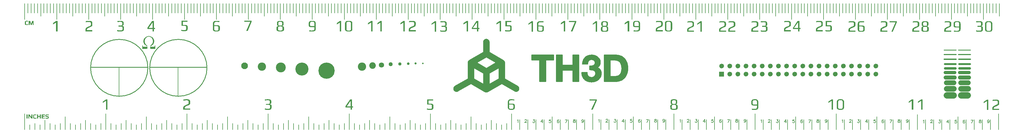
<source format=gbr>
%TF.GenerationSoftware,KiCad,Pcbnew,(6.0.9)*%
%TF.CreationDate,2023-06-30T12:05:42-04:00*%
%TF.ProjectId,TH3D Ruler,54483344-2052-4756-9c65-722e6b696361,rev?*%
%TF.SameCoordinates,Original*%
%TF.FileFunction,Copper,L1,Top*%
%TF.FilePolarity,Positive*%
%FSLAX46Y46*%
G04 Gerber Fmt 4.6, Leading zero omitted, Abs format (unit mm)*
G04 Created by KiCad (PCBNEW (6.0.9)) date 2023-06-30 12:05:42*
%MOMM*%
%LPD*%
G01*
G04 APERTURE LIST*
%TA.AperFunction,NonConductor*%
%ADD10C,0.000000*%
%TD*%
%TA.AperFunction,NonConductor*%
%ADD11C,0.762000*%
%TD*%
%TA.AperFunction,NonConductor*%
%ADD12C,0.250000*%
%TD*%
%TA.AperFunction,NonConductor*%
%ADD13C,0.360000*%
%TD*%
%TA.AperFunction,NonConductor*%
%ADD14C,0.210000*%
%TD*%
%TA.AperFunction,ViaPad*%
%ADD15C,2.600010*%
%TD*%
%TA.AperFunction,ViaPad*%
%ADD16C,4.101010*%
%TD*%
%TA.AperFunction,ViaPad*%
%ADD17C,0.814010*%
%TD*%
%TA.AperFunction,ViaPad*%
%ADD18C,2.101010*%
%TD*%
%TA.AperFunction,ViaPad*%
%ADD19C,3.101010*%
%TD*%
%TA.AperFunction,ViaPad*%
%ADD20C,1.291010*%
%TD*%
%TA.AperFunction,ViaPad*%
%ADD21C,0.643010*%
%TD*%
%TA.AperFunction,ViaPad*%
%ADD22C,1.631010*%
%TD*%
%TA.AperFunction,ViaPad*%
%ADD23C,5.101010*%
%TD*%
%TA.AperFunction,ViaPad*%
%ADD24C,0.511010*%
%TD*%
%TA.AperFunction,ViaPad*%
%ADD25C,2.050010*%
%TD*%
%TA.AperFunction,ViaPad*%
%ADD26C,1.021010*%
%TD*%
%TA.AperFunction,Conductor*%
%ADD27C,0.150000*%
%TD*%
%TA.AperFunction,Conductor*%
%ADD28C,0.180000*%
%TD*%
%TA.AperFunction,Conductor*%
%ADD29C,1.500000*%
%TD*%
%TA.AperFunction,Conductor*%
%ADD30C,0.254000*%
%TD*%
%TA.AperFunction,Conductor*%
%ADD31C,0.762000*%
%TD*%
%TA.AperFunction,Conductor*%
%ADD32C,2.032000*%
%TD*%
%TA.AperFunction,Conductor*%
%ADD33C,0.609600*%
%TD*%
%TA.AperFunction,Conductor*%
%ADD34C,1.778000*%
%TD*%
%TA.AperFunction,Conductor*%
%ADD35C,0.600000*%
%TD*%
%TA.AperFunction,Conductor*%
%ADD36C,0.250000*%
%TD*%
%TA.AperFunction,Conductor*%
%ADD37C,1.750000*%
%TD*%
%TA.AperFunction,Conductor*%
%ADD38C,0.457200*%
%TD*%
%TA.AperFunction,Conductor*%
%ADD39C,1.016000*%
%TD*%
%TA.AperFunction,Conductor*%
%ADD40C,0.750000*%
%TD*%
%TA.AperFunction,Conductor*%
%ADD41C,1.250000*%
%TD*%
%TA.AperFunction,Conductor*%
%ADD42C,0.450000*%
%TD*%
%TA.AperFunction,Conductor*%
%ADD43C,1.000000*%
%TD*%
%TA.AperFunction,Conductor*%
%ADD44C,2.000000*%
%TD*%
%TA.AperFunction,Conductor*%
%ADD45C,1.524000*%
%TD*%
%TA.AperFunction,Conductor*%
%ADD46C,0.300000*%
%TD*%
%TA.AperFunction,Conductor*%
%ADD47C,1.270000*%
%TD*%
%TA.AperFunction,Conductor*%
%ADD48C,0.304800*%
%TD*%
G04 APERTURE END LIST*
D10*
G36*
X83117940Y-93256600D02*
G01*
X81875880Y-96177600D01*
X81395820Y-96177600D01*
X82696300Y-93256600D01*
X80837020Y-93256600D01*
X80837020Y-92931480D01*
X83117940Y-92931480D01*
X83117940Y-93256600D01*
G37*
G36*
X-38592760Y-93172780D02*
G01*
X-40012620Y-93172780D01*
X-40012620Y-94158300D01*
X-39263320Y-94158300D01*
X-39073830Y-94169480D01*
X-38907720Y-94204020D01*
X-38761410Y-94268540D01*
X-38633400Y-94366580D01*
X-38539920Y-94509840D01*
X-38508940Y-94691700D01*
X-38508940Y-95433380D01*
X-38524180Y-95596450D01*
X-38569900Y-95740720D01*
X-38643560Y-95858070D01*
X-38737540Y-95946460D01*
X-38846760Y-96010980D01*
X-38981370Y-96063300D01*
X-39128190Y-96097850D01*
X-39273480Y-96116640D01*
X-39441120Y-96124260D01*
X-39583360Y-96126800D01*
X-39794180Y-96121220D01*
X-40023790Y-96104450D01*
X-40271700Y-96076510D01*
X-40538400Y-96037900D01*
X-40538400Y-95677220D01*
X-40396660Y-95705160D01*
X-40130470Y-95749870D01*
X-40006010Y-95766630D01*
X-39887650Y-95779840D01*
X-39775380Y-95788980D01*
X-39668700Y-95794570D01*
X-39568120Y-95796600D01*
X-39425870Y-95791020D01*
X-39303960Y-95774760D01*
X-39202360Y-95747840D01*
X-39121080Y-95710240D01*
X-39014400Y-95593910D01*
X-38978840Y-95423220D01*
X-38978840Y-94778060D01*
X-38990010Y-94682050D01*
X-39024050Y-94604330D01*
X-39079930Y-94545910D01*
X-39159180Y-94506280D01*
X-39200320Y-94495620D01*
X-39279060Y-94480380D01*
X-39354760Y-94472250D01*
X-39447720Y-94468690D01*
X-40462200Y-94468180D01*
X-40462200Y-92832420D01*
X-38592760Y-92832420D01*
X-38592760Y-93172780D01*
G37*
D11*
X144217720Y-107106840D02*
G75*
G03*
X144217720Y-107106840I-381000J0D01*
G01*
X159457720Y-109646840D02*
G75*
G03*
X159457720Y-109646840I-381000J0D01*
G01*
D10*
G36*
X141962630Y-92985840D02*
G01*
X142122650Y-92996000D01*
X142265900Y-93012760D01*
X142391890Y-93036640D01*
X142501110Y-93067120D01*
X142593560Y-93104200D01*
X142704820Y-93176340D01*
X142784060Y-93269300D01*
X142831820Y-93384620D01*
X142847560Y-93520760D01*
X142847560Y-94148140D01*
X142816570Y-94289880D01*
X142723100Y-94404680D01*
X142579340Y-94488500D01*
X142403060Y-94536760D01*
X142403060Y-94557080D01*
X142511780Y-94578420D01*
X142598640Y-94600260D01*
X142679920Y-94628200D01*
X142766280Y-94666300D01*
X142842990Y-94720660D01*
X142897860Y-94790760D01*
X142930370Y-94878140D01*
X142941540Y-94981260D01*
X142941540Y-95631500D01*
X142923260Y-95793050D01*
X142867880Y-95936300D01*
X142782030Y-96056700D01*
X142677380Y-96147120D01*
X142560540Y-96209610D01*
X142413220Y-96258880D01*
X142249140Y-96295460D01*
X142088100Y-96317300D01*
X141910300Y-96324920D01*
X141757900Y-96327460D01*
X141650720Y-96325940D01*
X141427190Y-96314260D01*
X141310860Y-96303590D01*
X141190980Y-96289870D01*
X140942060Y-96253800D01*
X140813020Y-96230940D01*
X140813020Y-95872800D01*
X140958310Y-95902270D01*
X141231110Y-95949000D01*
X141358620Y-95966280D01*
X141479520Y-95979990D01*
X141594330Y-95989640D01*
X141703550Y-95995230D01*
X141806160Y-95997260D01*
X141962120Y-95991680D01*
X142097250Y-95973900D01*
X142211550Y-95944430D01*
X142305020Y-95903280D01*
X142378170Y-95850450D01*
X142429990Y-95785940D01*
X142460980Y-95709740D01*
X142471640Y-95621340D01*
X142471640Y-95067620D01*
X142457930Y-94973640D01*
X142416780Y-94896940D01*
X142348710Y-94837500D01*
X142253200Y-94795840D01*
X142107410Y-94770440D01*
X142020540Y-94762320D01*
X141913860Y-94758250D01*
X141227040Y-94757740D01*
X141227040Y-94447860D01*
X141829530Y-94447360D01*
X141933670Y-94443800D01*
X142018510Y-94435160D01*
X142110960Y-94415860D01*
X142213070Y-94386900D01*
X142258790Y-94366080D01*
X142298420Y-94339660D01*
X142331940Y-94308160D01*
X142358360Y-94270570D01*
X142377660Y-94227900D01*
X142388840Y-94180150D01*
X142392900Y-94127820D01*
X142392900Y-93546160D01*
X142376140Y-93468950D01*
X142325850Y-93405450D01*
X142242540Y-93355660D01*
X142125190Y-93320610D01*
X141974820Y-93299280D01*
X141790920Y-93292160D01*
X141584170Y-93297240D01*
X141362680Y-93311980D01*
X141126970Y-93336360D01*
X140876520Y-93370900D01*
X140876520Y-93028000D01*
X141094460Y-93008190D01*
X141318480Y-92993970D01*
X141549120Y-92985330D01*
X141785840Y-92982280D01*
X141962630Y-92985840D01*
G37*
D12*
X-32461380Y-107677080D02*
G75*
G03*
X-32461380Y-107677080I-8962140J0D01*
G01*
D10*
G36*
X110836450Y-93648270D02*
G01*
X110848140Y-93545660D01*
X110867950Y-93450150D01*
X110895890Y-93361250D01*
X110971580Y-93208850D01*
X111066070Y-93092010D01*
X111177830Y-93014800D01*
X111320070Y-92954850D01*
X111478060Y-92911160D01*
X111637570Y-92886270D01*
X111811810Y-92878650D01*
X111972850Y-92876110D01*
X112170970Y-92880180D01*
X112328450Y-92891350D01*
X112472210Y-92914210D01*
X112623090Y-92952310D01*
X112770920Y-93012760D01*
X112889790Y-93092010D01*
X112982750Y-93200220D01*
X113057430Y-93346010D01*
X113085370Y-93433390D01*
X113105180Y-93530420D01*
X113116860Y-93636590D01*
X113120930Y-93752410D01*
X113120930Y-95395790D01*
X113105180Y-95590360D01*
X113057430Y-95761550D01*
X112981740Y-95904810D01*
X112887250Y-96013010D01*
X112772440Y-96089210D01*
X112630710Y-96150170D01*
X112474750Y-96190810D01*
X112315750Y-96211130D01*
X112160300Y-96222820D01*
X111972850Y-96226370D01*
X111772700Y-96222820D01*
X111614710Y-96211130D01*
X111472980Y-96189290D01*
X111322610Y-96152710D01*
X111174270Y-96096320D01*
X111058450Y-96018090D01*
X110969550Y-95913440D01*
X110895890Y-95771710D01*
X110867950Y-95692460D01*
X110848140Y-95603060D01*
X110836450Y-95504500D01*
X110833340Y-95421190D01*
X111287050Y-95421190D01*
X111304320Y-95610680D01*
X111355630Y-95746310D01*
X111441480Y-95839280D01*
X111566450Y-95893630D01*
X111646710Y-95910400D01*
X111743230Y-95922590D01*
X111854990Y-95929700D01*
X111983010Y-95931730D01*
X112107470Y-95929700D01*
X112217200Y-95922590D01*
X112312190Y-95910400D01*
X112391950Y-95893630D01*
X112516920Y-95839280D01*
X112602770Y-95746310D01*
X112650520Y-95610680D01*
X112666270Y-95421190D01*
X112666270Y-93721930D01*
X112650010Y-93515680D01*
X112600230Y-93368870D01*
X112513360Y-93271340D01*
X112389410Y-93211390D01*
X112310160Y-93193610D01*
X112215670Y-93180910D01*
X112104420Y-93173290D01*
X111977930Y-93170750D01*
X111847880Y-93173290D01*
X111734600Y-93180910D01*
X111638580Y-93193610D01*
X111558830Y-93211390D01*
X111436400Y-93271340D01*
X111353090Y-93368870D01*
X111303810Y-93515680D01*
X111287050Y-93721930D01*
X111287050Y-95421190D01*
X110833340Y-95421190D01*
X110832390Y-93757490D01*
X110836450Y-93648270D01*
G37*
G36*
X62807080Y-93271840D02*
G01*
X61387220Y-93271840D01*
X61387220Y-94257360D01*
X62136520Y-94257360D01*
X62326010Y-94269560D01*
X62492120Y-94305620D01*
X62638430Y-94369120D01*
X62766440Y-94468180D01*
X62859920Y-94611440D01*
X62890900Y-94793300D01*
X62890900Y-95532440D01*
X62875660Y-95697040D01*
X62829940Y-95839780D01*
X62756280Y-95957640D01*
X62662300Y-96048060D01*
X62553080Y-96111060D01*
X62418460Y-96162360D01*
X62272160Y-96198940D01*
X62126360Y-96218240D01*
X61958720Y-96223830D01*
X61816480Y-96225860D01*
X61605660Y-96220280D01*
X61492890Y-96213160D01*
X61254130Y-96191320D01*
X61128140Y-96176080D01*
X60861440Y-96136960D01*
X60861440Y-95776280D01*
X61139320Y-95829620D01*
X61269370Y-95850450D01*
X61393830Y-95867720D01*
X61512190Y-95880930D01*
X61624460Y-95890580D01*
X61731140Y-95896170D01*
X61831720Y-95898200D01*
X61973960Y-95892620D01*
X62095880Y-95875850D01*
X62197480Y-95848420D01*
X62278760Y-95809300D01*
X62385440Y-95694500D01*
X62421000Y-95522280D01*
X62421000Y-94877120D01*
X62409830Y-94781110D01*
X62376300Y-94704400D01*
X62319910Y-94646490D01*
X62240660Y-94607880D01*
X62199520Y-94596200D01*
X62120780Y-94579940D01*
X62045080Y-94571310D01*
X61952630Y-94567750D01*
X60937640Y-94567240D01*
X60937640Y-92931480D01*
X62807080Y-92931480D01*
X62807080Y-93271840D01*
G37*
D11*
X151837720Y-107106840D02*
G75*
G03*
X151837720Y-107106840I-381000J0D01*
G01*
D10*
G36*
X51857140Y-92931480D02*
G01*
X52415940Y-92931480D01*
X52415940Y-95120960D01*
X52766460Y-95120960D01*
X52766460Y-95466400D01*
X52415940Y-95466400D01*
X52415940Y-96177600D01*
X52001920Y-96177600D01*
X52001920Y-95466400D01*
X50386480Y-95466400D01*
X50386480Y-95120960D01*
X50787800Y-95120960D01*
X52001920Y-95120960D01*
X52001920Y-93327720D01*
X50787800Y-95120960D01*
X50386480Y-95120960D01*
X50386480Y-95072700D01*
X51857140Y-92931480D01*
G37*
G36*
X-50923360Y-107677070D02*
G01*
X-68865670Y-107677070D01*
X-68865670Y-107427140D01*
X-50923360Y-107427140D01*
X-50923360Y-107677070D01*
G37*
G36*
X-63643760Y-120876060D02*
G01*
X-64078100Y-120876060D01*
X-64078100Y-118082060D01*
X-65063620Y-118727220D01*
X-65063620Y-118318280D01*
X-64073020Y-117632480D01*
X-63643760Y-117632480D01*
X-63643760Y-120876060D01*
G37*
D11*
X172157720Y-109646840D02*
G75*
G03*
X172157720Y-109646840I-381000J0D01*
G01*
D13*
G36*
X95429782Y-103697172D02*
G01*
X95646150Y-103701410D01*
X95856657Y-103714124D01*
X96061303Y-103735315D01*
X96260088Y-103764981D01*
X96453011Y-103803124D01*
X96640073Y-103849743D01*
X96821274Y-103904838D01*
X96996614Y-103968410D01*
X97166093Y-104040457D01*
X97329710Y-104120981D01*
X97487466Y-104209981D01*
X97639361Y-104307457D01*
X97785395Y-104413409D01*
X97925567Y-104527838D01*
X98059878Y-104650743D01*
X98188328Y-104782123D01*
X98309925Y-104920943D01*
X98423676Y-105066166D01*
X98529583Y-105217790D01*
X98627645Y-105375817D01*
X98717862Y-105540245D01*
X98800235Y-105711076D01*
X98874762Y-105888310D01*
X98941444Y-106071945D01*
X99000282Y-106261983D01*
X99051274Y-106458423D01*
X99094421Y-106661265D01*
X99129724Y-106870510D01*
X99157181Y-107086156D01*
X99176794Y-107308205D01*
X99188561Y-107536656D01*
X99192484Y-107771510D01*
X99188539Y-108014794D01*
X99176704Y-108251226D01*
X99156979Y-108480804D01*
X99129363Y-108703529D01*
X99093858Y-108919401D01*
X99050463Y-109128420D01*
X98999177Y-109330586D01*
X98940002Y-109525899D01*
X98872936Y-109714359D01*
X98797981Y-109895966D01*
X98715135Y-110070719D01*
X98624400Y-110238620D01*
X98525774Y-110399667D01*
X98419259Y-110553862D01*
X98304853Y-110701203D01*
X98182557Y-110841691D01*
X98053633Y-110974470D01*
X97919344Y-111098682D01*
X97779689Y-111214327D01*
X97634669Y-111321407D01*
X97484284Y-111419920D01*
X97328534Y-111509866D01*
X97167419Y-111591247D01*
X97000939Y-111664061D01*
X96829093Y-111728308D01*
X96651882Y-111783990D01*
X96469306Y-111831104D01*
X96281365Y-111869653D01*
X96088059Y-111899635D01*
X95889387Y-111921051D01*
X95685351Y-111933901D01*
X95475949Y-111938184D01*
X91897918Y-111938184D01*
X91897918Y-110414636D01*
X93710018Y-110414636D01*
X95314359Y-110414636D01*
X95435281Y-110412111D01*
X95552776Y-110404537D01*
X95666844Y-110391913D01*
X95777485Y-110374239D01*
X95884700Y-110351516D01*
X95988488Y-110323743D01*
X96088850Y-110290920D01*
X96185785Y-110253048D01*
X96279294Y-110210126D01*
X96369376Y-110162154D01*
X96456031Y-110109133D01*
X96539260Y-110051062D01*
X96619063Y-109987941D01*
X96695438Y-109919771D01*
X96768388Y-109846551D01*
X96837910Y-109768282D01*
X96903600Y-109685369D01*
X96965052Y-109598217D01*
X97022266Y-109506828D01*
X97075242Y-109411200D01*
X97123980Y-109311335D01*
X97168480Y-109207231D01*
X97208742Y-109098889D01*
X97244766Y-108986309D01*
X97276551Y-108869491D01*
X97304099Y-108748435D01*
X97327409Y-108623141D01*
X97346480Y-108493608D01*
X97361314Y-108359838D01*
X97371909Y-108221829D01*
X97378266Y-108079583D01*
X97380385Y-107933098D01*
X97378108Y-107765536D01*
X97371278Y-107603339D01*
X97359894Y-107446507D01*
X97343956Y-107295040D01*
X97323464Y-107148939D01*
X97298419Y-107008203D01*
X97268820Y-106872832D01*
X97234667Y-106742826D01*
X97195961Y-106618186D01*
X97152701Y-106498910D01*
X97104887Y-106385001D01*
X97052520Y-106276456D01*
X96995599Y-106173276D01*
X96934124Y-106075462D01*
X96868096Y-105983013D01*
X96797514Y-105895930D01*
X96722197Y-105814166D01*
X96641966Y-105737677D01*
X96556820Y-105666464D01*
X96466761Y-105600526D01*
X96371786Y-105539862D01*
X96271898Y-105484474D01*
X96167095Y-105434361D01*
X96057377Y-105389523D01*
X95942745Y-105349960D01*
X95823199Y-105315672D01*
X95698739Y-105286659D01*
X95569364Y-105262921D01*
X95435075Y-105244459D01*
X95295871Y-105231271D01*
X95151753Y-105223358D01*
X95002721Y-105220721D01*
X93710018Y-105220721D01*
X93710018Y-110414636D01*
X91897918Y-110414636D01*
X91897918Y-103697172D01*
X95429782Y-103697172D01*
G37*
X95429782Y-103697172D02*
X95646150Y-103701410D01*
X95856657Y-103714124D01*
X96061303Y-103735315D01*
X96260088Y-103764981D01*
X96453011Y-103803124D01*
X96640073Y-103849743D01*
X96821274Y-103904838D01*
X96996614Y-103968410D01*
X97166093Y-104040457D01*
X97329710Y-104120981D01*
X97487466Y-104209981D01*
X97639361Y-104307457D01*
X97785395Y-104413409D01*
X97925567Y-104527838D01*
X98059878Y-104650743D01*
X98188328Y-104782123D01*
X98309925Y-104920943D01*
X98423676Y-105066166D01*
X98529583Y-105217790D01*
X98627645Y-105375817D01*
X98717862Y-105540245D01*
X98800235Y-105711076D01*
X98874762Y-105888310D01*
X98941444Y-106071945D01*
X99000282Y-106261983D01*
X99051274Y-106458423D01*
X99094421Y-106661265D01*
X99129724Y-106870510D01*
X99157181Y-107086156D01*
X99176794Y-107308205D01*
X99188561Y-107536656D01*
X99192484Y-107771510D01*
X99188539Y-108014794D01*
X99176704Y-108251226D01*
X99156979Y-108480804D01*
X99129363Y-108703529D01*
X99093858Y-108919401D01*
X99050463Y-109128420D01*
X98999177Y-109330586D01*
X98940002Y-109525899D01*
X98872936Y-109714359D01*
X98797981Y-109895966D01*
X98715135Y-110070719D01*
X98624400Y-110238620D01*
X98525774Y-110399667D01*
X98419259Y-110553862D01*
X98304853Y-110701203D01*
X98182557Y-110841691D01*
X98053633Y-110974470D01*
X97919344Y-111098682D01*
X97779689Y-111214327D01*
X97634669Y-111321407D01*
X97484284Y-111419920D01*
X97328534Y-111509866D01*
X97167419Y-111591247D01*
X97000939Y-111664061D01*
X96829093Y-111728308D01*
X96651882Y-111783990D01*
X96469306Y-111831104D01*
X96281365Y-111869653D01*
X96088059Y-111899635D01*
X95889387Y-111921051D01*
X95685351Y-111933901D01*
X95475949Y-111938184D01*
X91897918Y-111938184D01*
X91897918Y-110414636D01*
X93710018Y-110414636D01*
X95314359Y-110414636D01*
X95435281Y-110412111D01*
X95552776Y-110404537D01*
X95666844Y-110391913D01*
X95777485Y-110374239D01*
X95884700Y-110351516D01*
X95988488Y-110323743D01*
X96088850Y-110290920D01*
X96185785Y-110253048D01*
X96279294Y-110210126D01*
X96369376Y-110162154D01*
X96456031Y-110109133D01*
X96539260Y-110051062D01*
X96619063Y-109987941D01*
X96695438Y-109919771D01*
X96768388Y-109846551D01*
X96837910Y-109768282D01*
X96903600Y-109685369D01*
X96965052Y-109598217D01*
X97022266Y-109506828D01*
X97075242Y-109411200D01*
X97123980Y-109311335D01*
X97168480Y-109207231D01*
X97208742Y-109098889D01*
X97244766Y-108986309D01*
X97276551Y-108869491D01*
X97304099Y-108748435D01*
X97327409Y-108623141D01*
X97346480Y-108493608D01*
X97361314Y-108359838D01*
X97371909Y-108221829D01*
X97378266Y-108079583D01*
X97380385Y-107933098D01*
X97378108Y-107765536D01*
X97371278Y-107603339D01*
X97359894Y-107446507D01*
X97343956Y-107295040D01*
X97323464Y-107148939D01*
X97298419Y-107008203D01*
X97268820Y-106872832D01*
X97234667Y-106742826D01*
X97195961Y-106618186D01*
X97152701Y-106498910D01*
X97104887Y-106385001D01*
X97052520Y-106276456D01*
X96995599Y-106173276D01*
X96934124Y-106075462D01*
X96868096Y-105983013D01*
X96797514Y-105895930D01*
X96722197Y-105814166D01*
X96641966Y-105737677D01*
X96556820Y-105666464D01*
X96466761Y-105600526D01*
X96371786Y-105539862D01*
X96271898Y-105484474D01*
X96167095Y-105434361D01*
X96057377Y-105389523D01*
X95942745Y-105349960D01*
X95823199Y-105315672D01*
X95698739Y-105286659D01*
X95569364Y-105262921D01*
X95435075Y-105244459D01*
X95295871Y-105231271D01*
X95151753Y-105223358D01*
X95002721Y-105220721D01*
X93710018Y-105220721D01*
X93710018Y-110414636D01*
X91897918Y-110414636D01*
X91897918Y-103697172D01*
X95429782Y-103697172D01*
D10*
G36*
X191457070Y-120878090D02*
G01*
X191022730Y-120878090D01*
X191022730Y-118081550D01*
X190037210Y-118726710D01*
X190037210Y-118317770D01*
X191027810Y-117631970D01*
X191457070Y-117631970D01*
X191457070Y-120878090D01*
G37*
G36*
X183417970Y-93355660D02*
G01*
X182175910Y-96276660D01*
X181695850Y-96276660D01*
X182996330Y-93355660D01*
X181137050Y-93355660D01*
X181137050Y-93033080D01*
X183417970Y-93033080D01*
X183417970Y-93355660D01*
G37*
G36*
X41663620Y-92984820D02*
G01*
X41823640Y-92994980D01*
X41966890Y-93011750D01*
X42092880Y-93035620D01*
X42202100Y-93066100D01*
X42294550Y-93103190D01*
X42404280Y-93176340D01*
X42483020Y-93270320D01*
X42530260Y-93385640D01*
X42546010Y-93522290D01*
X42546010Y-94147130D01*
X42515020Y-94288860D01*
X42421550Y-94403670D01*
X42279310Y-94489010D01*
X42101510Y-94535750D01*
X42101510Y-94556070D01*
X42210730Y-94577400D01*
X42299630Y-94599250D01*
X42379390Y-94628200D01*
X42467270Y-94667830D01*
X42543980Y-94721170D01*
X42598840Y-94791270D01*
X42631360Y-94878650D01*
X42642530Y-94982790D01*
X42642530Y-95633030D01*
X42623230Y-95793050D01*
X42566330Y-95937830D01*
X42482000Y-96057210D01*
X42375830Y-96146110D01*
X42260010Y-96210620D01*
X42111670Y-96260410D01*
X41947590Y-96294950D01*
X41786550Y-96316290D01*
X41608750Y-96323910D01*
X41456350Y-96326450D01*
X41239940Y-96320860D01*
X41010330Y-96303080D01*
X40890950Y-96289870D01*
X40641010Y-96254820D01*
X40511470Y-96232470D01*
X40511470Y-95871790D01*
X40656760Y-95901250D01*
X40930060Y-95947990D01*
X41057570Y-95965260D01*
X41178980Y-95978980D01*
X41294300Y-95988630D01*
X41403520Y-95994220D01*
X41507150Y-95996250D01*
X41663110Y-95990660D01*
X41798240Y-95972880D01*
X41912540Y-95943920D01*
X42006010Y-95903280D01*
X42079160Y-95850450D01*
X42130980Y-95786440D01*
X42161960Y-95710750D01*
X42172630Y-95622870D01*
X42172630Y-95066610D01*
X42158920Y-94972630D01*
X42117260Y-94896430D01*
X42048170Y-94838010D01*
X41951650Y-94797370D01*
X41900850Y-94785680D01*
X41806870Y-94769430D01*
X41720000Y-94761300D01*
X41614340Y-94757240D01*
X40928030Y-94756730D01*
X40928030Y-94446850D01*
X41527980Y-94446340D01*
X41633640Y-94442780D01*
X41718480Y-94434150D01*
X41810940Y-94414840D01*
X41914060Y-94385890D01*
X41959780Y-94365060D01*
X41999400Y-94338640D01*
X42032930Y-94307150D01*
X42058330Y-94269560D01*
X42076620Y-94226880D01*
X42087800Y-94179130D01*
X42091350Y-94126810D01*
X42091350Y-93547690D01*
X42074590Y-93469460D01*
X42024800Y-93405450D01*
X41941490Y-93355660D01*
X41824650Y-93319600D01*
X41674790Y-93298260D01*
X41491910Y-93291150D01*
X41285150Y-93296230D01*
X41063670Y-93311470D01*
X40827960Y-93336870D01*
X40577510Y-93372430D01*
X40577510Y-93026990D01*
X40795440Y-93007180D01*
X41019470Y-92992950D01*
X41250100Y-92984320D01*
X41486830Y-92981270D01*
X41663620Y-92984820D01*
G37*
G36*
X39256710Y-96275650D02*
G01*
X38822370Y-96275650D01*
X38822370Y-93481650D01*
X37836850Y-94126810D01*
X37836850Y-93717870D01*
X38827450Y-93032070D01*
X39256710Y-93032070D01*
X39256710Y-96275650D01*
G37*
G36*
X163007040Y-93270830D02*
G01*
X161587180Y-93270830D01*
X161587180Y-94256350D01*
X162336480Y-94256350D01*
X162525450Y-94268540D01*
X162692070Y-94304610D01*
X162837870Y-94369630D01*
X162966400Y-94467170D01*
X163061390Y-94610930D01*
X163093400Y-94792290D01*
X163093400Y-95531430D01*
X163077140Y-95696020D01*
X163029900Y-95838770D01*
X162956240Y-95957130D01*
X162862260Y-96047050D01*
X162754050Y-96110040D01*
X162618420Y-96161350D01*
X162471600Y-96198430D01*
X162326320Y-96217230D01*
X162158680Y-96224850D01*
X162016440Y-96227390D01*
X161912800Y-96226370D01*
X161692840Y-96214690D01*
X161454080Y-96191830D01*
X161196520Y-96157790D01*
X161061400Y-96135950D01*
X161061400Y-95777810D01*
X161203630Y-95806260D01*
X161470340Y-95850960D01*
X161594800Y-95867720D01*
X161824920Y-95890080D01*
X161931090Y-95895660D01*
X162031680Y-95897190D01*
X162173920Y-95892110D01*
X162295840Y-95875340D01*
X162397440Y-95847400D01*
X162478720Y-95808290D01*
X162585400Y-95693480D01*
X162620960Y-95521270D01*
X162620960Y-94876110D01*
X162609780Y-94781620D01*
X162576250Y-94704910D01*
X162520880Y-94647000D01*
X162443160Y-94606870D01*
X162400990Y-94595690D01*
X162322250Y-94578930D01*
X162246050Y-94570800D01*
X162152070Y-94566740D01*
X161137600Y-94566230D01*
X161137600Y-92933010D01*
X163007040Y-92933010D01*
X163007040Y-93270830D01*
G37*
G36*
X-87474550Y-93808290D02*
G01*
X-87159590Y-92878650D01*
X-86740490Y-92878650D01*
X-86740490Y-94176590D01*
X-87022430Y-94176590D01*
X-87022430Y-93216470D01*
X-87030050Y-93216470D01*
X-87357710Y-94176590D01*
X-87606630Y-94176590D01*
X-87944450Y-93216470D01*
X-87952070Y-93216470D01*
X-87952070Y-94176590D01*
X-88239090Y-94176590D01*
X-88239090Y-92878650D01*
X-87794590Y-92878650D01*
X-87474550Y-93808290D01*
G37*
G36*
X-30613090Y-93648270D02*
G01*
X-30599380Y-93545660D01*
X-30577020Y-93450150D01*
X-30546040Y-93361250D01*
X-30462220Y-93208850D01*
X-30358080Y-93092010D01*
X-30241240Y-93014800D01*
X-30088840Y-92954850D01*
X-29918660Y-92911160D01*
X-29748480Y-92886270D01*
X-29567120Y-92878650D01*
X-29403040Y-92876110D01*
X-29176470Y-92881190D01*
X-28903160Y-92896430D01*
X-28582620Y-92921830D01*
X-28582620Y-93262190D01*
X-28831540Y-93233740D01*
X-29062170Y-93212920D01*
X-29274510Y-93200720D01*
X-29469080Y-93196150D01*
X-29600650Y-93198690D01*
X-29714950Y-93206310D01*
X-29812480Y-93219010D01*
X-29893260Y-93236790D01*
X-30019240Y-93296740D01*
X-30106620Y-93394270D01*
X-30156400Y-93541080D01*
X-30172660Y-93747330D01*
X-30172660Y-94257870D01*
X-29438600Y-94257870D01*
X-29219140Y-94260410D01*
X-29062680Y-94268030D01*
X-28934660Y-94281750D01*
X-28798520Y-94306130D01*
X-28733490Y-94323910D01*
X-28676600Y-94346770D01*
X-28629350Y-94374710D01*
X-28590240Y-94407730D01*
X-28558230Y-94445830D01*
X-28528260Y-94491550D01*
X-28499810Y-94544890D01*
X-28473400Y-94605850D01*
X-28439360Y-94748090D01*
X-28427680Y-94920810D01*
X-28427680Y-95395790D01*
X-28433260Y-95525330D01*
X-28449010Y-95642680D01*
X-28475430Y-95748340D01*
X-28513020Y-95841820D01*
X-28560770Y-95923600D01*
X-28619190Y-95993200D01*
X-28688280Y-96051110D01*
X-28768040Y-96096830D01*
X-28933140Y-96160330D01*
X-29098240Y-96198430D01*
X-29187140Y-96211130D01*
X-29288230Y-96219770D01*
X-29401510Y-96224850D01*
X-29527500Y-96226370D01*
X-29727140Y-96222820D01*
X-29883100Y-96211130D01*
X-30020260Y-96189290D01*
X-30162500Y-96152710D01*
X-30301690Y-96096320D01*
X-30408880Y-96018090D01*
X-30490660Y-95913440D01*
X-30558740Y-95771710D01*
X-30584640Y-95688400D01*
X-30602930Y-95597980D01*
X-30613600Y-95500440D01*
X-30616296Y-95421190D01*
X-30172660Y-95421190D01*
X-30158430Y-95613720D01*
X-30114240Y-95748850D01*
X-30034990Y-95839780D01*
X-29918660Y-95893630D01*
X-29843470Y-95910400D01*
X-29751020Y-95922590D01*
X-29642300Y-95929700D01*
X-29517340Y-95931730D01*
X-29393890Y-95929700D01*
X-29286200Y-95922590D01*
X-29195770Y-95910400D01*
X-29121100Y-95893630D01*
X-29007300Y-95839780D01*
X-28930600Y-95748850D01*
X-28886910Y-95613720D01*
X-28872180Y-95421190D01*
X-28872180Y-94936050D01*
X-28884880Y-94792290D01*
X-28922980Y-94689670D01*
X-28953960Y-94651570D01*
X-28995110Y-94620080D01*
X-29046420Y-94595690D01*
X-29108400Y-94577910D01*
X-29185100Y-94564700D01*
X-29279590Y-94555050D01*
X-29391860Y-94549460D01*
X-29522420Y-94547430D01*
X-30172660Y-94547430D01*
X-30172660Y-95421190D01*
X-30616296Y-95421190D01*
X-30617160Y-95395790D01*
X-30617160Y-93757490D01*
X-30613090Y-93648270D01*
G37*
G36*
X-82358480Y-122361450D02*
G01*
X-82155280Y-122374150D01*
X-82037420Y-122385320D01*
X-82037420Y-122616460D01*
X-82292440Y-122590050D01*
X-82384900Y-122583440D01*
X-82453980Y-122580900D01*
X-82526120Y-122582430D01*
X-82585560Y-122587510D01*
X-82631780Y-122595130D01*
X-82664800Y-122606300D01*
X-82690200Y-122622560D01*
X-82708490Y-122642880D01*
X-82719670Y-122666760D01*
X-82723220Y-122695200D01*
X-82723220Y-122786640D01*
X-82680040Y-122862840D01*
X-82550500Y-122888240D01*
X-82395560Y-122888240D01*
X-82203030Y-122909580D01*
X-82072980Y-122972060D01*
X-81998810Y-123075190D01*
X-81973920Y-123220980D01*
X-81973920Y-123307340D01*
X-81984080Y-123413520D01*
X-82015070Y-123501400D01*
X-82066890Y-123569980D01*
X-82139020Y-123619760D01*
X-82180680Y-123640080D01*
X-82223860Y-123656850D01*
X-82269580Y-123670560D01*
X-82316820Y-123680720D01*
X-82423000Y-123692410D01*
X-82547960Y-123695960D01*
X-82647020Y-123693930D01*
X-82757260Y-123687330D01*
X-82878160Y-123676150D01*
X-83010240Y-123660400D01*
X-83010240Y-123424180D01*
X-82853270Y-123446540D01*
X-82723730Y-123462280D01*
X-82621120Y-123471940D01*
X-82545420Y-123474980D01*
X-82432140Y-123466860D01*
X-82350860Y-123441460D01*
X-82302600Y-123399290D01*
X-82286340Y-123340360D01*
X-82286340Y-123256540D01*
X-82288380Y-123227080D01*
X-82294980Y-123200660D01*
X-82306160Y-123178820D01*
X-82321900Y-123160020D01*
X-82344250Y-123144780D01*
X-82373720Y-123133610D01*
X-82410300Y-123127000D01*
X-82453980Y-123124460D01*
X-82606380Y-123124460D01*
X-82737450Y-123115320D01*
X-82844640Y-123086870D01*
X-82928460Y-123039630D01*
X-82987890Y-122973590D01*
X-83023450Y-122888240D01*
X-83035640Y-122784100D01*
X-83035640Y-122690120D01*
X-83000080Y-122542300D01*
X-82893400Y-122438660D01*
X-82812120Y-122404630D01*
X-82710020Y-122379740D01*
X-82587080Y-122365000D01*
X-82443820Y-122359920D01*
X-82358480Y-122361450D01*
G37*
G36*
X199619100Y-92981780D02*
G01*
X199774040Y-92995490D01*
X199912220Y-93017840D01*
X200034140Y-93049850D01*
X200139300Y-93090490D01*
X200227690Y-93139760D01*
X200300840Y-93200220D01*
X200360780Y-93272350D01*
X200407010Y-93356680D01*
X200440030Y-93452690D01*
X200459840Y-93560900D01*
X200466450Y-93680780D01*
X200466450Y-94211640D01*
X200451210Y-94376240D01*
X200405490Y-94508820D01*
X200328780Y-94620080D01*
X200214990Y-94719640D01*
X200141330Y-94766890D01*
X200051920Y-94817690D01*
X199947270Y-94871030D01*
X199077070Y-95270820D01*
X198976480Y-95324670D01*
X198893680Y-95386650D01*
X198829670Y-95456240D01*
X198783950Y-95533970D01*
X198756010Y-95619310D01*
X198746870Y-95712780D01*
X198746870Y-95926140D01*
X200466450Y-95926140D01*
X200466450Y-96276660D01*
X198287130Y-96276660D01*
X198287130Y-95697540D01*
X198299320Y-95561910D01*
X198335390Y-95433380D01*
X198360280Y-95374960D01*
X198388730Y-95321120D01*
X198421240Y-95271840D01*
X198457310Y-95227640D01*
X198490840Y-95191580D01*
X198532490Y-95153980D01*
X198582280Y-95115380D01*
X198640190Y-95075240D01*
X198759060Y-94999040D01*
X198871330Y-94938080D01*
X198982580Y-94883730D01*
X199661270Y-94582480D01*
X199759310Y-94531680D01*
X199839070Y-94472250D01*
X199901550Y-94404180D01*
X199945750Y-94327470D01*
X199972670Y-94242120D01*
X199981310Y-94148140D01*
X199981310Y-93701100D01*
X199972670Y-93596460D01*
X199946760Y-93510100D01*
X199903080Y-93442530D01*
X199841610Y-93393760D01*
X199758800Y-93360740D01*
X199649580Y-93336870D01*
X199513440Y-93322640D01*
X199351390Y-93317560D01*
X199162920Y-93324170D01*
X199056240Y-93332300D01*
X198818500Y-93358200D01*
X198687940Y-93376490D01*
X198401430Y-93421700D01*
X198401430Y-93071180D01*
X198528430Y-93049340D01*
X198656440Y-93030040D01*
X198785480Y-93014290D01*
X198916030Y-93001080D01*
X199047100Y-92990410D01*
X199179680Y-92983300D01*
X199313290Y-92978730D01*
X199447910Y-92977200D01*
X199619100Y-92981780D01*
G37*
D11*
X136597720Y-109646840D02*
G75*
G03*
X136597720Y-109646840I-381000J0D01*
G01*
X134057720Y-107106840D02*
G75*
G03*
X134057720Y-107106840I-381000J0D01*
G01*
D10*
G36*
X-86181180Y-122362970D02*
G01*
X-86084660Y-122371100D01*
X-85975440Y-122384310D01*
X-85852500Y-122403100D01*
X-85852500Y-122636780D01*
X-85965790Y-122612400D01*
X-86071450Y-122595130D01*
X-86170000Y-122584460D01*
X-86261440Y-122580900D01*
X-86326980Y-122582430D01*
X-86375740Y-122585980D01*
X-86417400Y-122592080D01*
X-86462100Y-122603760D01*
X-86503250Y-122625100D01*
X-86532720Y-122656090D01*
X-86549990Y-122696220D01*
X-86556080Y-122746000D01*
X-86556080Y-123299720D01*
X-86535760Y-123376430D01*
X-86475310Y-123431300D01*
X-86374730Y-123464320D01*
X-86233500Y-123474980D01*
X-86157810Y-123471430D01*
X-86067900Y-123460760D01*
X-85963250Y-123442470D01*
X-85844880Y-123416560D01*
X-85844880Y-123652780D01*
X-85951060Y-123672090D01*
X-86056210Y-123685300D01*
X-86160350Y-123693420D01*
X-86307160Y-123695460D01*
X-86385900Y-123691900D01*
X-86456520Y-123683770D01*
X-86532720Y-123668530D01*
X-86617550Y-123645670D01*
X-86657680Y-123631450D01*
X-86693750Y-123615190D01*
X-86726260Y-123596900D01*
X-86754200Y-123575060D01*
X-86780110Y-123549660D01*
X-86803990Y-123520200D01*
X-86825320Y-123487680D01*
X-86843100Y-123450600D01*
X-86855800Y-123410470D01*
X-86863420Y-123366780D01*
X-86865960Y-123320040D01*
X-86865960Y-122751080D01*
X-86856310Y-122659640D01*
X-86828370Y-122579890D01*
X-86781130Y-122512830D01*
X-86715600Y-122457970D01*
X-86630760Y-122415300D01*
X-86527130Y-122384310D01*
X-86405210Y-122366020D01*
X-86263980Y-122359920D01*
X-86181180Y-122362970D01*
G37*
D11*
X131517720Y-107106840D02*
G75*
G03*
X131517720Y-107106840I-381000J0D01*
G01*
D10*
G36*
X112531650Y-119593860D02*
G01*
X112560600Y-119508010D01*
X112607850Y-119429780D01*
X112674900Y-119360180D01*
X112757200Y-119298210D01*
X112852700Y-119245880D01*
X112960400Y-119201690D01*
X113081300Y-119167140D01*
X113081300Y-119146820D01*
X112976150Y-119118380D01*
X112884710Y-119082310D01*
X112807490Y-119038620D01*
X112743480Y-118986800D01*
X112659660Y-118855740D01*
X112639080Y-118727720D01*
X113086380Y-118727720D01*
X113117880Y-118887740D01*
X113213380Y-118986800D01*
X113290600Y-119017790D01*
X113392710Y-119040140D01*
X113520220Y-119053350D01*
X113673120Y-119057920D01*
X113825520Y-119053350D01*
X113952520Y-119040140D01*
X114054120Y-119017790D01*
X114130320Y-118986800D01*
X114225320Y-118887740D01*
X114257320Y-118727720D01*
X114257320Y-118201940D01*
X114223290Y-118044460D01*
X114122700Y-117942860D01*
X114043960Y-117909340D01*
X113942870Y-117885460D01*
X113819430Y-117871240D01*
X113673120Y-117866660D01*
X113526820Y-117871240D01*
X113402360Y-117885460D01*
X113300760Y-117909340D01*
X113221000Y-117942860D01*
X113119910Y-118044460D01*
X113086380Y-118201940D01*
X113086380Y-118727720D01*
X112639080Y-118727720D01*
X112631720Y-118682000D01*
X112631720Y-118176540D01*
X112634260Y-118108980D01*
X112642900Y-118047000D01*
X112657120Y-117989600D01*
X112677440Y-117937780D01*
X112703860Y-117887490D01*
X112737390Y-117839230D01*
X112778540Y-117792500D01*
X112827300Y-117747280D01*
X112887760Y-117707150D01*
X112960910Y-117672610D01*
X113047270Y-117643140D01*
X113146330Y-117619270D01*
X113258600Y-117600980D01*
X113384070Y-117587260D01*
X113521740Y-117579640D01*
X113673120Y-117577100D01*
X113824000Y-117579640D01*
X113961670Y-117587260D01*
X114086640Y-117600980D01*
X114198900Y-117619270D01*
X114297460Y-117643140D01*
X114383310Y-117672610D01*
X114456460Y-117707150D01*
X114516400Y-117747280D01*
X114565680Y-117792500D01*
X114606830Y-117839230D01*
X114640360Y-117887490D01*
X114666260Y-117937780D01*
X114686080Y-117989600D01*
X114700300Y-118047000D01*
X114708940Y-118108980D01*
X114711980Y-118176540D01*
X114711980Y-118682000D01*
X114684550Y-118855740D01*
X114602760Y-118986800D01*
X114539770Y-119038620D01*
X114463060Y-119082310D01*
X114372130Y-119118380D01*
X114267480Y-119146820D01*
X114267480Y-119167140D01*
X114387880Y-119201690D01*
X114496080Y-119245880D01*
X114591080Y-119298210D01*
X114673880Y-119360180D01*
X114740430Y-119429780D01*
X114788180Y-119508010D01*
X114816630Y-119593860D01*
X114826280Y-119687840D01*
X114826280Y-120282200D01*
X114818660Y-120392950D01*
X114796310Y-120493020D01*
X114759230Y-120581920D01*
X114707410Y-120659140D01*
X114640860Y-120725180D01*
X114559580Y-120780040D01*
X114487450Y-120814590D01*
X114404140Y-120844050D01*
X114309650Y-120869450D01*
X114204490Y-120890280D01*
X114088160Y-120906540D01*
X113960650Y-120917710D01*
X113822480Y-120924820D01*
X113673120Y-120927360D01*
X113525300Y-120924820D01*
X113388140Y-120917710D01*
X113262150Y-120906540D01*
X113146330Y-120890280D01*
X113041680Y-120869450D01*
X112947700Y-120844050D01*
X112864390Y-120814590D01*
X112791740Y-120780040D01*
X112709450Y-120725180D01*
X112641880Y-120660160D01*
X112589560Y-120584460D01*
X112552480Y-120497600D01*
X112529620Y-120400060D01*
X112523510Y-120307600D01*
X113007640Y-120307600D01*
X113044730Y-120461020D01*
X113157500Y-120561600D01*
X113245900Y-120594620D01*
X113361210Y-120618500D01*
X113503450Y-120632720D01*
X113673120Y-120637800D01*
X113841270Y-120632720D01*
X113983000Y-120618500D01*
X114097810Y-120594620D01*
X114186200Y-120561600D01*
X114298470Y-120461020D01*
X114336060Y-120307600D01*
X114336060Y-119703080D01*
X114322350Y-119586750D01*
X114282720Y-119494800D01*
X114215670Y-119426730D01*
X114122700Y-119383040D01*
X114070380Y-119368820D01*
X113972340Y-119350020D01*
X113927120Y-119344940D01*
X113818920Y-119338850D01*
X113595400Y-119337320D01*
X113469420Y-119341390D01*
X113377980Y-119350020D01*
X113279930Y-119368820D01*
X113226080Y-119383040D01*
X113130580Y-119426730D01*
X113062000Y-119494800D01*
X113021360Y-119586750D01*
X113007640Y-119703080D01*
X113007640Y-120307600D01*
X112523510Y-120307600D01*
X112522500Y-119687840D01*
X112531650Y-119593860D01*
G37*
G36*
X119117870Y-92980760D02*
G01*
X119273320Y-92994480D01*
X119412000Y-93016830D01*
X119533920Y-93048830D01*
X119639580Y-93089470D01*
X119727980Y-93138750D01*
X119801130Y-93199200D01*
X119861070Y-93271340D01*
X119907300Y-93356170D01*
X119940320Y-93452690D01*
X119960130Y-93561400D01*
X119966740Y-93682310D01*
X119966740Y-94213170D01*
X119951500Y-94376740D01*
X119905780Y-94510350D01*
X119829070Y-94621090D01*
X119715280Y-94718630D01*
X119640600Y-94766890D01*
X119551190Y-94817690D01*
X119446540Y-94871030D01*
X118577360Y-95272350D01*
X118476770Y-95326200D01*
X118393970Y-95388170D01*
X118329960Y-95457260D01*
X118284240Y-95534480D01*
X118256300Y-95619310D01*
X118247160Y-95711770D01*
X118247160Y-95927670D01*
X119966740Y-95927670D01*
X119966740Y-96278190D01*
X117787420Y-96278190D01*
X117787420Y-95696530D01*
X117799100Y-95561400D01*
X117833140Y-95434910D01*
X117859040Y-95376490D01*
X117888510Y-95322130D01*
X117921530Y-95272350D01*
X117957600Y-95226630D01*
X117991120Y-95191580D01*
X118032780Y-95154490D01*
X118082560Y-95115380D01*
X118140480Y-95074230D01*
X118259350Y-94999550D01*
X118371620Y-94937070D01*
X118480840Y-94883220D01*
X118620540Y-94822770D01*
X119161560Y-94581470D01*
X119259600Y-94530670D01*
X119339360Y-94471230D01*
X119401840Y-94403160D01*
X119446040Y-94326450D01*
X119472960Y-94241110D01*
X119481600Y-94147130D01*
X119481600Y-93702630D01*
X119472960Y-93596960D01*
X119447050Y-93510600D01*
X119403360Y-93443040D01*
X119341900Y-93395290D01*
X119259090Y-93360740D01*
X119149870Y-93336360D01*
X119013730Y-93321630D01*
X118851680Y-93316550D01*
X118663210Y-93323150D01*
X118556530Y-93331280D01*
X118318780Y-93357190D01*
X118188230Y-93375480D01*
X117901720Y-93420690D01*
X117901720Y-93072710D01*
X118028720Y-93050360D01*
X118156730Y-93030540D01*
X118285760Y-93014290D01*
X118415810Y-93000570D01*
X118546880Y-92989900D01*
X118678450Y-92982280D01*
X118811540Y-92977710D01*
X118945660Y-92976190D01*
X119117870Y-92980760D01*
G37*
D12*
X-50961210Y-107676320D02*
G75*
G03*
X-50961210Y-107676320I-8962140J0D01*
G01*
D11*
X144217720Y-109646840D02*
G75*
G03*
X144217720Y-109646840I-381000J0D01*
G01*
X141677720Y-109646840D02*
G75*
G03*
X141677720Y-109646840I-381000J0D01*
G01*
D10*
G36*
X-83198200Y-122601220D02*
G01*
X-83876380Y-122601220D01*
X-83876380Y-122898400D01*
X-83264240Y-122898400D01*
X-83264240Y-123121920D01*
X-83876380Y-123121920D01*
X-83876380Y-123454660D01*
X-83180420Y-123454660D01*
X-83180420Y-123678180D01*
X-84188800Y-123678180D01*
X-84188800Y-122377700D01*
X-83198200Y-122377700D01*
X-83198200Y-122601220D01*
G37*
G36*
X-79244440Y-96175570D02*
G01*
X-79678780Y-96175570D01*
X-79678780Y-93381570D01*
X-80664300Y-94026730D01*
X-80664300Y-93617790D01*
X-79673700Y-92931990D01*
X-79244440Y-92931990D01*
X-79244440Y-96175570D01*
G37*
G36*
X164635680Y-118348760D02*
G01*
X164647880Y-118246140D01*
X164668700Y-118150640D01*
X164697660Y-118062240D01*
X164771830Y-117909840D01*
X164867840Y-117793000D01*
X164977570Y-117715280D01*
X165119300Y-117655840D01*
X165277290Y-117611650D01*
X165436800Y-117587260D01*
X165610540Y-117579640D01*
X165772080Y-117577100D01*
X165971720Y-117580660D01*
X166130220Y-117592340D01*
X166271440Y-117615200D01*
X166422320Y-117653300D01*
X166571160Y-117712230D01*
X166689020Y-117793000D01*
X166783000Y-117900700D01*
X166856660Y-118047000D01*
X166885620Y-118133870D01*
X166905940Y-118230900D01*
X166918630Y-118337070D01*
X166922700Y-118453400D01*
X166922700Y-120096780D01*
X166905940Y-120290840D01*
X166856660Y-120462540D01*
X166781980Y-120604780D01*
X166686480Y-120711460D01*
X166573190Y-120788680D01*
X166432480Y-120848620D01*
X166276010Y-120890790D01*
X166117520Y-120912120D01*
X165961060Y-120923300D01*
X165772080Y-120927360D01*
X165571930Y-120923300D01*
X165413940Y-120912120D01*
X165272210Y-120889260D01*
X165121840Y-120851160D01*
X164973500Y-120796300D01*
X164860220Y-120719080D01*
X164769800Y-120613930D01*
X164697660Y-120472700D01*
X164668700Y-120392950D01*
X164647880Y-120303540D01*
X164635680Y-120204990D01*
X164632570Y-120122180D01*
X165086280Y-120122180D01*
X165103040Y-120311160D01*
X165154860Y-120447300D01*
X165241220Y-120538740D01*
X165368220Y-120594620D01*
X165447980Y-120610880D01*
X165543990Y-120623070D01*
X165655240Y-120630180D01*
X165782240Y-120632720D01*
X165906700Y-120630180D01*
X166016430Y-120623070D01*
X166110920Y-120610880D01*
X166191180Y-120594620D01*
X166316150Y-120538740D01*
X166402000Y-120447300D01*
X166451280Y-120311160D01*
X166468040Y-120122180D01*
X166468040Y-118422920D01*
X166450770Y-118216170D01*
X166399460Y-118069860D01*
X166313610Y-117971820D01*
X166188640Y-117912380D01*
X166109390Y-117894600D01*
X166014400Y-117881900D01*
X165903650Y-117874280D01*
X165777160Y-117871740D01*
X165648130Y-117874280D01*
X165535860Y-117881900D01*
X165439850Y-117894600D01*
X165360600Y-117912380D01*
X165237160Y-117971820D01*
X165152320Y-118069860D01*
X165102540Y-118216170D01*
X165086280Y-118422920D01*
X165086280Y-120122180D01*
X164632570Y-120122180D01*
X164631620Y-118458480D01*
X164635680Y-118348760D01*
G37*
G36*
X-85334340Y-122898400D02*
G01*
X-84780620Y-122898400D01*
X-84780620Y-122377700D01*
X-84468200Y-122377700D01*
X-84468200Y-123678180D01*
X-84780620Y-123678180D01*
X-84780620Y-123121920D01*
X-85334340Y-123121920D01*
X-85334340Y-123678180D01*
X-85644220Y-123678180D01*
X-85644220Y-122377700D01*
X-85334340Y-122377700D01*
X-85334340Y-122898400D01*
G37*
D11*
X139137720Y-107106840D02*
G75*
G03*
X139137720Y-107106840I-381000J0D01*
G01*
D10*
G36*
X149419050Y-92881700D02*
G01*
X149573480Y-92895420D01*
X149711660Y-92917770D01*
X149833580Y-92949770D01*
X149938740Y-92990410D01*
X150027630Y-93039690D01*
X150100280Y-93100140D01*
X150160220Y-93172280D01*
X150206450Y-93256600D01*
X150239470Y-93352620D01*
X150259790Y-93460820D01*
X150266400Y-93580710D01*
X150266400Y-94111570D01*
X150251660Y-94276160D01*
X150207980Y-94408750D01*
X150129240Y-94520000D01*
X150014940Y-94619570D01*
X149940770Y-94667320D01*
X149851360Y-94717610D01*
X149746710Y-94771460D01*
X148877010Y-95170750D01*
X148775920Y-95225100D01*
X148693120Y-95286570D01*
X148629110Y-95356170D01*
X148583390Y-95433890D01*
X148555960Y-95519740D01*
X148546820Y-95612710D01*
X148546820Y-95826070D01*
X150266400Y-95826070D01*
X150266400Y-96176590D01*
X148087070Y-96176590D01*
X148087070Y-95597470D01*
X148098760Y-95461830D01*
X148135340Y-95333310D01*
X148159720Y-95274890D01*
X148188680Y-95221040D01*
X148220680Y-95172270D01*
X148257260Y-95127570D01*
X148291290Y-95091500D01*
X148333460Y-95053910D01*
X148382730Y-95015300D01*
X148440130Y-94975170D01*
X148558500Y-94898970D01*
X148671280Y-94838010D01*
X148782020Y-94783650D01*
X149461220Y-94482410D01*
X149558750Y-94431610D01*
X149639010Y-94372170D01*
X149700990Y-94304100D01*
X149745690Y-94227390D01*
X149772110Y-94142050D01*
X149781260Y-94048070D01*
X149781260Y-93601030D01*
X149772110Y-93496380D01*
X149746200Y-93410020D01*
X149702510Y-93342460D01*
X149641560Y-93293690D01*
X149558240Y-93260670D01*
X149449020Y-93236790D01*
X149313390Y-93222570D01*
X149151340Y-93217490D01*
X148962360Y-93224090D01*
X148855680Y-93232220D01*
X148740870Y-93243900D01*
X148487380Y-93276420D01*
X148201380Y-93321630D01*
X148201380Y-92971110D01*
X148327870Y-92949260D01*
X148455880Y-92930470D01*
X148585420Y-92914210D01*
X148715470Y-92901000D01*
X148847040Y-92890340D01*
X148979120Y-92883220D01*
X149112730Y-92878650D01*
X149247860Y-92877130D01*
X149419050Y-92881700D01*
G37*
G36*
X179619140Y-92981780D02*
G01*
X179774080Y-92995490D01*
X179912260Y-93017840D01*
X180034180Y-93049850D01*
X180139340Y-93090490D01*
X180227730Y-93139760D01*
X180300880Y-93200220D01*
X180360820Y-93272350D01*
X180407050Y-93356680D01*
X180440070Y-93452690D01*
X180459880Y-93560900D01*
X180466490Y-93680780D01*
X180466490Y-94211640D01*
X180451250Y-94376240D01*
X180405530Y-94508820D01*
X180328820Y-94620080D01*
X180215030Y-94719640D01*
X180141370Y-94766890D01*
X180051960Y-94817690D01*
X179947310Y-94871030D01*
X179077110Y-95270820D01*
X178976520Y-95324670D01*
X178893720Y-95386650D01*
X178829710Y-95456240D01*
X178783990Y-95533970D01*
X178756050Y-95619310D01*
X178746910Y-95712780D01*
X178746910Y-95926140D01*
X180466490Y-95926140D01*
X180466490Y-96276660D01*
X178287170Y-96276660D01*
X178287170Y-95697540D01*
X178299360Y-95561910D01*
X178335430Y-95433380D01*
X178360320Y-95374960D01*
X178388770Y-95321120D01*
X178421280Y-95271840D01*
X178457350Y-95227640D01*
X178490880Y-95191580D01*
X178532530Y-95153980D01*
X178582320Y-95115380D01*
X178640230Y-95075240D01*
X178759100Y-94999040D01*
X178871370Y-94938080D01*
X178982620Y-94883730D01*
X179661310Y-94582480D01*
X179759350Y-94531680D01*
X179839110Y-94472250D01*
X179901590Y-94404180D01*
X179945790Y-94327470D01*
X179972710Y-94242120D01*
X179981350Y-94148140D01*
X179981350Y-93701100D01*
X179972710Y-93596460D01*
X179946800Y-93510100D01*
X179903120Y-93442530D01*
X179841650Y-93393760D01*
X179758840Y-93360740D01*
X179649620Y-93336870D01*
X179513480Y-93322640D01*
X179351430Y-93317560D01*
X179162960Y-93324170D01*
X179056280Y-93332300D01*
X178818540Y-93358200D01*
X178687980Y-93376490D01*
X178401470Y-93421700D01*
X178401470Y-93071180D01*
X178528470Y-93049340D01*
X178656480Y-93030040D01*
X178785520Y-93014290D01*
X178916070Y-93001080D01*
X179047140Y-92990410D01*
X179179720Y-92983300D01*
X179313330Y-92978730D01*
X179447950Y-92977200D01*
X179619140Y-92981780D01*
G37*
D11*
X134057720Y-109646840D02*
G75*
G03*
X134057720Y-109646840I-381000J0D01*
G01*
D13*
G36*
X75981453Y-105220721D02*
G01*
X73511458Y-105220721D01*
X73511458Y-111938184D01*
X71699359Y-111938184D01*
X71699359Y-105220721D01*
X69229364Y-105220721D01*
X69229364Y-103697172D01*
X75981453Y-103697172D01*
X75981453Y-105220721D01*
G37*
X75981453Y-105220721D02*
X73511458Y-105220721D01*
X73511458Y-111938184D01*
X71699359Y-111938184D01*
X71699359Y-105220721D01*
X69229364Y-105220721D01*
X69229364Y-103697172D01*
X75981453Y-103697172D01*
X75981453Y-105220721D01*
D11*
X131517720Y-109646840D02*
G75*
G03*
X131517720Y-109646840I-381000J0D01*
G01*
X136597720Y-107106840D02*
G75*
G03*
X136597720Y-107106840I-381000J0D01*
G01*
D10*
G36*
X212055960Y-120976640D02*
G01*
X211621620Y-120976640D01*
X211621620Y-118182640D01*
X210636100Y-118827800D01*
X210636100Y-118416320D01*
X211626700Y-117733060D01*
X212055960Y-117733060D01*
X212055960Y-120976640D01*
G37*
D13*
G36*
X78740000Y-106859689D02*
G01*
X82075647Y-106859689D01*
X82075647Y-103697172D01*
X83887746Y-103697172D01*
X83887746Y-111938184D01*
X82075647Y-111938184D01*
X82075647Y-108383238D01*
X78740000Y-108383238D01*
X78740000Y-111938184D01*
X76927900Y-111938184D01*
X76927900Y-103697172D01*
X78740000Y-103697172D01*
X78740000Y-106859689D01*
G37*
X78740000Y-106859689D02*
X82075647Y-106859689D01*
X82075647Y-103697172D01*
X83887746Y-103697172D01*
X83887746Y-111938184D01*
X82075647Y-111938184D01*
X82075647Y-108383238D01*
X78740000Y-108383238D01*
X78740000Y-111938184D01*
X76927900Y-111938184D01*
X76927900Y-103697172D01*
X78740000Y-103697172D01*
X78740000Y-106859689D01*
D11*
X151837720Y-109646840D02*
G75*
G03*
X151837720Y-109646840I-381000J0D01*
G01*
D10*
G36*
X189619120Y-92981780D02*
G01*
X189774060Y-92995490D01*
X189912240Y-93017840D01*
X190034160Y-93049850D01*
X190139320Y-93090490D01*
X190227710Y-93139760D01*
X190300860Y-93200220D01*
X190360800Y-93272350D01*
X190407030Y-93356680D01*
X190440050Y-93452690D01*
X190459860Y-93560900D01*
X190466470Y-93680780D01*
X190466470Y-94211640D01*
X190451230Y-94376240D01*
X190405510Y-94508820D01*
X190328800Y-94620080D01*
X190215010Y-94719640D01*
X190141350Y-94766890D01*
X190051940Y-94817690D01*
X189947290Y-94871030D01*
X189077090Y-95270820D01*
X188976500Y-95324670D01*
X188893700Y-95386650D01*
X188829690Y-95456240D01*
X188783970Y-95533970D01*
X188756030Y-95619310D01*
X188746890Y-95712780D01*
X188746890Y-95926140D01*
X190466470Y-95926140D01*
X190466470Y-96276660D01*
X188287150Y-96276660D01*
X188287150Y-95697540D01*
X188299340Y-95561910D01*
X188335410Y-95433380D01*
X188360300Y-95374960D01*
X188388750Y-95321120D01*
X188421260Y-95271840D01*
X188457330Y-95227640D01*
X188490860Y-95191580D01*
X188532510Y-95153980D01*
X188582300Y-95115380D01*
X188640210Y-95075240D01*
X188759080Y-94999040D01*
X188871350Y-94938080D01*
X188982600Y-94883730D01*
X189661290Y-94582480D01*
X189759330Y-94531680D01*
X189839090Y-94472250D01*
X189901570Y-94404180D01*
X189945770Y-94327470D01*
X189972690Y-94242120D01*
X189981330Y-94148140D01*
X189981330Y-93701100D01*
X189972690Y-93596460D01*
X189946780Y-93510100D01*
X189903100Y-93442530D01*
X189841630Y-93393760D01*
X189758820Y-93360740D01*
X189649600Y-93336870D01*
X189513460Y-93322640D01*
X189351410Y-93317560D01*
X189162940Y-93324170D01*
X189056260Y-93332300D01*
X188818520Y-93358200D01*
X188687960Y-93376490D01*
X188401450Y-93421700D01*
X188401450Y-93071180D01*
X188528450Y-93049340D01*
X188656460Y-93030040D01*
X188785500Y-93014290D01*
X188916050Y-93001080D01*
X189047120Y-92990410D01*
X189179700Y-92983300D01*
X189313310Y-92978730D01*
X189447930Y-92977200D01*
X189619120Y-92981780D01*
G37*
D11*
X154377720Y-109646840D02*
G75*
G03*
X154377720Y-109646840I-381000J0D01*
G01*
X149297720Y-109646840D02*
G75*
G03*
X149297720Y-109646840I-381000J0D01*
G01*
D10*
G36*
X-50624740Y-97677730D02*
G01*
X-50496210Y-97685860D01*
X-50369720Y-97703130D01*
X-50307240Y-97715320D01*
X-50184300Y-97745800D01*
X-50064410Y-97784920D01*
X-49948590Y-97832160D01*
X-49835810Y-97888040D01*
X-49728120Y-97951540D01*
X-49625500Y-98022660D01*
X-49528470Y-98101400D01*
X-49437030Y-98187250D01*
X-49393850Y-98232970D01*
X-49312570Y-98328980D01*
X-49238910Y-98432110D01*
X-49171860Y-98542340D01*
X-49114450Y-98655120D01*
X-49068220Y-98768910D01*
X-49048920Y-98826820D01*
X-49032160Y-98885750D01*
X-49017930Y-98945190D01*
X-48996600Y-99068120D01*
X-48989480Y-99131620D01*
X-48982370Y-99255580D01*
X-48982880Y-99314000D01*
X-48989480Y-99429820D01*
X-49005230Y-99543610D01*
X-49029110Y-99655370D01*
X-49061620Y-99764590D01*
X-49102260Y-99870760D01*
X-49150520Y-99974400D01*
X-49206400Y-100073960D01*
X-49269900Y-100169980D01*
X-49340510Y-100261420D01*
X-49417730Y-100348280D01*
X-49502060Y-100430580D01*
X-49546760Y-100469190D01*
X-49640740Y-100543360D01*
X-49741320Y-100611430D01*
X-49847500Y-100672900D01*
X-50031900Y-100765350D01*
X-50059840Y-101048820D01*
X-49343050Y-101038660D01*
X-49181510Y-101033070D01*
X-49069240Y-101023920D01*
X-49027580Y-101017320D01*
X-48963580Y-100999030D01*
X-48937160Y-100986840D01*
X-48887380Y-100954840D01*
X-48845210Y-100915210D01*
X-48814730Y-100863400D01*
X-48794410Y-100795320D01*
X-48783740Y-100707950D01*
X-48776120Y-100601780D01*
X-48673510Y-100601780D01*
X-48673510Y-101677210D01*
X-50023260Y-101676200D01*
X-50159410Y-101673150D01*
X-50229510Y-101668580D01*
X-50246780Y-101664510D01*
X-50255930Y-101659940D01*
X-50259480Y-101654350D01*
X-50244750Y-101425750D01*
X-50196490Y-100799900D01*
X-50180240Y-100632760D01*
X-50169570Y-100605840D01*
X-50148230Y-100586030D01*
X-50060860Y-100535740D01*
X-49968400Y-100473760D01*
X-49923700Y-100439220D01*
X-49881020Y-100402130D01*
X-49799240Y-100322880D01*
X-49724050Y-100235510D01*
X-49654960Y-100141530D01*
X-49592990Y-100040440D01*
X-49538630Y-99933760D01*
X-49491900Y-99821490D01*
X-49453290Y-99704650D01*
X-49437540Y-99644700D01*
X-49419760Y-99564950D01*
X-49409090Y-99492300D01*
X-49403500Y-99408480D01*
X-49401470Y-99296720D01*
X-49405540Y-99122990D01*
X-49410620Y-99052880D01*
X-49417730Y-99002590D01*
X-49449220Y-98871530D01*
X-49489360Y-98746560D01*
X-49512720Y-98686110D01*
X-49538120Y-98627690D01*
X-49595020Y-98515930D01*
X-49626010Y-98463100D01*
X-49659540Y-98411790D01*
X-49730660Y-98314760D01*
X-49768760Y-98269550D01*
X-49850040Y-98184710D01*
X-49936900Y-98109020D01*
X-50029870Y-98041960D01*
X-50078130Y-98011990D01*
X-50178200Y-97959160D01*
X-50230020Y-97936300D01*
X-50336700Y-97898710D01*
X-50391560Y-97883980D01*
X-50446940Y-97871780D01*
X-50503320Y-97862130D01*
X-50560730Y-97855530D01*
X-50618640Y-97851460D01*
X-50677570Y-97850450D01*
X-50797460Y-97857050D01*
X-50856890Y-97864670D01*
X-50915820Y-97875340D01*
X-50973220Y-97888550D01*
X-51029100Y-97904800D01*
X-51084480Y-97923600D01*
X-51138830Y-97944940D01*
X-51243480Y-97996750D01*
X-51343560Y-98059740D01*
X-51391820Y-98095300D01*
X-51439570Y-98133910D01*
X-51485290Y-98175060D01*
X-51530500Y-98219260D01*
X-51574190Y-98265990D01*
X-51614830Y-98313240D01*
X-51652930Y-98361500D01*
X-51723030Y-98462590D01*
X-51783990Y-98568760D01*
X-51836320Y-98680520D01*
X-51879500Y-98797870D01*
X-51897780Y-98858320D01*
X-51913530Y-98920300D01*
X-51925720Y-98980750D01*
X-51935380Y-99049330D01*
X-51943000Y-99122990D01*
X-51948080Y-99199700D01*
X-51950620Y-99276910D01*
X-51950110Y-99351590D01*
X-51946550Y-99421180D01*
X-51940460Y-99483670D01*
X-51929280Y-99553260D01*
X-51915060Y-99621840D01*
X-51898290Y-99689920D01*
X-51878480Y-99755960D01*
X-51856130Y-99821490D01*
X-51803300Y-99946960D01*
X-51772820Y-100007420D01*
X-51739800Y-100066340D01*
X-51704740Y-100123240D01*
X-51667150Y-100178100D01*
X-51627530Y-100230430D01*
X-51585360Y-100281230D01*
X-51541170Y-100329490D01*
X-51494940Y-100375210D01*
X-51447190Y-100418390D01*
X-51396900Y-100459030D01*
X-51345080Y-100497130D01*
X-51291740Y-100532180D01*
X-51208940Y-100579930D01*
X-51171850Y-100609900D01*
X-51166260Y-100619560D01*
X-51086510Y-101658920D01*
X-51090060Y-101662480D01*
X-51101750Y-101665530D01*
X-51153060Y-101670100D01*
X-51248560Y-101673660D01*
X-51395880Y-101675690D01*
X-52672990Y-101677210D01*
X-52672990Y-100601780D01*
X-52569870Y-100601780D01*
X-52563260Y-100705410D01*
X-52553100Y-100791770D01*
X-52532780Y-100860860D01*
X-52501800Y-100914200D01*
X-52458620Y-100954840D01*
X-52408830Y-100986840D01*
X-52382920Y-100999030D01*
X-52318410Y-101017320D01*
X-52276750Y-101023920D01*
X-52225950Y-101029000D01*
X-52090820Y-101036120D01*
X-51898290Y-101040690D01*
X-51285140Y-101048820D01*
X-51294790Y-100993440D01*
X-51302920Y-100917750D01*
X-51315110Y-100764340D01*
X-51433980Y-100710490D01*
X-51539140Y-100656640D01*
X-51590950Y-100625650D01*
X-51693060Y-100556560D01*
X-51790600Y-100479350D01*
X-51884070Y-100394510D01*
X-51928260Y-100349300D01*
X-52012080Y-100255830D01*
X-52088280Y-100157280D01*
X-52122830Y-100106480D01*
X-52185820Y-100003350D01*
X-52213250Y-99951540D01*
X-52237640Y-99898700D01*
X-52287930Y-99770690D01*
X-52310280Y-99704140D01*
X-52327550Y-99641660D01*
X-52340250Y-99580700D01*
X-52348890Y-99516690D01*
X-52354480Y-99447090D01*
X-52357020Y-99367840D01*
X-52356510Y-99139240D01*
X-52351940Y-99049330D01*
X-52341270Y-98979220D01*
X-52321460Y-98902010D01*
X-52303680Y-98843590D01*
X-52259480Y-98718620D01*
X-52213760Y-98612960D01*
X-52158390Y-98508820D01*
X-52094890Y-98408740D01*
X-52024280Y-98313740D01*
X-51947060Y-98224340D01*
X-51863240Y-98140520D01*
X-51773320Y-98062790D01*
X-51677820Y-97991160D01*
X-51577240Y-97925630D01*
X-51472080Y-97867720D01*
X-51362350Y-97816410D01*
X-51249070Y-97772720D01*
X-51131720Y-97737160D01*
X-51011830Y-97709220D01*
X-50950360Y-97698560D01*
X-50884830Y-97689920D01*
X-50754280Y-97678740D01*
X-50689760Y-97677220D01*
X-50624740Y-97677730D01*
G37*
G36*
X100888290Y-93577660D02*
G01*
X100904040Y-93460310D01*
X100930450Y-93354650D01*
X100967540Y-93261180D01*
X101014780Y-93179390D01*
X101073200Y-93109790D01*
X101141780Y-93051880D01*
X101220520Y-93005650D01*
X101386130Y-92943680D01*
X101550720Y-92904050D01*
X101640130Y-92891860D01*
X101741730Y-92883220D01*
X101855520Y-92878140D01*
X101982520Y-92876110D01*
X102180130Y-92879670D01*
X102335580Y-92888810D01*
X102474770Y-92910150D01*
X102617520Y-92947230D01*
X102756200Y-93007180D01*
X102861360Y-93084390D01*
X102944670Y-93188020D01*
X103011220Y-93325690D01*
X103038140Y-93407990D01*
X103056940Y-93498410D01*
X103068620Y-93598490D01*
X103072180Y-93706690D01*
X103072180Y-95347530D01*
X103064560Y-95498410D01*
X103041190Y-95634040D01*
X103002580Y-95753930D01*
X102948230Y-95859090D01*
X102878630Y-95949000D01*
X102793290Y-96023170D01*
X102717090Y-96070920D01*
X102630220Y-96112070D01*
X102532680Y-96147120D01*
X102423970Y-96175570D01*
X102304590Y-96197920D01*
X102174540Y-96213670D01*
X102033320Y-96223320D01*
X101881430Y-96226370D01*
X101745790Y-96225360D01*
X101608120Y-96220780D01*
X101326690Y-96203000D01*
X101183440Y-96189800D01*
X101038150Y-96173030D01*
X101038150Y-95837750D01*
X101194100Y-95863660D01*
X101343460Y-95884490D01*
X101484680Y-95900740D01*
X101619300Y-95912430D01*
X101746300Y-95919540D01*
X101865680Y-95921570D01*
X102005890Y-95918020D01*
X102129330Y-95907350D01*
X102236010Y-95889060D01*
X102325930Y-95863150D01*
X102463600Y-95786440D01*
X102556560Y-95667570D01*
X102588060Y-95590860D01*
X102609900Y-95499930D01*
X102623620Y-95395280D01*
X102627680Y-95276410D01*
X102627680Y-94852230D01*
X101891080Y-94852230D01*
X101673660Y-94849690D01*
X101517700Y-94842070D01*
X101387650Y-94826830D01*
X101251510Y-94801430D01*
X101185980Y-94784160D01*
X101130100Y-94761810D01*
X101083360Y-94734380D01*
X101045770Y-94702370D01*
X101012240Y-94663260D01*
X100981250Y-94617030D01*
X100952800Y-94563180D01*
X100925880Y-94501710D01*
X100893880Y-94358460D01*
X100882700Y-94171510D01*
X101327200Y-94171510D01*
X101339390Y-94316290D01*
X101375970Y-94420430D01*
X101406450Y-94458020D01*
X101447600Y-94489010D01*
X101498900Y-94513900D01*
X101560880Y-94532190D01*
X101637590Y-94545910D01*
X101732580Y-94555050D01*
X101845870Y-94561150D01*
X102627680Y-94562670D01*
X102627680Y-93681290D01*
X102612950Y-93490280D01*
X102566720Y-93353630D01*
X102487470Y-93264220D01*
X102371650Y-93208850D01*
X102295960Y-93192600D01*
X102204520Y-93180400D01*
X102096820Y-93173290D01*
X101972360Y-93170750D01*
X101847900Y-93173290D01*
X101739700Y-93180400D01*
X101648260Y-93192600D01*
X101573580Y-93208850D01*
X101460300Y-93264220D01*
X101383080Y-93353630D01*
X101341420Y-93490280D01*
X101327200Y-93681290D01*
X101327200Y-94171510D01*
X100882700Y-94171510D01*
X100882700Y-93706690D01*
X100888290Y-93577660D01*
G37*
G36*
X-18482050Y-93157540D02*
G01*
X-19724110Y-96076000D01*
X-20204170Y-96076000D01*
X-18903690Y-93157540D01*
X-20762970Y-93157540D01*
X-20762970Y-92832420D01*
X-18482050Y-92832420D01*
X-18482050Y-93157540D01*
G37*
G36*
X29456880Y-96176590D02*
G01*
X29022540Y-96176590D01*
X29022540Y-93382590D01*
X28037020Y-94027750D01*
X28037020Y-93616270D01*
X29027620Y-92933010D01*
X29456880Y-92933010D01*
X29456880Y-96176590D01*
G37*
G36*
X19356320Y-96177600D02*
G01*
X18921980Y-96177600D01*
X18921980Y-93381060D01*
X17936460Y-94026220D01*
X17936460Y-93617280D01*
X18927060Y-92931480D01*
X19356320Y-92931480D01*
X19356320Y-96177600D01*
G37*
G36*
X10736580Y-93647760D02*
G01*
X10748260Y-93545660D01*
X10768070Y-93450660D01*
X10796010Y-93363280D01*
X10871200Y-93210380D01*
X10966190Y-93091500D01*
X11077950Y-93015300D01*
X11220190Y-92954340D01*
X11378180Y-92911160D01*
X11537690Y-92888300D01*
X11711430Y-92880680D01*
X11872970Y-92878140D01*
X12071090Y-92881190D01*
X12228570Y-92890840D01*
X12371830Y-92913700D01*
X12523210Y-92951800D01*
X12671040Y-93012260D01*
X12789910Y-93091500D01*
X12882370Y-93201230D01*
X12957550Y-93348040D01*
X12984980Y-93435420D01*
X13004800Y-93531430D01*
X13016990Y-93637100D01*
X13021050Y-93751900D01*
X13021050Y-95397820D01*
X13004800Y-95590360D01*
X12957550Y-95761040D01*
X12881860Y-95903790D01*
X12787370Y-96012500D01*
X12672060Y-96088700D01*
X12530830Y-96149660D01*
X12374370Y-96192340D01*
X12215870Y-96213160D01*
X12059920Y-96222820D01*
X11872970Y-96225860D01*
X11672820Y-96222820D01*
X11514830Y-96213160D01*
X11373100Y-96190300D01*
X11222730Y-96152200D01*
X11073890Y-96096320D01*
X10958570Y-96020120D01*
X10869670Y-95913440D01*
X10796010Y-95771200D01*
X10768070Y-95691450D01*
X10748260Y-95603060D01*
X10736580Y-95505010D01*
X10733470Y-95423220D01*
X11187170Y-95423220D01*
X11203940Y-95611180D01*
X11255750Y-95748340D01*
X11341100Y-95839780D01*
X11466570Y-95895660D01*
X11546840Y-95911410D01*
X11642850Y-95922080D01*
X11755120Y-95929190D01*
X11883130Y-95931220D01*
X12007590Y-95929190D01*
X12117320Y-95922080D01*
X12212320Y-95911410D01*
X12292070Y-95895660D01*
X12417040Y-95839780D01*
X12502890Y-95748340D01*
X12550140Y-95611180D01*
X12566390Y-95423220D01*
X12566390Y-93721420D01*
X12549630Y-93516190D01*
X12500350Y-93368360D01*
X12412980Y-93270320D01*
X12289530Y-93210880D01*
X12210280Y-93194120D01*
X12115290Y-93182440D01*
X12004540Y-93175320D01*
X11878050Y-93172780D01*
X11748000Y-93175320D01*
X11634720Y-93182440D01*
X11538200Y-93194120D01*
X11458950Y-93210880D01*
X11336020Y-93270320D01*
X11253210Y-93368360D01*
X11203430Y-93516190D01*
X11187170Y-93721420D01*
X11187170Y-95423220D01*
X10733470Y-95423220D01*
X10732510Y-93756980D01*
X10736580Y-93647760D01*
G37*
G36*
X-88621100Y-123678180D02*
G01*
X-88933520Y-123678180D01*
X-88933520Y-122377700D01*
X-88621100Y-122377700D01*
X-88621100Y-123678180D01*
G37*
D11*
X164537720Y-109646840D02*
G75*
G03*
X164537720Y-109646840I-381000J0D01*
G01*
D10*
G36*
X129119370Y-92980760D02*
G01*
X129274310Y-92994480D01*
X129412490Y-93016830D01*
X129533900Y-93048830D01*
X129639060Y-93089470D01*
X129727960Y-93138750D01*
X129801110Y-93199200D01*
X129860540Y-93271340D01*
X129906770Y-93356170D01*
X129940300Y-93452690D01*
X129960110Y-93561400D01*
X129966720Y-93682310D01*
X129966720Y-94213170D01*
X129951480Y-94376740D01*
X129905760Y-94510350D01*
X129829050Y-94621090D01*
X129715260Y-94718630D01*
X129641600Y-94766890D01*
X129552190Y-94817690D01*
X129447030Y-94871030D01*
X128577340Y-95272350D01*
X128476240Y-95326200D01*
X128393950Y-95388170D01*
X128329430Y-95457260D01*
X128283710Y-95534480D01*
X128256280Y-95619310D01*
X128247140Y-95711770D01*
X128247140Y-95927670D01*
X129966720Y-95927670D01*
X129966720Y-96278190D01*
X127787400Y-96278190D01*
X127787400Y-95696530D01*
X127799590Y-95561400D01*
X127835660Y-95434910D01*
X127860550Y-95376490D01*
X127889000Y-95322130D01*
X127921510Y-95272350D01*
X127957580Y-95226630D01*
X127991100Y-95191580D01*
X128032250Y-95154490D01*
X128082540Y-95115380D01*
X128140460Y-95074230D01*
X128259330Y-94999550D01*
X128371600Y-94937070D01*
X128482850Y-94883220D01*
X128623060Y-94822770D01*
X129161540Y-94581470D01*
X129259070Y-94530670D01*
X129339340Y-94471230D01*
X129401310Y-94403160D01*
X129446020Y-94326450D01*
X129472430Y-94241110D01*
X129481580Y-94147130D01*
X129481580Y-93702630D01*
X129472940Y-93596960D01*
X129446520Y-93510600D01*
X129402840Y-93443040D01*
X129341880Y-93395290D01*
X129259070Y-93360740D01*
X129149340Y-93336360D01*
X129013710Y-93321630D01*
X128851660Y-93316550D01*
X128662680Y-93323150D01*
X128556000Y-93331280D01*
X128318760Y-93357190D01*
X128187700Y-93375480D01*
X127901700Y-93420690D01*
X127901700Y-93072710D01*
X128028700Y-93050360D01*
X128156710Y-93030540D01*
X128285740Y-93014290D01*
X128415790Y-93000570D01*
X128547360Y-92989900D01*
X128679950Y-92982280D01*
X128813560Y-92977710D01*
X128948180Y-92976190D01*
X129119370Y-92980760D01*
G37*
G36*
X-69181980Y-92880680D02*
G01*
X-69026530Y-92894400D01*
X-68888350Y-92916750D01*
X-68766940Y-92948760D01*
X-68661780Y-92989400D01*
X-68573900Y-93038670D01*
X-68500240Y-93099120D01*
X-68439790Y-93171770D01*
X-68393050Y-93256100D01*
X-68359520Y-93352620D01*
X-68339200Y-93461330D01*
X-68332600Y-93582230D01*
X-68332600Y-94113090D01*
X-68347840Y-94276670D01*
X-68393560Y-94410270D01*
X-68471280Y-94521020D01*
X-68586600Y-94618550D01*
X-68660260Y-94666810D01*
X-68749160Y-94717610D01*
X-68853300Y-94770950D01*
X-69721980Y-95172270D01*
X-69823070Y-95226120D01*
X-69905370Y-95288100D01*
X-69969880Y-95357180D01*
X-70015600Y-95434400D01*
X-70043030Y-95519240D01*
X-70052180Y-95611690D01*
X-70052180Y-95827590D01*
X-68332600Y-95827590D01*
X-68332600Y-96175570D01*
X-70511920Y-96175570D01*
X-70511920Y-95596450D01*
X-70500740Y-95461320D01*
X-70466200Y-95334830D01*
X-70440290Y-95276410D01*
X-70411840Y-95222060D01*
X-70379330Y-95172270D01*
X-70344280Y-95126550D01*
X-70310240Y-95091500D01*
X-70268080Y-95054420D01*
X-70218800Y-95015300D01*
X-70161400Y-94974150D01*
X-70041000Y-94899480D01*
X-69927720Y-94836990D01*
X-69818500Y-94783140D01*
X-69678800Y-94722690D01*
X-69137780Y-94481390D01*
X-69040240Y-94430590D01*
X-68959980Y-94371160D01*
X-68898000Y-94303080D01*
X-68853300Y-94226380D01*
X-68826880Y-94141030D01*
X-68817740Y-94047050D01*
X-68817740Y-93602550D01*
X-68826380Y-93496890D01*
X-68852790Y-93410530D01*
X-68896480Y-93343470D01*
X-68957440Y-93295210D01*
X-69040750Y-93261180D01*
X-69149970Y-93236280D01*
X-69285610Y-93221550D01*
X-69447660Y-93216470D01*
X-69636640Y-93223080D01*
X-69743310Y-93231200D01*
X-69858120Y-93242890D01*
X-70111620Y-93275400D01*
X-70397620Y-93320610D01*
X-70397620Y-92972630D01*
X-70270620Y-92950280D01*
X-70143110Y-92930470D01*
X-70014080Y-92914210D01*
X-69884030Y-92900500D01*
X-69752970Y-92889830D01*
X-69620890Y-92882210D01*
X-69487790Y-92877640D01*
X-69353680Y-92876110D01*
X-69181980Y-92880680D01*
G37*
G36*
X-41423250Y-116677050D02*
G01*
X-41606390Y-116677050D01*
X-41606390Y-107677070D01*
X-41423250Y-107677070D01*
X-41423250Y-116677050D01*
G37*
D11*
X156917720Y-107106840D02*
G75*
G03*
X156917720Y-107106840I-381000J0D01*
G01*
D10*
G36*
X-612140Y-93577660D02*
G01*
X-595880Y-93460310D01*
X-569460Y-93354650D01*
X-532380Y-93261180D01*
X-484120Y-93179390D01*
X-425700Y-93109790D01*
X-356610Y-93051880D01*
X-276860Y-93005650D01*
X-113790Y-92943680D01*
X50800Y-92904050D01*
X139700Y-92891860D01*
X241300Y-92883220D01*
X355600Y-92878140D01*
X482600Y-92876110D01*
X680210Y-92879670D01*
X835660Y-92888810D01*
X974850Y-92910150D01*
X1117600Y-92947230D01*
X1255770Y-93007180D01*
X1361440Y-93084390D01*
X1444750Y-93188020D01*
X1511300Y-93325690D01*
X1537710Y-93407990D01*
X1557020Y-93498410D01*
X1568190Y-93598490D01*
X1572260Y-93706690D01*
X1572260Y-95347530D01*
X1564640Y-95498410D01*
X1541270Y-95634040D01*
X1502150Y-95753930D01*
X1447800Y-95859090D01*
X1378200Y-95949000D01*
X1292850Y-96023170D01*
X1216660Y-96070920D01*
X1130300Y-96112070D01*
X1032250Y-96147120D01*
X924050Y-96175570D01*
X804670Y-96197920D01*
X674110Y-96213670D01*
X532890Y-96223320D01*
X381000Y-96226370D01*
X245360Y-96225360D01*
X107690Y-96220780D01*
X-173220Y-96203000D01*
X-316990Y-96189800D01*
X-462280Y-96173030D01*
X-462280Y-95837750D01*
X-305810Y-95863660D01*
X-156970Y-95884490D01*
X-15240Y-95900740D01*
X118870Y-95912430D01*
X245870Y-95919540D01*
X365760Y-95921570D01*
X505960Y-95918020D01*
X629410Y-95907350D01*
X735580Y-95889060D01*
X825500Y-95863150D01*
X964690Y-95786440D01*
X1056640Y-95667570D01*
X1087620Y-95590860D01*
X1109980Y-95499930D01*
X1123180Y-95395280D01*
X1127760Y-95276410D01*
X1127760Y-94852230D01*
X391160Y-94852230D01*
X173220Y-94849690D01*
X17780Y-94842070D01*
X-112260Y-94826830D01*
X-248920Y-94801430D01*
X-314450Y-94784160D01*
X-370330Y-94761810D01*
X-417060Y-94734380D01*
X-454660Y-94702370D01*
X-487680Y-94663260D01*
X-518660Y-94617030D01*
X-547620Y-94563180D01*
X-574040Y-94501710D01*
X-606550Y-94358460D01*
X-617220Y-94171510D01*
X-172720Y-94171510D01*
X-160020Y-94316290D01*
X-121920Y-94420430D01*
X-92450Y-94458020D01*
X-52320Y-94489010D01*
X-1010Y-94513900D01*
X60960Y-94532190D01*
X138170Y-94545910D01*
X233680Y-94555050D01*
X346450Y-94561150D01*
X1127760Y-94562670D01*
X1127760Y-93681290D01*
X1112520Y-93490280D01*
X1066800Y-93353630D01*
X987550Y-93264220D01*
X871220Y-93208850D01*
X795520Y-93192600D01*
X704080Y-93180400D01*
X596390Y-93173290D01*
X472440Y-93170750D01*
X347470Y-93173290D01*
X239260Y-93180400D01*
X147820Y-93192600D01*
X73660Y-93208850D01*
X-40130Y-93264220D01*
X-116840Y-93353630D01*
X-159000Y-93490280D01*
X-172720Y-93681290D01*
X-172720Y-94171510D01*
X-617220Y-94171510D01*
X-617220Y-93706690D01*
X-612140Y-93577660D01*
G37*
D11*
X159457720Y-107106840D02*
G75*
G03*
X159457720Y-107106840I-381000J0D01*
G01*
D10*
G36*
X9556490Y-96177600D02*
G01*
X9122150Y-96177600D01*
X9122150Y-93381060D01*
X8136630Y-94026220D01*
X8136630Y-93617280D01*
X9127230Y-92931480D01*
X9556490Y-92931480D01*
X9556490Y-96177600D01*
G37*
G36*
X-59865940Y-116714140D02*
G01*
X-60048820Y-116714140D01*
X-60048820Y-107676310D01*
X-59865940Y-107676310D01*
X-59865940Y-116714140D01*
G37*
D11*
X169617720Y-107106840D02*
G75*
G03*
X169617720Y-107106840I-381000J0D01*
G01*
D10*
G36*
X70787250Y-93747330D02*
G01*
X70800970Y-93645730D01*
X70822810Y-93550740D01*
X70854310Y-93463360D01*
X70938130Y-93310450D01*
X71042270Y-93191580D01*
X71159110Y-93115380D01*
X71311000Y-93054420D01*
X71481180Y-93011240D01*
X71651360Y-92988380D01*
X71833230Y-92980760D01*
X71997310Y-92978220D01*
X72223880Y-92982790D01*
X72497180Y-92997520D01*
X72817730Y-93021400D01*
X72817730Y-93361760D01*
X72568810Y-93333820D01*
X72338180Y-93314010D01*
X72125330Y-93302320D01*
X71931270Y-93298260D01*
X71799700Y-93300290D01*
X71685400Y-93307910D01*
X71587860Y-93319600D01*
X71507090Y-93336360D01*
X71381110Y-93395800D01*
X71293730Y-93493840D01*
X71243950Y-93641670D01*
X71227180Y-93846900D01*
X71227180Y-94357440D01*
X71961750Y-94357440D01*
X72181210Y-94359980D01*
X72337160Y-94367600D01*
X72465690Y-94382840D01*
X72601320Y-94408240D01*
X72666860Y-94425000D01*
X72723750Y-94446850D01*
X72771000Y-94474280D01*
X72810110Y-94507300D01*
X72842120Y-94546420D01*
X72872090Y-94593150D01*
X72900530Y-94646490D01*
X72926950Y-94707960D01*
X72960990Y-94848680D01*
X72972160Y-95022920D01*
X72972160Y-95497900D01*
X72967080Y-95626420D01*
X72951340Y-95743260D01*
X72924410Y-95848420D01*
X72887330Y-95941890D01*
X72839580Y-96023170D01*
X72781160Y-96092770D01*
X72712070Y-96150170D01*
X72632310Y-96196400D01*
X72466700Y-96260410D01*
X72302110Y-96300540D01*
X72213210Y-96311720D01*
X72112120Y-96319340D01*
X71998330Y-96324420D01*
X71872340Y-96325940D01*
X71673210Y-96322890D01*
X71517250Y-96313240D01*
X71380090Y-96290380D01*
X71237340Y-96252280D01*
X71098660Y-96196400D01*
X70991470Y-96120200D01*
X70909180Y-96013520D01*
X70841610Y-95871280D01*
X70815700Y-95787970D01*
X70797420Y-95698050D01*
X70786750Y-95601020D01*
X70783683Y-95523300D01*
X71227180Y-95523300D01*
X71241920Y-95713800D01*
X71286110Y-95848420D01*
X71365360Y-95939860D01*
X71481180Y-95995740D01*
X71556880Y-96010980D01*
X71649330Y-96022160D01*
X71757530Y-96028760D01*
X71882500Y-96031300D01*
X72006460Y-96028760D01*
X72114150Y-96022160D01*
X72204580Y-96010980D01*
X72279250Y-95995740D01*
X72392530Y-95939860D01*
X72469750Y-95848420D01*
X72513440Y-95713800D01*
X72527660Y-95523300D01*
X72527660Y-95038160D01*
X72514960Y-94893380D01*
X72476860Y-94789240D01*
X72446380Y-94751650D01*
X72405240Y-94720660D01*
X72353930Y-94695770D01*
X72291950Y-94677480D01*
X72215240Y-94664270D01*
X72120750Y-94654620D01*
X72008490Y-94649030D01*
X71877930Y-94647000D01*
X71227180Y-94647000D01*
X71227180Y-95523300D01*
X70783683Y-95523300D01*
X70782680Y-95497900D01*
X70782680Y-93857060D01*
X70787250Y-93747330D01*
G37*
D11*
X141677720Y-107106840D02*
G75*
G03*
X141677720Y-107106840I-381000J0D01*
G01*
D10*
G36*
X139218920Y-92981780D02*
G01*
X139373860Y-92995490D01*
X139512040Y-93017840D01*
X139633450Y-93049850D01*
X139738600Y-93090490D01*
X139827500Y-93139760D01*
X139900150Y-93200220D01*
X139960090Y-93272350D01*
X140006320Y-93356680D01*
X140039850Y-93452690D01*
X140059660Y-93560900D01*
X140066260Y-93680780D01*
X140066260Y-94211640D01*
X140051530Y-94376240D01*
X140007840Y-94508820D01*
X139929100Y-94620080D01*
X139814800Y-94719640D01*
X139741140Y-94766890D01*
X139651740Y-94817690D01*
X139546580Y-94871030D01*
X139426180Y-94927920D01*
X138676880Y-95270820D01*
X138575790Y-95324670D01*
X138493500Y-95386650D01*
X138428980Y-95456240D01*
X138383260Y-95533970D01*
X138355830Y-95619310D01*
X138346680Y-95712780D01*
X138346680Y-95926140D01*
X140066260Y-95926140D01*
X140066260Y-96276660D01*
X137886940Y-96276660D01*
X137886940Y-95697540D01*
X137899130Y-95561910D01*
X137935200Y-95433380D01*
X137960100Y-95374960D01*
X137988540Y-95321120D01*
X138021060Y-95271840D01*
X138057120Y-95227640D01*
X138091160Y-95191580D01*
X138133320Y-95153980D01*
X138182600Y-95115380D01*
X138240000Y-95075240D01*
X138358880Y-94999040D01*
X138471140Y-94938080D01*
X138582400Y-94883730D01*
X139261080Y-94582480D01*
X139358620Y-94531680D01*
X139438880Y-94472250D01*
X139500860Y-94404180D01*
X139545560Y-94327470D01*
X139571980Y-94242120D01*
X139581120Y-94148140D01*
X139581120Y-93701100D01*
X139572490Y-93596460D01*
X139546070Y-93510100D01*
X139502380Y-93442530D01*
X139441420Y-93393760D01*
X139358110Y-93360740D01*
X139248890Y-93336870D01*
X139113260Y-93322640D01*
X138951200Y-93317560D01*
X138762230Y-93324170D01*
X138655550Y-93332300D01*
X138418310Y-93358200D01*
X138287250Y-93376490D01*
X138001240Y-93421700D01*
X138001240Y-93071180D01*
X138128240Y-93049340D01*
X138256260Y-93030040D01*
X138385290Y-93014290D01*
X138515340Y-93001080D01*
X138646910Y-92990410D01*
X138779500Y-92983300D01*
X138913100Y-92978730D01*
X139047720Y-92977200D01*
X139218920Y-92981780D01*
G37*
G36*
X171187360Y-93747840D02*
G01*
X171200570Y-93646240D01*
X171222920Y-93550740D01*
X171253910Y-93462340D01*
X171337730Y-93309940D01*
X171441870Y-93193100D01*
X171558710Y-93115380D01*
X171711110Y-93053400D01*
X171881290Y-93011750D01*
X172051470Y-92987360D01*
X172233330Y-92979740D01*
X172396910Y-92977200D01*
X172623980Y-92982280D01*
X172897290Y-92997520D01*
X173217330Y-93022920D01*
X173217330Y-93360740D01*
X172968920Y-93333310D01*
X172738280Y-93313500D01*
X172525430Y-93301310D01*
X172330870Y-93297240D01*
X172199800Y-93299780D01*
X172085500Y-93307400D01*
X171987460Y-93320100D01*
X171906690Y-93337880D01*
X171781210Y-93396300D01*
X171693330Y-93495360D01*
X171644050Y-93641670D01*
X171627290Y-93845880D01*
X171627290Y-94356420D01*
X172361350Y-94356420D01*
X172581310Y-94358960D01*
X172737270Y-94366580D01*
X172865790Y-94381820D01*
X173001430Y-94407220D01*
X173066960Y-94425000D01*
X173123350Y-94447360D01*
X173171100Y-94474280D01*
X173209710Y-94506280D01*
X173242220Y-94545400D01*
X173272190Y-94592140D01*
X173300640Y-94645980D01*
X173326550Y-94706940D01*
X173361090Y-94848170D01*
X173372270Y-95021900D01*
X173372270Y-95496880D01*
X173367190Y-95626420D01*
X173351440Y-95743770D01*
X173324520Y-95849440D01*
X173287430Y-95942910D01*
X173239680Y-96024700D01*
X173181260Y-96094290D01*
X173111660Y-96152200D01*
X173031910Y-96197920D01*
X172866810Y-96260410D01*
X172701710Y-96299520D01*
X172613320Y-96311720D01*
X172512220Y-96320860D01*
X172398430Y-96325940D01*
X172272450Y-96327460D01*
X172073310Y-96323910D01*
X171916850Y-96312220D01*
X171779690Y-96289360D01*
X171637450Y-96251260D01*
X171498760Y-96196910D01*
X171391070Y-96119180D01*
X171309280Y-96014540D01*
X171241210Y-95872800D01*
X171215810Y-95789490D01*
X171197520Y-95699070D01*
X171186850Y-95601530D01*
X171183775Y-95522280D01*
X171627290Y-95522280D01*
X171642020Y-95713800D01*
X171685710Y-95849940D01*
X171765460Y-95939860D01*
X171881290Y-95994720D01*
X171956980Y-96011490D01*
X172048930Y-96023680D01*
X172157640Y-96030790D01*
X172282610Y-96032820D01*
X172406560Y-96030790D01*
X172513750Y-96023680D01*
X172604680Y-96011490D01*
X172678850Y-95994720D01*
X172792640Y-95939860D01*
X172869350Y-95849940D01*
X172913540Y-95713800D01*
X172927770Y-95522280D01*
X172927770Y-95037140D01*
X172915070Y-94892360D01*
X172876970Y-94788220D01*
X172846490Y-94751140D01*
X172805340Y-94719640D01*
X172754030Y-94695260D01*
X172691550Y-94676460D01*
X172615350Y-94663260D01*
X172520860Y-94653600D01*
X172408590Y-94648020D01*
X172277530Y-94645980D01*
X171627290Y-94645980D01*
X171627290Y-95522280D01*
X171183775Y-95522280D01*
X171182790Y-95496880D01*
X171182790Y-93856040D01*
X171187360Y-93747840D01*
G37*
G36*
X214617800Y-117681750D02*
G01*
X214773250Y-117695470D01*
X214911430Y-117717820D01*
X215033350Y-117749820D01*
X215138000Y-117790460D01*
X215225880Y-117839740D01*
X215299540Y-117900190D01*
X215359990Y-117972330D01*
X215406730Y-118056660D01*
X215440260Y-118152670D01*
X215460580Y-118260870D01*
X215467180Y-118380760D01*
X215467180Y-118911620D01*
X215451940Y-119076210D01*
X215406220Y-119208800D01*
X215329510Y-119320050D01*
X215215720Y-119419620D01*
X215141040Y-119467370D01*
X215051130Y-119517660D01*
X214946480Y-119571510D01*
X214827100Y-119627900D01*
X214077800Y-119970800D01*
X213976710Y-120025160D01*
X213894410Y-120086620D01*
X213830400Y-120156220D01*
X213784180Y-120233940D01*
X213756740Y-120319800D01*
X213747600Y-120412760D01*
X213747600Y-120626120D01*
X215467180Y-120626120D01*
X215467180Y-120976640D01*
X213287860Y-120976640D01*
X213287860Y-120397520D01*
X213299540Y-120261880D01*
X213333580Y-120133360D01*
X213359490Y-120074940D01*
X213388950Y-120021090D01*
X213421460Y-119972320D01*
X213458040Y-119927620D01*
X213491060Y-119891550D01*
X213532210Y-119853960D01*
X213581480Y-119815350D01*
X213638380Y-119775220D01*
X213758780Y-119699020D01*
X213872060Y-119638060D01*
X213981280Y-119583700D01*
X214662000Y-119282460D01*
X214760040Y-119231660D01*
X214839800Y-119172220D01*
X214901780Y-119104150D01*
X214946480Y-119027440D01*
X214973400Y-118942100D01*
X214982040Y-118848120D01*
X214982040Y-118401080D01*
X214973400Y-118296430D01*
X214946990Y-118210070D01*
X214903300Y-118142510D01*
X214842340Y-118093740D01*
X214759540Y-118060720D01*
X214649810Y-118036840D01*
X214514170Y-118022620D01*
X214352120Y-118017540D01*
X214163140Y-118024140D01*
X214056460Y-118032270D01*
X213819230Y-118058180D01*
X213688160Y-118076470D01*
X213402160Y-118121680D01*
X213402160Y-117771160D01*
X213529160Y-117749320D01*
X213657180Y-117730010D01*
X213785700Y-117714260D01*
X213915750Y-117701060D01*
X214046810Y-117690390D01*
X214178890Y-117683280D01*
X214311990Y-117678700D01*
X214446100Y-117677180D01*
X214617800Y-117681750D01*
G37*
D11*
X128977720Y-107106840D02*
G75*
G03*
X128977720Y-107106840I-381000J0D01*
G01*
D10*
G36*
X-38582090Y-117582180D02*
G01*
X-38426640Y-117595900D01*
X-38287960Y-117618250D01*
X-38166040Y-117649750D01*
X-38060880Y-117690390D01*
X-37971980Y-117740170D01*
X-37898830Y-117800620D01*
X-37839390Y-117872760D01*
X-37792650Y-117956580D01*
X-37759640Y-118053100D01*
X-37739820Y-118161300D01*
X-37733220Y-118281190D01*
X-37733220Y-118812050D01*
X-37748460Y-118976640D01*
X-37794180Y-119109230D01*
X-37870890Y-119220480D01*
X-37984680Y-119320050D01*
X-38059360Y-119367300D01*
X-38149270Y-119418100D01*
X-38253410Y-119471440D01*
X-38373300Y-119528330D01*
X-39122600Y-119871230D01*
X-39223180Y-119925080D01*
X-39305990Y-119987060D01*
X-39370000Y-120056650D01*
X-39416220Y-120134380D01*
X-39443650Y-120219720D01*
X-39452800Y-120313190D01*
X-39452800Y-120526550D01*
X-37733220Y-120526550D01*
X-37733220Y-120877070D01*
X-39912540Y-120877070D01*
X-39912540Y-120297950D01*
X-39900860Y-120162320D01*
X-39866820Y-120033790D01*
X-39840910Y-119975370D01*
X-39811450Y-119921520D01*
X-39778430Y-119872250D01*
X-39742360Y-119828050D01*
X-39708830Y-119791980D01*
X-39667180Y-119754390D01*
X-39617390Y-119715780D01*
X-39559480Y-119675650D01*
X-39440610Y-119598940D01*
X-39328340Y-119535950D01*
X-39219120Y-119483120D01*
X-38538400Y-119182890D01*
X-38440360Y-119132090D01*
X-38360600Y-119072150D01*
X-38298120Y-119004080D01*
X-38253920Y-118926860D01*
X-38227000Y-118840500D01*
X-38218360Y-118746010D01*
X-38218360Y-118301510D01*
X-38227000Y-118196360D01*
X-38253410Y-118110500D01*
X-38296590Y-118042940D01*
X-38358060Y-117994170D01*
X-38440860Y-117960640D01*
X-38550590Y-117937280D01*
X-38686230Y-117922540D01*
X-38848280Y-117917970D01*
X-38938700Y-117919500D01*
X-39037260Y-117924580D01*
X-39258240Y-117943880D01*
X-39512240Y-117976390D01*
X-39798240Y-118022110D01*
X-39798240Y-117671590D01*
X-39671240Y-117649750D01*
X-39543220Y-117630440D01*
X-39414190Y-117614190D01*
X-39284650Y-117600980D01*
X-39153590Y-117590820D01*
X-39021510Y-117583710D01*
X-38888410Y-117579140D01*
X-38754300Y-117577610D01*
X-38582090Y-117582180D01*
G37*
G36*
X59555880Y-96177600D02*
G01*
X59121540Y-96177600D01*
X59121540Y-93381060D01*
X58136020Y-94026220D01*
X58136020Y-93617280D01*
X59126620Y-92931480D01*
X59555880Y-92931480D01*
X59555880Y-96177600D01*
G37*
G36*
X-32423530Y-107677070D02*
G01*
X-50423490Y-107677070D01*
X-50423490Y-107427140D01*
X-32423530Y-107427140D01*
X-32423530Y-107677070D01*
G37*
G36*
X-49642770Y-92931990D02*
G01*
X-49083970Y-92931990D01*
X-49083970Y-95121470D01*
X-48733450Y-95121470D01*
X-48733450Y-95466910D01*
X-49083970Y-95466910D01*
X-49083970Y-96175570D01*
X-49497990Y-96175570D01*
X-49497990Y-95466910D01*
X-51113430Y-95466910D01*
X-51113430Y-95121470D01*
X-50712110Y-95121470D01*
X-49497990Y-95121470D01*
X-49497990Y-93325690D01*
X-50712110Y-95121470D01*
X-51113430Y-95121470D01*
X-51113430Y-95070670D01*
X-49642770Y-92931990D01*
G37*
D14*
G36*
X49203304Y-106044790D02*
G01*
X49204966Y-106015417D01*
X49207673Y-105986585D01*
X49211372Y-105958277D01*
X49216012Y-105930476D01*
X49221539Y-105903163D01*
X49227903Y-105876321D01*
X49235051Y-105849932D01*
X49242931Y-105823978D01*
X49251490Y-105798442D01*
X49260678Y-105773306D01*
X49270441Y-105748553D01*
X49280727Y-105724164D01*
X49291486Y-105700122D01*
X49314208Y-105653008D01*
X49316620Y-105646180D01*
X49319312Y-105639603D01*
X49322266Y-105633243D01*
X49325463Y-105627064D01*
X49328885Y-105621029D01*
X49332512Y-105615102D01*
X49336326Y-105609247D01*
X49340308Y-105603428D01*
X49348703Y-105591754D01*
X49357547Y-105579792D01*
X49366690Y-105567253D01*
X49371327Y-105560676D01*
X49375983Y-105553848D01*
X49387726Y-105535503D01*
X49399799Y-105517728D01*
X49412216Y-105500503D01*
X49424993Y-105483809D01*
X49438144Y-105467628D01*
X49451683Y-105451942D01*
X49465626Y-105436731D01*
X49479987Y-105421977D01*
X49494781Y-105407661D01*
X49510022Y-105393764D01*
X49525725Y-105380268D01*
X49541905Y-105367154D01*
X49558577Y-105354403D01*
X49575755Y-105341997D01*
X49593453Y-105329917D01*
X49611688Y-105318145D01*
X49661381Y-105268678D01*
X54027375Y-102750703D01*
X54027375Y-99550463D01*
X54028599Y-99503070D01*
X54032232Y-99456244D01*
X54038213Y-99410048D01*
X54046479Y-99364542D01*
X54056971Y-99319788D01*
X54069626Y-99275847D01*
X54084383Y-99232782D01*
X54101182Y-99190652D01*
X54119961Y-99149521D01*
X54140659Y-99109448D01*
X54163215Y-99070497D01*
X54187567Y-99032727D01*
X54213655Y-98996201D01*
X54241416Y-98960979D01*
X54270791Y-98927124D01*
X54301718Y-98894697D01*
X54334135Y-98863760D01*
X54367981Y-98834372D01*
X54403196Y-98806598D01*
X54439718Y-98780496D01*
X54477485Y-98756130D01*
X54516438Y-98733560D01*
X54556513Y-98712848D01*
X54597651Y-98694055D01*
X54639791Y-98677244D01*
X54682869Y-98662474D01*
X54726827Y-98649808D01*
X54771602Y-98639307D01*
X54817134Y-98631033D01*
X54863360Y-98625047D01*
X54910221Y-98621410D01*
X54957654Y-98620184D01*
X55006150Y-98621410D01*
X55053939Y-98625047D01*
X55100965Y-98631033D01*
X55147175Y-98639307D01*
X55192513Y-98649808D01*
X55236926Y-98662474D01*
X55280357Y-98677244D01*
X55322754Y-98694055D01*
X55364062Y-98712848D01*
X55404225Y-98733560D01*
X55443189Y-98756130D01*
X55480901Y-98780496D01*
X55517304Y-98806598D01*
X55552345Y-98834372D01*
X55585969Y-98863760D01*
X55618122Y-98894697D01*
X55648749Y-98927124D01*
X55677795Y-98960979D01*
X55705206Y-98996201D01*
X55730928Y-99032727D01*
X55754905Y-99070497D01*
X55777084Y-99109448D01*
X55797409Y-99149521D01*
X55815826Y-99190652D01*
X55832281Y-99232782D01*
X55846719Y-99275847D01*
X55859085Y-99319788D01*
X55869325Y-99364542D01*
X55877385Y-99410048D01*
X55883209Y-99456244D01*
X55886744Y-99503070D01*
X55887934Y-99550463D01*
X55887934Y-102738166D01*
X60266695Y-105268678D01*
X60268964Y-105271127D01*
X60271252Y-105273833D01*
X60275966Y-105279869D01*
X60280996Y-105286494D01*
X60283678Y-105289934D01*
X60286498Y-105293411D01*
X60289476Y-105296889D01*
X60292631Y-105300329D01*
X60295983Y-105303697D01*
X60299552Y-105306954D01*
X60303357Y-105310064D01*
X60305354Y-105311552D01*
X60307418Y-105312990D01*
X60309551Y-105314373D01*
X60311755Y-105315696D01*
X60314034Y-105316955D01*
X60316388Y-105318145D01*
X60332624Y-105330018D01*
X60348824Y-105342446D01*
X60364954Y-105355394D01*
X60380978Y-105368821D01*
X60396859Y-105382693D01*
X60412564Y-105396970D01*
X60428057Y-105411616D01*
X60443301Y-105426593D01*
X60458263Y-105441864D01*
X60472906Y-105457392D01*
X60487195Y-105473138D01*
X60501095Y-105489066D01*
X60514570Y-105505139D01*
X60527585Y-105521318D01*
X60540105Y-105537567D01*
X60552093Y-105553848D01*
X60561358Y-105567253D01*
X60570432Y-105579792D01*
X60579192Y-105591754D01*
X60587511Y-105603428D01*
X60591466Y-105609247D01*
X60595263Y-105615102D01*
X60598888Y-105621029D01*
X60602324Y-105627064D01*
X60605556Y-105633243D01*
X60608567Y-105639603D01*
X60611343Y-105646180D01*
X60613868Y-105653008D01*
X60636591Y-105700122D01*
X60657636Y-105748552D01*
X60667399Y-105773306D01*
X60676587Y-105798442D01*
X60685146Y-105823977D01*
X60693026Y-105849931D01*
X60700174Y-105876320D01*
X60706538Y-105903162D01*
X60712065Y-105930475D01*
X60716705Y-105958277D01*
X60720404Y-105986585D01*
X60723111Y-106015416D01*
X60724773Y-106044790D01*
X60725338Y-106074723D01*
X60725338Y-111110672D01*
X64731846Y-113430327D01*
X64731846Y-113430329D01*
X64771754Y-113454512D01*
X64810037Y-113480502D01*
X64846667Y-113508220D01*
X64881617Y-113537581D01*
X64914860Y-113568505D01*
X64946368Y-113600911D01*
X64976113Y-113634715D01*
X65004069Y-113669837D01*
X65030207Y-113706194D01*
X65054500Y-113743705D01*
X65076920Y-113782287D01*
X65097441Y-113821860D01*
X65116033Y-113862341D01*
X65132671Y-113903649D01*
X65147327Y-113945701D01*
X65159972Y-113988416D01*
X65170580Y-114031712D01*
X65179122Y-114075507D01*
X65185572Y-114119719D01*
X65189902Y-114164267D01*
X65192085Y-114209069D01*
X65192092Y-114254043D01*
X65189897Y-114299107D01*
X65185472Y-114344180D01*
X65178789Y-114389179D01*
X65169821Y-114434022D01*
X65158540Y-114478629D01*
X65144919Y-114522917D01*
X65128931Y-114566804D01*
X65110547Y-114610208D01*
X65089741Y-114653048D01*
X65066485Y-114695242D01*
X65041184Y-114736232D01*
X65014147Y-114775457D01*
X64985456Y-114812896D01*
X64955192Y-114848530D01*
X64923438Y-114882337D01*
X64890274Y-114914298D01*
X64855784Y-114944392D01*
X64820048Y-114972598D01*
X64783148Y-114998897D01*
X64745166Y-115023266D01*
X64706184Y-115045687D01*
X64666284Y-115066139D01*
X64625547Y-115084600D01*
X64584055Y-115101052D01*
X64541891Y-115115473D01*
X64499135Y-115127842D01*
X64455869Y-115138140D01*
X64412175Y-115146346D01*
X64368136Y-115152439D01*
X64323832Y-115156400D01*
X64279346Y-115158206D01*
X64234759Y-115157840D01*
X64190154Y-115155278D01*
X64145611Y-115150502D01*
X64101212Y-115143491D01*
X64057040Y-115134224D01*
X64013176Y-115122681D01*
X63969702Y-115108841D01*
X63926700Y-115092684D01*
X63884251Y-115074190D01*
X63842437Y-115053338D01*
X63801340Y-115030107D01*
X59795057Y-112723217D01*
X55428836Y-115253501D01*
X55424279Y-115253525D01*
X55419564Y-115253694D01*
X55417099Y-115253877D01*
X55414534Y-115254150D01*
X55411852Y-115254532D01*
X55409032Y-115255040D01*
X55406054Y-115255692D01*
X55402899Y-115256506D01*
X55399547Y-115257501D01*
X55395978Y-115258694D01*
X55392173Y-115260103D01*
X55388111Y-115261747D01*
X55383774Y-115263643D01*
X55379141Y-115265809D01*
X55332168Y-115288410D01*
X55283825Y-115309420D01*
X55259098Y-115319190D01*
X55233980Y-115328398D01*
X55208454Y-115336990D01*
X55182503Y-115344909D01*
X55156112Y-115352102D01*
X55129263Y-115358513D01*
X55101941Y-115364088D01*
X55074129Y-115368773D01*
X55045811Y-115372512D01*
X55016970Y-115375250D01*
X54987590Y-115376933D01*
X54957655Y-115377506D01*
X54929889Y-115376933D01*
X54902398Y-115375250D01*
X54875165Y-115372512D01*
X54848170Y-115368773D01*
X54821396Y-115364089D01*
X54794824Y-115358514D01*
X54768435Y-115352103D01*
X54742211Y-115344910D01*
X54716135Y-115336991D01*
X54690187Y-115328400D01*
X54664349Y-115319192D01*
X54638603Y-115309421D01*
X54587313Y-115288411D01*
X54536169Y-115265809D01*
X54533783Y-115263643D01*
X54531412Y-115261747D01*
X54529052Y-115260103D01*
X54526702Y-115258694D01*
X54524361Y-115257501D01*
X54522025Y-115256506D01*
X54519693Y-115255692D01*
X54517363Y-115255040D01*
X54515034Y-115254532D01*
X54512702Y-115254150D01*
X54510366Y-115253877D01*
X54508024Y-115253694D01*
X54505674Y-115253583D01*
X54503315Y-115253525D01*
X54498557Y-115253501D01*
X50133017Y-112723217D01*
X46126049Y-115030107D01*
X46083855Y-115053338D01*
X46041012Y-115074190D01*
X45997600Y-115092684D01*
X45953699Y-115108841D01*
X45909389Y-115122681D01*
X45864748Y-115134224D01*
X45819857Y-115143491D01*
X45774794Y-115150502D01*
X45729640Y-115155278D01*
X45684474Y-115157840D01*
X45639376Y-115158206D01*
X45594425Y-115156400D01*
X45549701Y-115152439D01*
X45505283Y-115146346D01*
X45461250Y-115138140D01*
X45417683Y-115127842D01*
X45374662Y-115115473D01*
X45332264Y-115101052D01*
X45290571Y-115084600D01*
X45249661Y-115066139D01*
X45209615Y-115045687D01*
X45170511Y-115023266D01*
X45132429Y-114998897D01*
X45095450Y-114972598D01*
X45059651Y-114944392D01*
X45025114Y-114914298D01*
X44991917Y-114882337D01*
X44960141Y-114848530D01*
X44929863Y-114812896D01*
X44901165Y-114775457D01*
X44874126Y-114736232D01*
X44848825Y-114695242D01*
X44825630Y-114653047D01*
X44804881Y-114610203D01*
X44786552Y-114566788D01*
X44770620Y-114522883D01*
X44757058Y-114478567D01*
X44745843Y-114433920D01*
X44736948Y-114389022D01*
X44730350Y-114343952D01*
X44726022Y-114298789D01*
X44723941Y-114253615D01*
X44724080Y-114208507D01*
X44726416Y-114163546D01*
X44730922Y-114118811D01*
X44737574Y-114074383D01*
X44746347Y-114030340D01*
X44757216Y-113986763D01*
X44770157Y-113943730D01*
X44785143Y-113901322D01*
X44802150Y-113859618D01*
X44821152Y-113818699D01*
X44842126Y-113778642D01*
X44865046Y-113739529D01*
X44889887Y-113701439D01*
X44916624Y-113664451D01*
X44945231Y-113628645D01*
X44975685Y-113594100D01*
X45007959Y-113560898D01*
X45042030Y-113529116D01*
X45077871Y-113498834D01*
X45115458Y-113470133D01*
X45154766Y-113443092D01*
X45195771Y-113417790D01*
X49202739Y-111110672D01*
X51063296Y-111110672D01*
X54027377Y-112834685D01*
X55887935Y-112834685D01*
X58864780Y-111110672D01*
X58864780Y-107687266D01*
X55887935Y-109398970D01*
X55887935Y-112834685D01*
X54027377Y-112834685D01*
X54027377Y-109398970D01*
X51063296Y-107687266D01*
X51063296Y-111110672D01*
X49202739Y-111110672D01*
X49202739Y-106074723D01*
X51993575Y-106074723D01*
X54957655Y-107786425D01*
X57934502Y-106074723D01*
X54957655Y-104350709D01*
X51993575Y-106074723D01*
X49202739Y-106074723D01*
X49203304Y-106044790D01*
G37*
X49203304Y-106044790D02*
X49204966Y-106015417D01*
X49207673Y-105986585D01*
X49211372Y-105958277D01*
X49216012Y-105930476D01*
X49221539Y-105903163D01*
X49227903Y-105876321D01*
X49235051Y-105849932D01*
X49242931Y-105823978D01*
X49251490Y-105798442D01*
X49260678Y-105773306D01*
X49270441Y-105748553D01*
X49280727Y-105724164D01*
X49291486Y-105700122D01*
X49314208Y-105653008D01*
X49316620Y-105646180D01*
X49319312Y-105639603D01*
X49322266Y-105633243D01*
X49325463Y-105627064D01*
X49328885Y-105621029D01*
X49332512Y-105615102D01*
X49336326Y-105609247D01*
X49340308Y-105603428D01*
X49348703Y-105591754D01*
X49357547Y-105579792D01*
X49366690Y-105567253D01*
X49371327Y-105560676D01*
X49375983Y-105553848D01*
X49387726Y-105535503D01*
X49399799Y-105517728D01*
X49412216Y-105500503D01*
X49424993Y-105483809D01*
X49438144Y-105467628D01*
X49451683Y-105451942D01*
X49465626Y-105436731D01*
X49479987Y-105421977D01*
X49494781Y-105407661D01*
X49510022Y-105393764D01*
X49525725Y-105380268D01*
X49541905Y-105367154D01*
X49558577Y-105354403D01*
X49575755Y-105341997D01*
X49593453Y-105329917D01*
X49611688Y-105318145D01*
X49661381Y-105268678D01*
X54027375Y-102750703D01*
X54027375Y-99550463D01*
X54028599Y-99503070D01*
X54032232Y-99456244D01*
X54038213Y-99410048D01*
X54046479Y-99364542D01*
X54056971Y-99319788D01*
X54069626Y-99275847D01*
X54084383Y-99232782D01*
X54101182Y-99190652D01*
X54119961Y-99149521D01*
X54140659Y-99109448D01*
X54163215Y-99070497D01*
X54187567Y-99032727D01*
X54213655Y-98996201D01*
X54241416Y-98960979D01*
X54270791Y-98927124D01*
X54301718Y-98894697D01*
X54334135Y-98863760D01*
X54367981Y-98834372D01*
X54403196Y-98806598D01*
X54439718Y-98780496D01*
X54477485Y-98756130D01*
X54516438Y-98733560D01*
X54556513Y-98712848D01*
X54597651Y-98694055D01*
X54639791Y-98677244D01*
X54682869Y-98662474D01*
X54726827Y-98649808D01*
X54771602Y-98639307D01*
X54817134Y-98631033D01*
X54863360Y-98625047D01*
X54910221Y-98621410D01*
X54957654Y-98620184D01*
X55006150Y-98621410D01*
X55053939Y-98625047D01*
X55100965Y-98631033D01*
X55147175Y-98639307D01*
X55192513Y-98649808D01*
X55236926Y-98662474D01*
X55280357Y-98677244D01*
X55322754Y-98694055D01*
X55364062Y-98712848D01*
X55404225Y-98733560D01*
X55443189Y-98756130D01*
X55480901Y-98780496D01*
X55517304Y-98806598D01*
X55552345Y-98834372D01*
X55585969Y-98863760D01*
X55618122Y-98894697D01*
X55648749Y-98927124D01*
X55677795Y-98960979D01*
X55705206Y-98996201D01*
X55730928Y-99032727D01*
X55754905Y-99070497D01*
X55777084Y-99109448D01*
X55797409Y-99149521D01*
X55815826Y-99190652D01*
X55832281Y-99232782D01*
X55846719Y-99275847D01*
X55859085Y-99319788D01*
X55869325Y-99364542D01*
X55877385Y-99410048D01*
X55883209Y-99456244D01*
X55886744Y-99503070D01*
X55887934Y-99550463D01*
X55887934Y-102738166D01*
X60266695Y-105268678D01*
X60268964Y-105271127D01*
X60271252Y-105273833D01*
X60275966Y-105279869D01*
X60280996Y-105286494D01*
X60283678Y-105289934D01*
X60286498Y-105293411D01*
X60289476Y-105296889D01*
X60292631Y-105300329D01*
X60295983Y-105303697D01*
X60299552Y-105306954D01*
X60303357Y-105310064D01*
X60305354Y-105311552D01*
X60307418Y-105312990D01*
X60309551Y-105314373D01*
X60311755Y-105315696D01*
X60314034Y-105316955D01*
X60316388Y-105318145D01*
X60332624Y-105330018D01*
X60348824Y-105342446D01*
X60364954Y-105355394D01*
X60380978Y-105368821D01*
X60396859Y-105382693D01*
X60412564Y-105396970D01*
X60428057Y-105411616D01*
X60443301Y-105426593D01*
X60458263Y-105441864D01*
X60472906Y-105457392D01*
X60487195Y-105473138D01*
X60501095Y-105489066D01*
X60514570Y-105505139D01*
X60527585Y-105521318D01*
X60540105Y-105537567D01*
X60552093Y-105553848D01*
X60561358Y-105567253D01*
X60570432Y-105579792D01*
X60579192Y-105591754D01*
X60587511Y-105603428D01*
X60591466Y-105609247D01*
X60595263Y-105615102D01*
X60598888Y-105621029D01*
X60602324Y-105627064D01*
X60605556Y-105633243D01*
X60608567Y-105639603D01*
X60611343Y-105646180D01*
X60613868Y-105653008D01*
X60636591Y-105700122D01*
X60657636Y-105748552D01*
X60667399Y-105773306D01*
X60676587Y-105798442D01*
X60685146Y-105823977D01*
X60693026Y-105849931D01*
X60700174Y-105876320D01*
X60706538Y-105903162D01*
X60712065Y-105930475D01*
X60716705Y-105958277D01*
X60720404Y-105986585D01*
X60723111Y-106015416D01*
X60724773Y-106044790D01*
X60725338Y-106074723D01*
X60725338Y-111110672D01*
X64731846Y-113430327D01*
X64731846Y-113430329D01*
X64771754Y-113454512D01*
X64810037Y-113480502D01*
X64846667Y-113508220D01*
X64881617Y-113537581D01*
X64914860Y-113568505D01*
X64946368Y-113600911D01*
X64976113Y-113634715D01*
X65004069Y-113669837D01*
X65030207Y-113706194D01*
X65054500Y-113743705D01*
X65076920Y-113782287D01*
X65097441Y-113821860D01*
X65116033Y-113862341D01*
X65132671Y-113903649D01*
X65147327Y-113945701D01*
X65159972Y-113988416D01*
X65170580Y-114031712D01*
X65179122Y-114075507D01*
X65185572Y-114119719D01*
X65189902Y-114164267D01*
X65192085Y-114209069D01*
X65192092Y-114254043D01*
X65189897Y-114299107D01*
X65185472Y-114344180D01*
X65178789Y-114389179D01*
X65169821Y-114434022D01*
X65158540Y-114478629D01*
X65144919Y-114522917D01*
X65128931Y-114566804D01*
X65110547Y-114610208D01*
X65089741Y-114653048D01*
X65066485Y-114695242D01*
X65041184Y-114736232D01*
X65014147Y-114775457D01*
X64985456Y-114812896D01*
X64955192Y-114848530D01*
X64923438Y-114882337D01*
X64890274Y-114914298D01*
X64855784Y-114944392D01*
X64820048Y-114972598D01*
X64783148Y-114998897D01*
X64745166Y-115023266D01*
X64706184Y-115045687D01*
X64666284Y-115066139D01*
X64625547Y-115084600D01*
X64584055Y-115101052D01*
X64541891Y-115115473D01*
X64499135Y-115127842D01*
X64455869Y-115138140D01*
X64412175Y-115146346D01*
X64368136Y-115152439D01*
X64323832Y-115156400D01*
X64279346Y-115158206D01*
X64234759Y-115157840D01*
X64190154Y-115155278D01*
X64145611Y-115150502D01*
X64101212Y-115143491D01*
X64057040Y-115134224D01*
X64013176Y-115122681D01*
X63969702Y-115108841D01*
X63926700Y-115092684D01*
X63884251Y-115074190D01*
X63842437Y-115053338D01*
X63801340Y-115030107D01*
X59795057Y-112723217D01*
X55428836Y-115253501D01*
X55424279Y-115253525D01*
X55419564Y-115253694D01*
X55417099Y-115253877D01*
X55414534Y-115254150D01*
X55411852Y-115254532D01*
X55409032Y-115255040D01*
X55406054Y-115255692D01*
X55402899Y-115256506D01*
X55399547Y-115257501D01*
X55395978Y-115258694D01*
X55392173Y-115260103D01*
X55388111Y-115261747D01*
X55383774Y-115263643D01*
X55379141Y-115265809D01*
X55332168Y-115288410D01*
X55283825Y-115309420D01*
X55259098Y-115319190D01*
X55233980Y-115328398D01*
X55208454Y-115336990D01*
X55182503Y-115344909D01*
X55156112Y-115352102D01*
X55129263Y-115358513D01*
X55101941Y-115364088D01*
X55074129Y-115368773D01*
X55045811Y-115372512D01*
X55016970Y-115375250D01*
X54987590Y-115376933D01*
X54957655Y-115377506D01*
X54929889Y-115376933D01*
X54902398Y-115375250D01*
X54875165Y-115372512D01*
X54848170Y-115368773D01*
X54821396Y-115364089D01*
X54794824Y-115358514D01*
X54768435Y-115352103D01*
X54742211Y-115344910D01*
X54716135Y-115336991D01*
X54690187Y-115328400D01*
X54664349Y-115319192D01*
X54638603Y-115309421D01*
X54587313Y-115288411D01*
X54536169Y-115265809D01*
X54533783Y-115263643D01*
X54531412Y-115261747D01*
X54529052Y-115260103D01*
X54526702Y-115258694D01*
X54524361Y-115257501D01*
X54522025Y-115256506D01*
X54519693Y-115255692D01*
X54517363Y-115255040D01*
X54515034Y-115254532D01*
X54512702Y-115254150D01*
X54510366Y-115253877D01*
X54508024Y-115253694D01*
X54505674Y-115253583D01*
X54503315Y-115253525D01*
X54498557Y-115253501D01*
X50133017Y-112723217D01*
X46126049Y-115030107D01*
X46083855Y-115053338D01*
X46041012Y-115074190D01*
X45997600Y-115092684D01*
X45953699Y-115108841D01*
X45909389Y-115122681D01*
X45864748Y-115134224D01*
X45819857Y-115143491D01*
X45774794Y-115150502D01*
X45729640Y-115155278D01*
X45684474Y-115157840D01*
X45639376Y-115158206D01*
X45594425Y-115156400D01*
X45549701Y-115152439D01*
X45505283Y-115146346D01*
X45461250Y-115138140D01*
X45417683Y-115127842D01*
X45374662Y-115115473D01*
X45332264Y-115101052D01*
X45290571Y-115084600D01*
X45249661Y-115066139D01*
X45209615Y-115045687D01*
X45170511Y-115023266D01*
X45132429Y-114998897D01*
X45095450Y-114972598D01*
X45059651Y-114944392D01*
X45025114Y-114914298D01*
X44991917Y-114882337D01*
X44960141Y-114848530D01*
X44929863Y-114812896D01*
X44901165Y-114775457D01*
X44874126Y-114736232D01*
X44848825Y-114695242D01*
X44825630Y-114653047D01*
X44804881Y-114610203D01*
X44786552Y-114566788D01*
X44770620Y-114522883D01*
X44757058Y-114478567D01*
X44745843Y-114433920D01*
X44736948Y-114389022D01*
X44730350Y-114343952D01*
X44726022Y-114298789D01*
X44723941Y-114253615D01*
X44724080Y-114208507D01*
X44726416Y-114163546D01*
X44730922Y-114118811D01*
X44737574Y-114074383D01*
X44746347Y-114030340D01*
X44757216Y-113986763D01*
X44770157Y-113943730D01*
X44785143Y-113901322D01*
X44802150Y-113859618D01*
X44821152Y-113818699D01*
X44842126Y-113778642D01*
X44865046Y-113739529D01*
X44889887Y-113701439D01*
X44916624Y-113664451D01*
X44945231Y-113628645D01*
X44975685Y-113594100D01*
X45007959Y-113560898D01*
X45042030Y-113529116D01*
X45077871Y-113498834D01*
X45115458Y-113470133D01*
X45154766Y-113443092D01*
X45195771Y-113417790D01*
X49202739Y-111110672D01*
X51063296Y-111110672D01*
X54027377Y-112834685D01*
X55887935Y-112834685D01*
X58864780Y-111110672D01*
X58864780Y-107687266D01*
X55887935Y-109398970D01*
X55887935Y-112834685D01*
X54027377Y-112834685D01*
X54027377Y-109398970D01*
X51063296Y-107687266D01*
X51063296Y-111110672D01*
X49202739Y-111110672D01*
X49202739Y-106074723D01*
X51993575Y-106074723D01*
X54957655Y-107786425D01*
X57934502Y-106074723D01*
X54957655Y-104350709D01*
X51993575Y-106074723D01*
X49202739Y-106074723D01*
X49203304Y-106044790D01*
D10*
G36*
X-13236950Y-117585230D02*
G01*
X-13076930Y-117595390D01*
X-12933680Y-117612160D01*
X-12807690Y-117636030D01*
X-12698470Y-117666510D01*
X-12606020Y-117703600D01*
X-12494760Y-117776240D01*
X-12415520Y-117870730D01*
X-12367760Y-117986040D01*
X-12352020Y-118122700D01*
X-12352020Y-118747540D01*
X-12383510Y-118889270D01*
X-12479020Y-119004080D01*
X-12621260Y-119089420D01*
X-12799060Y-119136160D01*
X-12799060Y-119156480D01*
X-12741140Y-119166640D01*
X-12642080Y-119188480D01*
X-12560800Y-119212360D01*
X-12519660Y-119228100D01*
X-12433300Y-119268240D01*
X-12356590Y-119321070D01*
X-12301720Y-119391680D01*
X-12269210Y-119478550D01*
X-12258040Y-119583200D01*
X-12258040Y-120230900D01*
X-12276830Y-120392950D01*
X-12334240Y-120538240D01*
X-12418060Y-120657620D01*
X-12522200Y-120746520D01*
X-12639540Y-120810520D01*
X-12788900Y-120860820D01*
X-12952470Y-120895360D01*
X-13114020Y-120916700D01*
X-13290290Y-120924320D01*
X-13444220Y-120926860D01*
X-13550390Y-120925330D01*
X-13773400Y-120913650D01*
X-13889730Y-120903490D01*
X-14009620Y-120890280D01*
X-14133060Y-120874020D01*
X-14389100Y-120832880D01*
X-14389100Y-120472200D01*
X-14103090Y-120526550D01*
X-13969490Y-120547890D01*
X-13841470Y-120565670D01*
X-13720570Y-120579380D01*
X-13605250Y-120589040D01*
X-13496030Y-120594620D01*
X-13393420Y-120596660D01*
X-13237460Y-120591070D01*
X-13102330Y-120573290D01*
X-12988030Y-120544330D01*
X-12894050Y-120503180D01*
X-12821410Y-120450860D01*
X-12769590Y-120386850D01*
X-12738100Y-120310650D01*
X-12727940Y-120223280D01*
X-12727940Y-119667020D01*
X-12741650Y-119573040D01*
X-12783310Y-119496840D01*
X-12852400Y-119438420D01*
X-12948920Y-119397780D01*
X-12999720Y-119386090D01*
X-13093700Y-119369840D01*
X-13180560Y-119361200D01*
X-13285720Y-119357640D01*
X-13972540Y-119357140D01*
X-13972540Y-119047260D01*
X-13371570Y-119046750D01*
X-13265910Y-119043190D01*
X-13181070Y-119034560D01*
X-13088620Y-119015250D01*
X-12986000Y-118986300D01*
X-12940790Y-118965470D01*
X-12901160Y-118939050D01*
X-12867640Y-118907560D01*
X-12842240Y-118869460D01*
X-12823950Y-118826780D01*
X-12812770Y-118779540D01*
X-12809220Y-118727220D01*
X-12809220Y-118148100D01*
X-12825980Y-118069860D01*
X-12875760Y-118005350D01*
X-12959080Y-117955560D01*
X-13075410Y-117920000D01*
X-13225270Y-117898670D01*
X-13408660Y-117891560D01*
X-13615410Y-117896640D01*
X-13836390Y-117911880D01*
X-14072610Y-117937280D01*
X-14323060Y-117972840D01*
X-14323060Y-117627400D01*
X-14105120Y-117607580D01*
X-13881100Y-117593360D01*
X-13650460Y-117584720D01*
X-13413740Y-117581680D01*
X-13236950Y-117585230D01*
G37*
G36*
X209363560Y-92985840D02*
G01*
X209523580Y-92996000D01*
X209666330Y-93012760D01*
X209792820Y-93036640D01*
X209902040Y-93067120D01*
X209993990Y-93104200D01*
X210105240Y-93176340D01*
X210184490Y-93269300D01*
X210232240Y-93384620D01*
X210247990Y-93520760D01*
X210247990Y-94148140D01*
X210216490Y-94289880D01*
X210120990Y-94404680D01*
X209978750Y-94488500D01*
X209800950Y-94536760D01*
X209800950Y-94557080D01*
X209911690Y-94578420D01*
X209999070Y-94600260D01*
X210080350Y-94628200D01*
X210166710Y-94666300D01*
X210243420Y-94720660D01*
X210298280Y-94790760D01*
X210331300Y-94878140D01*
X210341970Y-94981260D01*
X210341970Y-95631500D01*
X210323170Y-95793050D01*
X210265770Y-95936300D01*
X210181950Y-96056700D01*
X210077810Y-96147120D01*
X209960460Y-96209610D01*
X209811110Y-96258880D01*
X209647530Y-96295460D01*
X209485990Y-96317300D01*
X209309710Y-96324920D01*
X209155790Y-96327460D01*
X209049620Y-96325940D01*
X208826600Y-96314260D01*
X208710270Y-96303590D01*
X208590380Y-96289870D01*
X208340960Y-96253800D01*
X208210910Y-96230940D01*
X208210910Y-95872800D01*
X208357210Y-95902270D01*
X208631020Y-95949000D01*
X208758530Y-95966280D01*
X208879940Y-95979990D01*
X208995260Y-95989640D01*
X209103970Y-95995230D01*
X209206590Y-95997260D01*
X209362540Y-95991680D01*
X209498180Y-95973900D01*
X209612480Y-95944430D01*
X209705950Y-95903280D01*
X209778600Y-95850450D01*
X209830920Y-95785940D01*
X209861910Y-95709740D01*
X209872070Y-95621340D01*
X209872070Y-95067620D01*
X209858350Y-94973640D01*
X209817200Y-94896940D01*
X209748120Y-94837500D01*
X209651090Y-94795840D01*
X209506310Y-94770440D01*
X209419440Y-94762320D01*
X209314280Y-94758250D01*
X208627470Y-94757740D01*
X208627470Y-94447860D01*
X209228940Y-94447360D01*
X209334100Y-94443800D01*
X209418930Y-94435160D01*
X209511900Y-94415860D01*
X209614000Y-94386900D01*
X209659720Y-94366080D01*
X209698840Y-94339660D01*
X209732370Y-94308160D01*
X209758280Y-94270570D01*
X209776560Y-94227900D01*
X209787230Y-94180150D01*
X209790790Y-94127820D01*
X209790790Y-93546160D01*
X209774530Y-93468950D01*
X209724240Y-93405450D01*
X209640930Y-93355660D01*
X209524600Y-93320610D01*
X209374740Y-93299280D01*
X209191350Y-93292160D01*
X208985100Y-93297240D01*
X208763610Y-93311980D01*
X208527900Y-93336360D01*
X208276950Y-93370900D01*
X208276950Y-93028000D01*
X208494880Y-93008190D01*
X208718910Y-92993970D01*
X208949540Y-92985330D01*
X209186270Y-92982280D01*
X209363560Y-92985840D01*
G37*
G36*
X99655880Y-96178110D02*
G01*
X99221540Y-96178110D01*
X99221540Y-93381570D01*
X98236020Y-94026730D01*
X98236020Y-93617790D01*
X99227130Y-92931990D01*
X99655880Y-92931990D01*
X99655880Y-96178110D01*
G37*
G36*
X169619160Y-92981780D02*
G01*
X169774100Y-92995490D01*
X169912280Y-93017840D01*
X170034200Y-93049850D01*
X170139360Y-93090490D01*
X170227750Y-93139760D01*
X170300900Y-93200220D01*
X170360840Y-93272350D01*
X170407070Y-93356680D01*
X170440090Y-93452690D01*
X170459900Y-93560900D01*
X170466510Y-93680780D01*
X170466510Y-94211640D01*
X170451270Y-94376240D01*
X170405550Y-94508820D01*
X170328840Y-94620080D01*
X170215050Y-94719640D01*
X170141390Y-94766890D01*
X170051980Y-94817690D01*
X169947330Y-94871030D01*
X169077130Y-95270820D01*
X168976540Y-95324670D01*
X168893740Y-95386650D01*
X168829730Y-95456240D01*
X168784010Y-95533970D01*
X168756070Y-95619310D01*
X168746930Y-95712780D01*
X168746930Y-95926140D01*
X170466510Y-95926140D01*
X170466510Y-96276660D01*
X168287190Y-96276660D01*
X168287190Y-95697540D01*
X168299380Y-95561910D01*
X168335450Y-95433380D01*
X168360340Y-95374960D01*
X168388790Y-95321120D01*
X168421300Y-95271840D01*
X168457370Y-95227640D01*
X168490900Y-95191580D01*
X168532550Y-95153980D01*
X168582340Y-95115380D01*
X168640250Y-95075240D01*
X168759120Y-94999040D01*
X168871390Y-94938080D01*
X168982640Y-94883730D01*
X169661330Y-94582480D01*
X169759370Y-94531680D01*
X169839130Y-94472250D01*
X169901610Y-94404180D01*
X169945810Y-94327470D01*
X169972730Y-94242120D01*
X169981370Y-94148140D01*
X169981370Y-93701100D01*
X169972730Y-93596460D01*
X169946820Y-93510100D01*
X169903140Y-93442530D01*
X169841670Y-93393760D01*
X169758860Y-93360740D01*
X169649640Y-93336870D01*
X169513500Y-93322640D01*
X169351450Y-93317560D01*
X169162980Y-93324170D01*
X169056300Y-93332300D01*
X168818560Y-93358200D01*
X168688000Y-93376490D01*
X168401490Y-93421700D01*
X168401490Y-93071180D01*
X168528490Y-93049340D01*
X168656500Y-93030040D01*
X168785540Y-93014290D01*
X168916090Y-93001080D01*
X169047160Y-92990410D01*
X169179740Y-92983300D01*
X169313350Y-92978730D01*
X169447970Y-92977200D01*
X169619160Y-92981780D01*
G37*
G36*
X32018730Y-92881700D02*
G01*
X32173160Y-92895420D01*
X32311340Y-92917770D01*
X32433260Y-92949260D01*
X32538410Y-92989900D01*
X32626800Y-93039690D01*
X32699960Y-93100140D01*
X32759900Y-93172280D01*
X32806130Y-93256600D01*
X32839150Y-93353630D01*
X32858960Y-93462340D01*
X32865560Y-93583250D01*
X32865560Y-94111570D01*
X32851340Y-94276160D01*
X32807140Y-94408750D01*
X32728400Y-94521020D01*
X32614100Y-94619570D01*
X32540440Y-94666810D01*
X32451040Y-94717100D01*
X32346390Y-94770950D01*
X31476180Y-95173290D01*
X31375600Y-95227140D01*
X31292800Y-95288600D01*
X31228790Y-95358200D01*
X31183070Y-95435420D01*
X31155640Y-95520250D01*
X31145980Y-95612710D01*
X31145980Y-95826070D01*
X32865560Y-95826070D01*
X32865560Y-96176590D01*
X30686240Y-96176590D01*
X30686240Y-95597470D01*
X30698440Y-95462340D01*
X30734500Y-95335850D01*
X30760410Y-95275900D01*
X30789370Y-95221550D01*
X30821370Y-95171760D01*
X30856420Y-95127570D01*
X30890970Y-95091500D01*
X30932620Y-95053910D01*
X30982410Y-95015300D01*
X31039300Y-94975170D01*
X31158180Y-94898970D01*
X31270440Y-94838010D01*
X31381700Y-94783140D01*
X32062920Y-94482410D01*
X32159950Y-94431610D01*
X32239710Y-94372170D01*
X32301180Y-94304100D01*
X32345370Y-94227390D01*
X32371790Y-94142050D01*
X32380420Y-94048070D01*
X32380420Y-93601030D01*
X32371790Y-93495870D01*
X32345880Y-93410020D01*
X32302190Y-93342460D01*
X32240720Y-93293690D01*
X32157920Y-93260160D01*
X32048700Y-93236280D01*
X31913060Y-93222060D01*
X31750500Y-93217490D01*
X31661100Y-93219010D01*
X31562540Y-93224090D01*
X31341560Y-93243400D01*
X31087560Y-93275910D01*
X30800540Y-93321630D01*
X30800540Y-92971110D01*
X30927540Y-92949260D01*
X31055560Y-92929960D01*
X31185100Y-92913700D01*
X31315150Y-92900500D01*
X31446720Y-92890340D01*
X31578800Y-92883220D01*
X31712400Y-92878650D01*
X31847020Y-92877130D01*
X32018730Y-92881700D01*
G37*
D11*
X161997720Y-107106840D02*
G75*
G03*
X161997720Y-107106840I-381000J0D01*
G01*
D10*
G36*
X89516200Y-117956580D02*
G01*
X88276680Y-120877580D01*
X87796110Y-120877580D01*
X89096590Y-117956580D01*
X87237310Y-117956580D01*
X87237310Y-117631460D01*
X89516200Y-117631460D01*
X89516200Y-117956580D01*
G37*
D11*
X156917720Y-109646840D02*
G75*
G03*
X156917720Y-109646840I-381000J0D01*
G01*
D10*
G36*
X61686440Y-118348250D02*
G01*
X61700150Y-118246650D01*
X61723010Y-118151650D01*
X61755520Y-118063260D01*
X61837310Y-117909840D01*
X61940940Y-117791480D01*
X62059820Y-117715280D01*
X62212720Y-117654320D01*
X62382900Y-117612160D01*
X62553080Y-117588280D01*
X62732920Y-117580660D01*
X62895980Y-117578120D01*
X63122550Y-117582690D01*
X63395860Y-117596920D01*
X63716400Y-117621300D01*
X63716400Y-117961660D01*
X63548760Y-117941850D01*
X63388740Y-117926100D01*
X63094100Y-117904760D01*
X62959480Y-117899680D01*
X62832480Y-117898160D01*
X62700910Y-117900190D01*
X62586100Y-117907300D01*
X62487550Y-117919500D01*
X62405760Y-117936260D01*
X62280800Y-117995700D01*
X62194940Y-118093740D01*
X62143640Y-118241570D01*
X62126360Y-118446800D01*
X62126360Y-118957340D01*
X62862960Y-118957340D01*
X63080900Y-118959880D01*
X63236340Y-118967500D01*
X63365380Y-118982740D01*
X63503040Y-119008140D01*
X63568070Y-119024400D01*
X63624460Y-119046750D01*
X63671190Y-119074180D01*
X63708780Y-119107200D01*
X63741800Y-119146320D01*
X63772790Y-119192540D01*
X63801750Y-119246390D01*
X63828160Y-119307860D01*
X63860680Y-119448580D01*
X63871340Y-119622820D01*
X63871340Y-120097800D01*
X63865760Y-120226320D01*
X63850010Y-120343160D01*
X63823590Y-120448320D01*
X63786000Y-120541280D01*
X63738250Y-120623070D01*
X63679830Y-120692160D01*
X63610740Y-120750070D01*
X63530980Y-120796300D01*
X63365880Y-120860310D01*
X63200780Y-120900440D01*
X63112900Y-120912630D01*
X63012320Y-120921270D01*
X62898020Y-120926350D01*
X62771520Y-120928380D01*
X62573400Y-120924320D01*
X62415920Y-120913140D01*
X62278760Y-120890280D01*
X62136520Y-120852180D01*
X61997840Y-120796300D01*
X61892680Y-120720100D01*
X61809370Y-120613420D01*
X61742820Y-120471180D01*
X61715900Y-120387360D01*
X61697100Y-120297440D01*
X61685420Y-120200920D01*
X61682737Y-120123200D01*
X62126360Y-120123200D01*
X62141600Y-120314210D01*
X62187320Y-120450860D01*
X62266570Y-120540270D01*
X62382900Y-120595640D01*
X62458090Y-120610880D01*
X62550040Y-120622060D01*
X62657730Y-120628660D01*
X62781680Y-120631200D01*
X62905640Y-120628660D01*
X63013330Y-120622060D01*
X63104770Y-120610880D01*
X63180460Y-120595640D01*
X63293240Y-120540270D01*
X63368420Y-120450860D01*
X63412110Y-120314210D01*
X63426840Y-120123200D01*
X63426840Y-119638060D01*
X63414140Y-119493280D01*
X63376040Y-119389140D01*
X63346580Y-119351550D01*
X63305940Y-119320560D01*
X63255140Y-119295670D01*
X63193160Y-119277380D01*
X63115440Y-119263660D01*
X63020440Y-119254520D01*
X62907160Y-119248420D01*
X62776600Y-119246900D01*
X62126360Y-119246900D01*
X62126360Y-120123200D01*
X61682737Y-120123200D01*
X61681860Y-120097800D01*
X61681860Y-118456960D01*
X61686440Y-118348250D01*
G37*
D11*
X172157720Y-107106840D02*
G75*
G03*
X172157720Y-107106840I-381000J0D01*
G01*
D10*
G36*
X-10668500Y-94893380D02*
G01*
X-10640060Y-94807530D01*
X-10592300Y-94729300D01*
X-10525760Y-94659190D01*
X-10442950Y-94597720D01*
X-10347450Y-94544890D01*
X-10238740Y-94501200D01*
X-10116820Y-94466150D01*
X-10116820Y-94445830D01*
X-10222990Y-94417890D01*
X-10314430Y-94381820D01*
X-10391640Y-94338140D01*
X-10454640Y-94285810D01*
X-10540490Y-94155260D01*
X-10561470Y-94026730D01*
X-10114280Y-94026730D01*
X-10081760Y-94186750D01*
X-9984740Y-94285810D01*
X-9908530Y-94317310D01*
X-9806940Y-94339150D01*
X-9679940Y-94352870D01*
X-9527530Y-94356930D01*
X-9375140Y-94352870D01*
X-9248140Y-94339150D01*
X-9146530Y-94317310D01*
X-9070340Y-94285810D01*
X-8975340Y-94186750D01*
X-8943340Y-94026730D01*
X-8943340Y-93500950D01*
X-8976860Y-93345000D01*
X-9077960Y-93241870D01*
X-9156690Y-93208850D01*
X-9257790Y-93184980D01*
X-9381230Y-93170750D01*
X-9527530Y-93165670D01*
X-9673840Y-93170750D01*
X-9797280Y-93184980D01*
X-9898370Y-93208850D01*
X-9977120Y-93241870D01*
X-10080240Y-93345000D01*
X-10114280Y-93500950D01*
X-10114280Y-94026730D01*
X-10561470Y-94026730D01*
X-10568940Y-93981010D01*
X-10568940Y-93478090D01*
X-10566400Y-93410020D01*
X-10557760Y-93347030D01*
X-10543540Y-93289120D01*
X-10523220Y-93236790D01*
X-10496800Y-93188020D01*
X-10462760Y-93139760D01*
X-10421620Y-93092520D01*
X-10373360Y-93046290D01*
X-10312900Y-93006670D01*
X-10239750Y-92972120D01*
X-10153390Y-92942660D01*
X-10053820Y-92918780D01*
X-9942060Y-92900500D01*
X-9816590Y-92886780D01*
X-9678410Y-92879160D01*
X-9527530Y-92876110D01*
X-9376660Y-92879160D01*
X-9238480Y-92886780D01*
X-9113520Y-92900500D01*
X-9001760Y-92918780D01*
X-8902690Y-92942660D01*
X-8816840Y-92972120D01*
X-8744200Y-93006670D01*
X-8684260Y-93046290D01*
X-8634980Y-93092520D01*
X-8592820Y-93139760D01*
X-8558780Y-93188020D01*
X-8531860Y-93236790D01*
X-8513060Y-93289120D01*
X-8499340Y-93347030D01*
X-8491210Y-93410020D01*
X-8488680Y-93478090D01*
X-8488680Y-93981010D01*
X-8516110Y-94155260D01*
X-8597900Y-94285810D01*
X-8659870Y-94338140D01*
X-8736580Y-94381820D01*
X-8827510Y-94417890D01*
X-8933180Y-94445830D01*
X-8933180Y-94466150D01*
X-8812780Y-94501200D01*
X-8704580Y-94544890D01*
X-8609580Y-94597720D01*
X-8526780Y-94659190D01*
X-8459210Y-94729300D01*
X-8410440Y-94807530D01*
X-8381490Y-94893380D01*
X-8371840Y-94986850D01*
X-8371840Y-95581210D01*
X-8379460Y-95692460D01*
X-8401810Y-95792540D01*
X-8439400Y-95880930D01*
X-8491720Y-95958660D01*
X-8558780Y-96024700D01*
X-8641080Y-96079050D01*
X-8713210Y-96113600D01*
X-8796520Y-96143570D01*
X-8891010Y-96168970D01*
X-8996170Y-96189800D01*
X-9112500Y-96206050D01*
X-9240010Y-96217230D01*
X-9378180Y-96224340D01*
X-9527530Y-96226370D01*
X-9674860Y-96224340D01*
X-9811510Y-96217230D01*
X-9937490Y-96206050D01*
X-10052810Y-96189800D01*
X-10157460Y-96168970D01*
X-10251940Y-96143570D01*
X-10335760Y-96113600D01*
X-10408920Y-96079050D01*
X-10491210Y-96024700D01*
X-10558780Y-95959670D01*
X-10611100Y-95883470D01*
X-10648180Y-95797110D01*
X-10670540Y-95699580D01*
X-10677080Y-95606610D01*
X-10193020Y-95606610D01*
X-10155420Y-95760540D01*
X-10043160Y-95860610D01*
X-9954760Y-95894140D01*
X-9839450Y-95918020D01*
X-9697210Y-95932240D01*
X-9527530Y-95936810D01*
X-9359390Y-95932240D01*
X-9217150Y-95918020D01*
X-9101320Y-95894140D01*
X-9011920Y-95860610D01*
X-8899650Y-95760540D01*
X-8862060Y-95606610D01*
X-8862060Y-95002090D01*
X-8875770Y-94887280D01*
X-8915900Y-94795340D01*
X-8983470Y-94727260D01*
X-9077960Y-94682050D01*
X-9129260Y-94668340D01*
X-9179050Y-94657670D01*
X-9273530Y-94643950D01*
X-9381740Y-94638360D01*
X-9527530Y-94636330D01*
X-9672820Y-94638360D01*
X-9779000Y-94643950D01*
X-9869420Y-94657670D01*
X-9972030Y-94682050D01*
X-10068560Y-94727260D01*
X-10137640Y-94795340D01*
X-10179300Y-94887280D01*
X-10193020Y-95002090D01*
X-10193020Y-95606610D01*
X-10677080Y-95606610D01*
X-10678160Y-94986850D01*
X-10668500Y-94893380D01*
G37*
D11*
X177237720Y-109646840D02*
G75*
G03*
X177237720Y-109646840I-381000J0D01*
G01*
D10*
G36*
X69555860Y-96277680D02*
G01*
X69121520Y-96277680D01*
X69121520Y-93481140D01*
X68136000Y-94126300D01*
X68136000Y-93717360D01*
X69127110Y-93031560D01*
X69555860Y-93031560D01*
X69555860Y-96277680D01*
G37*
G36*
X-88776040Y-92860870D02*
G01*
X-88679520Y-92869510D01*
X-88570300Y-92883730D01*
X-88447370Y-92904050D01*
X-88447370Y-93137730D01*
X-88559640Y-93113350D01*
X-88665300Y-93095570D01*
X-88763850Y-93085410D01*
X-88856310Y-93081850D01*
X-88970610Y-93084390D01*
X-89011760Y-93092010D01*
X-89054430Y-93104710D01*
X-89095580Y-93126050D01*
X-89125040Y-93156530D01*
X-89142310Y-93197170D01*
X-89148410Y-93246950D01*
X-89148410Y-93798130D01*
X-89128090Y-93875860D01*
X-89068140Y-93931230D01*
X-88968070Y-93964760D01*
X-88828370Y-93975930D01*
X-88751660Y-93972380D01*
X-88661240Y-93961200D01*
X-88557100Y-93942910D01*
X-88439750Y-93917510D01*
X-88439750Y-94153730D01*
X-88545920Y-94172530D01*
X-88651080Y-94186240D01*
X-88755220Y-94193860D01*
X-88902030Y-94196400D01*
X-88980770Y-94192340D01*
X-89051380Y-94184210D01*
X-89126060Y-94168970D01*
X-89210890Y-94146110D01*
X-89251020Y-94131380D01*
X-89287090Y-94114620D01*
X-89318590Y-94095310D01*
X-89347540Y-94073980D01*
X-89374470Y-94048580D01*
X-89398340Y-94019620D01*
X-89420190Y-93986090D01*
X-89437970Y-93950020D01*
X-89450670Y-93910400D01*
X-89458290Y-93867220D01*
X-89460830Y-93820990D01*
X-89460830Y-93252030D01*
X-89451180Y-93159580D01*
X-89423240Y-93079820D01*
X-89375990Y-93011750D01*
X-89310460Y-92956880D01*
X-89225620Y-92913700D01*
X-89121990Y-92882720D01*
X-89000070Y-92864430D01*
X-88858850Y-92858330D01*
X-88776040Y-92860870D01*
G37*
G36*
X188556390Y-120878090D02*
G01*
X188122050Y-120878090D01*
X188122050Y-118081550D01*
X187136530Y-118726710D01*
X187136530Y-118317770D01*
X188127130Y-117631970D01*
X188556390Y-117631970D01*
X188556390Y-120878090D01*
G37*
G36*
X211036910Y-93747840D02*
G01*
X211049100Y-93646240D01*
X211068920Y-93550740D01*
X211096350Y-93462340D01*
X211172040Y-93309940D01*
X211266530Y-93193100D01*
X211378290Y-93115380D01*
X211520530Y-93053400D01*
X211679020Y-93011750D01*
X211838030Y-92987360D01*
X212010240Y-92979740D01*
X212170770Y-92977200D01*
X212370920Y-92981270D01*
X212528910Y-92992440D01*
X212670640Y-93014800D01*
X212821010Y-93050860D01*
X212970870Y-93111820D01*
X213090250Y-93193100D01*
X213183210Y-93301310D01*
X213257890Y-93447100D01*
X213285830Y-93534480D01*
X213305640Y-93631000D01*
X213317830Y-93736160D01*
X213321390Y-93850960D01*
X213321390Y-95496880D01*
X213305640Y-95691450D01*
X213257890Y-95862640D01*
X213182700Y-96004880D01*
X213087710Y-96111560D01*
X212972900Y-96189290D01*
X212831170Y-96248720D01*
X212675210Y-96291400D01*
X212516210Y-96312220D01*
X212360250Y-96323910D01*
X212170770Y-96327460D01*
X211972650Y-96323910D01*
X211815170Y-96312220D01*
X211673940Y-96289360D01*
X211523070Y-96251260D01*
X211374730Y-96196910D01*
X211258910Y-96119180D01*
X211170010Y-96014540D01*
X211096350Y-95872800D01*
X211068920Y-95793050D01*
X211049100Y-95704150D01*
X211036910Y-95605090D01*
X211033800Y-95522280D01*
X211487510Y-95522280D01*
X211504270Y-95711770D01*
X211553550Y-95847400D01*
X211641430Y-95938840D01*
X211766910Y-95994720D01*
X211847170Y-96011490D01*
X211943180Y-96023680D01*
X212054440Y-96030790D01*
X212180930Y-96032820D01*
X212306910Y-96030790D01*
X212417150Y-96023680D01*
X212512650Y-96011490D01*
X212592410Y-95994720D01*
X212716870Y-95938840D01*
X212800690Y-95847400D01*
X212850470Y-95711770D01*
X212866730Y-95522280D01*
X212866730Y-93823020D01*
X212849960Y-93616780D01*
X212798150Y-93469960D01*
X212713310Y-93372430D01*
X212589870Y-93312480D01*
X212510620Y-93294700D01*
X212415620Y-93282000D01*
X212303860Y-93274380D01*
X212175850Y-93271840D01*
X212047320Y-93274380D01*
X211934550Y-93282000D01*
X211839040Y-93294700D01*
X211759290Y-93312480D01*
X211636350Y-93372430D01*
X211551010Y-93469960D01*
X211503760Y-93616780D01*
X211487510Y-93823020D01*
X211487510Y-95522280D01*
X211033800Y-95522280D01*
X211032850Y-93856040D01*
X211036910Y-93747840D01*
G37*
G36*
X129358970Y-110409100D02*
G01*
X127834970Y-110409100D01*
X127834970Y-108885100D01*
X129358970Y-108885100D01*
X129358970Y-110409100D01*
G37*
D11*
X167077720Y-109646840D02*
G75*
G03*
X167077720Y-109646840I-381000J0D01*
G01*
D10*
G36*
X191131440Y-94994470D02*
G01*
X191159890Y-94908620D01*
X191207640Y-94830390D01*
X191274190Y-94760280D01*
X191356990Y-94697800D01*
X191451990Y-94644970D01*
X191560190Y-94601280D01*
X191680590Y-94567240D01*
X191680590Y-94546920D01*
X191575940Y-94517970D01*
X191485010Y-94481900D01*
X191408300Y-94438210D01*
X191345310Y-94386900D01*
X191259960Y-94256350D01*
X191238600Y-94127820D01*
X191685670Y-94127820D01*
X191718180Y-94286830D01*
X191815210Y-94386900D01*
X191891410Y-94418400D01*
X191993010Y-94440240D01*
X192120010Y-94453960D01*
X192272410Y-94458020D01*
X192424810Y-94453960D01*
X192551810Y-94440240D01*
X192653410Y-94418400D01*
X192729610Y-94386900D01*
X192825110Y-94286830D01*
X192856610Y-94127820D01*
X192856610Y-93602040D01*
X192823080Y-93444560D01*
X192721990Y-93342960D01*
X192643760Y-93309940D01*
X192542660Y-93286070D01*
X192418710Y-93271840D01*
X192272410Y-93266760D01*
X192126610Y-93271840D01*
X192002660Y-93286070D01*
X191901570Y-93309940D01*
X191822830Y-93342960D01*
X191720210Y-93444560D01*
X191685670Y-93602040D01*
X191685670Y-94127820D01*
X191238600Y-94127820D01*
X191231010Y-94082100D01*
X191231010Y-93576640D01*
X191234060Y-93509590D01*
X191242690Y-93447100D01*
X191256920Y-93390210D01*
X191276730Y-93337880D01*
X191303650Y-93288100D01*
X191337180Y-93239840D01*
X191378330Y-93192600D01*
X191426590Y-93147380D01*
X191487040Y-93107760D01*
X191560700Y-93073220D01*
X191647060Y-93043750D01*
X191746120Y-93019880D01*
X191858390Y-93001080D01*
X191983360Y-92987870D01*
X192121530Y-92980250D01*
X192272410Y-92977200D01*
X192423790Y-92980250D01*
X192561460Y-92987870D01*
X192686430Y-93001080D01*
X192798190Y-93019880D01*
X192897250Y-93043750D01*
X192983100Y-93073220D01*
X193056250Y-93107760D01*
X193115690Y-93147380D01*
X193165470Y-93192600D01*
X193206620Y-93239840D01*
X193240150Y-93288100D01*
X193265550Y-93337880D01*
X193285870Y-93390210D01*
X193300090Y-93447100D01*
X193308730Y-93509590D01*
X193311270Y-93576640D01*
X193311270Y-94082100D01*
X193284340Y-94256350D01*
X193202050Y-94386900D01*
X193140580Y-94438210D01*
X193063870Y-94481900D01*
X192972940Y-94517970D01*
X192866770Y-94546920D01*
X192866770Y-94567240D01*
X192987670Y-94601280D01*
X193095370Y-94644970D01*
X193190870Y-94697800D01*
X193273170Y-94760280D01*
X193340220Y-94830390D01*
X193387470Y-94908620D01*
X193416420Y-94994470D01*
X193425570Y-95087940D01*
X193425570Y-95682300D01*
X193418460Y-95793560D01*
X193396100Y-95893630D01*
X193359020Y-95982020D01*
X193307200Y-96059750D01*
X193240660Y-96125790D01*
X193158870Y-96180140D01*
X193086730Y-96214690D01*
X193003420Y-96244660D01*
X192909440Y-96270060D01*
X192804280Y-96290890D01*
X192687950Y-96307140D01*
X192560440Y-96318320D01*
X192422270Y-96325430D01*
X192272410Y-96327460D01*
X192125600Y-96325430D01*
X191988940Y-96318320D01*
X191862960Y-96307140D01*
X191747640Y-96290890D01*
X191642490Y-96270060D01*
X191548000Y-96244660D01*
X191464690Y-96214690D01*
X191391030Y-96180140D01*
X191308730Y-96125790D01*
X191241680Y-96060760D01*
X191189350Y-95984560D01*
X191151760Y-95898200D01*
X191129410Y-95800670D01*
X191122860Y-95707700D01*
X191606930Y-95707700D01*
X191644520Y-95861630D01*
X191756790Y-95961700D01*
X191845180Y-95995230D01*
X191961000Y-96019110D01*
X192103240Y-96033330D01*
X192272410Y-96037900D01*
X192441060Y-96033330D01*
X192582290Y-96019110D01*
X192697600Y-95995230D01*
X192785490Y-95961700D01*
X192899790Y-95861630D01*
X192937890Y-95707700D01*
X192937890Y-95103180D01*
X192924680Y-94987360D01*
X192884040Y-94894900D01*
X192816480Y-94827340D01*
X192721990Y-94783140D01*
X192621400Y-94758760D01*
X192526410Y-94745040D01*
X192418710Y-94739460D01*
X192272410Y-94737420D01*
X192127120Y-94739460D01*
X192020950Y-94745040D01*
X191931030Y-94758760D01*
X191827910Y-94783140D01*
X191731390Y-94827340D01*
X191662300Y-94894900D01*
X191621150Y-94987360D01*
X191606930Y-95103180D01*
X191606930Y-95707700D01*
X191122860Y-95707700D01*
X191121790Y-95087940D01*
X191131440Y-94994470D01*
G37*
G36*
X90832430Y-94993460D02*
G01*
X90860880Y-94907600D01*
X90908630Y-94829370D01*
X90975180Y-94759270D01*
X91057980Y-94697800D01*
X91152980Y-94644970D01*
X91261180Y-94601280D01*
X91381580Y-94566230D01*
X91381580Y-94545910D01*
X91275910Y-94517970D01*
X91184470Y-94481900D01*
X91107260Y-94437700D01*
X91043760Y-94385890D01*
X90959940Y-94255330D01*
X90939330Y-94126810D01*
X91386660Y-94126810D01*
X91418660Y-94286830D01*
X91513660Y-94385890D01*
X91589860Y-94417380D01*
X91691460Y-94439230D01*
X91818460Y-94452940D01*
X91970860Y-94457010D01*
X92123260Y-94452940D01*
X92250260Y-94439230D01*
X92351860Y-94417380D01*
X92428060Y-94385890D01*
X92525590Y-94286830D01*
X92557600Y-94126810D01*
X92557600Y-93601030D01*
X92523560Y-93445070D01*
X92420440Y-93341950D01*
X92342200Y-93308930D01*
X92241110Y-93285050D01*
X92117160Y-93270830D01*
X91970860Y-93265750D01*
X91825060Y-93270830D01*
X91701110Y-93285050D01*
X91600020Y-93308930D01*
X91521280Y-93341950D01*
X91420690Y-93445070D01*
X91386660Y-93601030D01*
X91386660Y-94126810D01*
X90939330Y-94126810D01*
X90932000Y-94081090D01*
X90932000Y-93578170D01*
X90935040Y-93510100D01*
X90943680Y-93447100D01*
X90957900Y-93389190D01*
X90977720Y-93336870D01*
X91003620Y-93288100D01*
X91037150Y-93239840D01*
X91078300Y-93192600D01*
X91127580Y-93146370D01*
X91187520Y-93106740D01*
X91260670Y-93072200D01*
X91346520Y-93042740D01*
X91445080Y-93018860D01*
X91557340Y-93000060D01*
X91682310Y-92986860D01*
X91819980Y-92979240D01*
X91970860Y-92976190D01*
X92122240Y-92979240D01*
X92260420Y-92986860D01*
X92385380Y-93000060D01*
X92497650Y-93018860D01*
X92596710Y-93042740D01*
X92683070Y-93072200D01*
X92756220Y-93106740D01*
X92816680Y-93146370D01*
X92865440Y-93192600D01*
X92906590Y-93239840D01*
X92940120Y-93288100D01*
X92966540Y-93336870D01*
X92986860Y-93389190D01*
X93001080Y-93447100D01*
X93009720Y-93510100D01*
X93012260Y-93578170D01*
X93012260Y-94081090D01*
X92984320Y-94255330D01*
X92900500Y-94385890D01*
X92839030Y-94437700D01*
X92762830Y-94481900D01*
X92672400Y-94517970D01*
X92567760Y-94545910D01*
X92567760Y-94566230D01*
X92688660Y-94601280D01*
X92796360Y-94644970D01*
X92891860Y-94697800D01*
X92974160Y-94759270D01*
X93041210Y-94829370D01*
X93088460Y-94907600D01*
X93117410Y-94993460D01*
X93126560Y-95086930D01*
X93126560Y-95681290D01*
X93119440Y-95792540D01*
X93097090Y-95892620D01*
X93060010Y-95981010D01*
X93008190Y-96058730D01*
X92941640Y-96124770D01*
X92859860Y-96179130D01*
X92787210Y-96213670D01*
X92703390Y-96243640D01*
X92608900Y-96269040D01*
X92503240Y-96289870D01*
X92386400Y-96306130D01*
X92258890Y-96317300D01*
X92120720Y-96324420D01*
X91970860Y-96326450D01*
X91824040Y-96324420D01*
X91687390Y-96317300D01*
X91561920Y-96306130D01*
X91446600Y-96289870D01*
X91341950Y-96269040D01*
X91247970Y-96243640D01*
X91164660Y-96213670D01*
X91092020Y-96179130D01*
X91010230Y-96124770D01*
X90942660Y-96059750D01*
X90890340Y-95983550D01*
X90852750Y-95897190D01*
X90830400Y-95799650D01*
X90823850Y-95706690D01*
X91307920Y-95706690D01*
X91345510Y-95860610D01*
X91457780Y-95960690D01*
X91546170Y-95994220D01*
X91660980Y-96018090D01*
X91802710Y-96032320D01*
X91970860Y-96036890D01*
X92140530Y-96032320D01*
X92282770Y-96018090D01*
X92398080Y-95994220D01*
X92486480Y-95960690D01*
X92599250Y-95860610D01*
X92636340Y-95706690D01*
X92636340Y-95102170D01*
X92623130Y-94986850D01*
X92582490Y-94895410D01*
X92514920Y-94826830D01*
X92420440Y-94782130D01*
X92369640Y-94768410D01*
X92320360Y-94757740D01*
X92227400Y-94744030D01*
X92117670Y-94738440D01*
X91970860Y-94736410D01*
X91826080Y-94738440D01*
X91721940Y-94744030D01*
X91629990Y-94757740D01*
X91526360Y-94782130D01*
X91430850Y-94826830D01*
X91362780Y-94895410D01*
X91321630Y-94986850D01*
X91307920Y-95102170D01*
X91307920Y-95706690D01*
X90823850Y-95706690D01*
X90822780Y-95086930D01*
X90832430Y-94993460D01*
G37*
D11*
X161997720Y-109646840D02*
G75*
G03*
X161997720Y-109646840I-381000J0D01*
G01*
D10*
G36*
X49256180Y-96177600D02*
G01*
X48821840Y-96177600D01*
X48821840Y-93381060D01*
X47836320Y-94026220D01*
X47836320Y-93617280D01*
X48826920Y-92931480D01*
X49256180Y-92931480D01*
X49256180Y-96177600D01*
G37*
G36*
X132018020Y-92980760D02*
G01*
X132173470Y-92994480D01*
X132311640Y-93016830D01*
X132433560Y-93048830D01*
X132538210Y-93089470D01*
X132626100Y-93138750D01*
X132699760Y-93199200D01*
X132760210Y-93271340D01*
X132806940Y-93356170D01*
X132840470Y-93452690D01*
X132860790Y-93561400D01*
X132867400Y-93682310D01*
X132867400Y-94213170D01*
X132852160Y-94376740D01*
X132806440Y-94510350D01*
X132728710Y-94621090D01*
X132613400Y-94718630D01*
X132539740Y-94766890D01*
X132450840Y-94817690D01*
X132346690Y-94871030D01*
X131478010Y-95272350D01*
X131376920Y-95326200D01*
X131294630Y-95388170D01*
X131230110Y-95457260D01*
X131184390Y-95534480D01*
X131156960Y-95619310D01*
X131147820Y-95711770D01*
X131147820Y-95927670D01*
X132867400Y-95927670D01*
X132867400Y-96278190D01*
X130688080Y-96278190D01*
X130688080Y-95696530D01*
X130699250Y-95561400D01*
X130733800Y-95434910D01*
X130759700Y-95376490D01*
X130788150Y-95322130D01*
X130820660Y-95272350D01*
X130855710Y-95226630D01*
X130889750Y-95191580D01*
X130931920Y-95154490D01*
X130981190Y-95115380D01*
X131038600Y-95074230D01*
X131158990Y-94999550D01*
X131272280Y-94937070D01*
X131381500Y-94883220D01*
X131521190Y-94822770D01*
X132062220Y-94581470D01*
X132159750Y-94530670D01*
X132240010Y-94471230D01*
X132301990Y-94403160D01*
X132346690Y-94326450D01*
X132373110Y-94241110D01*
X132382260Y-94147130D01*
X132382260Y-93702630D01*
X132373620Y-93596960D01*
X132347200Y-93510600D01*
X132303510Y-93443040D01*
X132242560Y-93395290D01*
X132159750Y-93360740D01*
X132050020Y-93336360D01*
X131914390Y-93321630D01*
X131752340Y-93316550D01*
X131563360Y-93323150D01*
X131456680Y-93331280D01*
X131219440Y-93357190D01*
X131088380Y-93375480D01*
X130802380Y-93420690D01*
X130802380Y-93072710D01*
X130929380Y-93050360D01*
X131057390Y-93030540D01*
X131185920Y-93014290D01*
X131315960Y-93000570D01*
X131447030Y-92989900D01*
X131579110Y-92982280D01*
X131712200Y-92977710D01*
X131846320Y-92976190D01*
X132018020Y-92980760D01*
G37*
G36*
X163458140Y-120876560D02*
G01*
X163021260Y-120876560D01*
X163021260Y-118082560D01*
X162038280Y-118727720D01*
X162038280Y-118316240D01*
X163026340Y-117632980D01*
X163458140Y-117632980D01*
X163458140Y-120876560D01*
G37*
G36*
X159419030Y-92881700D02*
G01*
X159573460Y-92895420D01*
X159711640Y-92917770D01*
X159833560Y-92949770D01*
X159938720Y-92990410D01*
X160027620Y-93039690D01*
X160100260Y-93100140D01*
X160160200Y-93172280D01*
X160206430Y-93256600D01*
X160239450Y-93352620D01*
X160259770Y-93460820D01*
X160266380Y-93580710D01*
X160266380Y-94111570D01*
X160251640Y-94276160D01*
X160207960Y-94408750D01*
X160129220Y-94520000D01*
X160014920Y-94619570D01*
X159940750Y-94667320D01*
X159851340Y-94717610D01*
X159746690Y-94771460D01*
X158877000Y-95170750D01*
X158775900Y-95225100D01*
X158693610Y-95286570D01*
X158629090Y-95356170D01*
X158583370Y-95433890D01*
X158555940Y-95519740D01*
X158546800Y-95612710D01*
X158546800Y-95826070D01*
X160266380Y-95826070D01*
X160266380Y-96176590D01*
X158087060Y-96176590D01*
X158087060Y-95597470D01*
X158098740Y-95461830D01*
X158135320Y-95333310D01*
X158159700Y-95274890D01*
X158188660Y-95221040D01*
X158220660Y-95172270D01*
X158257240Y-95127570D01*
X158291270Y-95091500D01*
X158333440Y-95053910D01*
X158382710Y-95015300D01*
X158440120Y-94975170D01*
X158558480Y-94898970D01*
X158671260Y-94838010D01*
X158782000Y-94783650D01*
X159461190Y-94482410D01*
X159558730Y-94431610D01*
X159639000Y-94372170D01*
X159700970Y-94304100D01*
X159745680Y-94227390D01*
X159772090Y-94142050D01*
X159781240Y-94048070D01*
X159781240Y-93601030D01*
X159772090Y-93496380D01*
X159746180Y-93410020D01*
X159702500Y-93342460D01*
X159641540Y-93293690D01*
X159558220Y-93260670D01*
X159449000Y-93236790D01*
X159313370Y-93222570D01*
X159151320Y-93217490D01*
X158962340Y-93224090D01*
X158855660Y-93232220D01*
X158740850Y-93243900D01*
X158487360Y-93276420D01*
X158201360Y-93321630D01*
X158201360Y-92971110D01*
X158327850Y-92949260D01*
X158456370Y-92930470D01*
X158585400Y-92914210D01*
X158715450Y-92901000D01*
X158847020Y-92890340D01*
X158979610Y-92883220D01*
X159112710Y-92878650D01*
X159247840Y-92877130D01*
X159419030Y-92881700D01*
G37*
D11*
X174697720Y-109646840D02*
G75*
G03*
X174697720Y-109646840I-381000J0D01*
G01*
X146757720Y-107106840D02*
G75*
G03*
X146757720Y-107106840I-381000J0D01*
G01*
D13*
G36*
X88022726Y-103699697D02*
G01*
X88161366Y-103707271D01*
X88297210Y-103719895D01*
X88430259Y-103737569D01*
X88560513Y-103760292D01*
X88687971Y-103788066D01*
X88812634Y-103820888D01*
X88934502Y-103858760D01*
X89053575Y-103901682D01*
X89169852Y-103949654D01*
X89283334Y-104002675D01*
X89394020Y-104060746D01*
X89501911Y-104123867D01*
X89607007Y-104192037D01*
X89709307Y-104265257D01*
X89808812Y-104343526D01*
X89903854Y-104425493D01*
X89992763Y-104509804D01*
X90075541Y-104596459D01*
X90152187Y-104685459D01*
X90222702Y-104776803D01*
X90287085Y-104870492D01*
X90345336Y-104966525D01*
X90397455Y-105064903D01*
X90443443Y-105165625D01*
X90483299Y-105268692D01*
X90517024Y-105374103D01*
X90544616Y-105481859D01*
X90566077Y-105591959D01*
X90581407Y-105704404D01*
X90590604Y-105819193D01*
X90593670Y-105936326D01*
X90592543Y-106010741D01*
X90589162Y-106083938D01*
X90583526Y-106155918D01*
X90575636Y-106226681D01*
X90565491Y-106296226D01*
X90553093Y-106364554D01*
X90538440Y-106431664D01*
X90521532Y-106497558D01*
X90502371Y-106562234D01*
X90480955Y-106625692D01*
X90457285Y-106687934D01*
X90431360Y-106748958D01*
X90403182Y-106808765D01*
X90372749Y-106867354D01*
X90340061Y-106924726D01*
X90305120Y-106980881D01*
X90268014Y-107035322D01*
X90228834Y-107087554D01*
X90187580Y-107137577D01*
X90144252Y-107185391D01*
X90098851Y-107230996D01*
X90051375Y-107274391D01*
X90001825Y-107315577D01*
X89950202Y-107354554D01*
X89896504Y-107391322D01*
X89840733Y-107425880D01*
X89782887Y-107458229D01*
X89722968Y-107488369D01*
X89660975Y-107516300D01*
X89596907Y-107542022D01*
X89530766Y-107565534D01*
X89462551Y-107586837D01*
X89462551Y-107609921D01*
X89546479Y-107630052D01*
X89628017Y-107652934D01*
X89707165Y-107678565D01*
X89783925Y-107706947D01*
X89858294Y-107738079D01*
X89930274Y-107771961D01*
X89999865Y-107808593D01*
X90067065Y-107847976D01*
X90131877Y-107890109D01*
X90194298Y-107934992D01*
X90254331Y-107982625D01*
X90311973Y-108033009D01*
X90367226Y-108086143D01*
X90420089Y-108142027D01*
X90470563Y-108200661D01*
X90518647Y-108262046D01*
X90564071Y-108325505D01*
X90606565Y-108390361D01*
X90646128Y-108456615D01*
X90682760Y-108524267D01*
X90716462Y-108593316D01*
X90747233Y-108663763D01*
X90775074Y-108735608D01*
X90799984Y-108808850D01*
X90821963Y-108883490D01*
X90841012Y-108959528D01*
X90857131Y-109036963D01*
X90870318Y-109115796D01*
X90880575Y-109196027D01*
X90887902Y-109277655D01*
X90892298Y-109360681D01*
X90893763Y-109445105D01*
X90890427Y-109590552D01*
X90880418Y-109732574D01*
X90863736Y-109871168D01*
X90840381Y-110006336D01*
X90810354Y-110138078D01*
X90773653Y-110266393D01*
X90730280Y-110391281D01*
X90680235Y-110512743D01*
X90623516Y-110630779D01*
X90560125Y-110745387D01*
X90490061Y-110856570D01*
X90413325Y-110964325D01*
X90329916Y-111068654D01*
X90239834Y-111169557D01*
X90143079Y-111267033D01*
X90039652Y-111361082D01*
X89931175Y-111450533D01*
X89819271Y-111534213D01*
X89703941Y-111612122D01*
X89585185Y-111684259D01*
X89463001Y-111750626D01*
X89337392Y-111811221D01*
X89208355Y-111866046D01*
X89075892Y-111915099D01*
X88940003Y-111958382D01*
X88800687Y-111995894D01*
X88657944Y-112027634D01*
X88511775Y-112053604D01*
X88362179Y-112073802D01*
X88209157Y-112088230D01*
X88052708Y-112096886D01*
X87892832Y-112099771D01*
X87721956Y-112096728D01*
X87555589Y-112087598D01*
X87393730Y-112072382D01*
X87236379Y-112051079D01*
X87083538Y-112023689D01*
X86935204Y-111990213D01*
X86791380Y-111950650D01*
X86652064Y-111905000D01*
X86517257Y-111853264D01*
X86386958Y-111795441D01*
X86261168Y-111731531D01*
X86139886Y-111661535D01*
X86023113Y-111585453D01*
X85910849Y-111503283D01*
X85803093Y-111415027D01*
X85699846Y-111320684D01*
X85602010Y-111221292D01*
X85510485Y-111117887D01*
X85425273Y-111010469D01*
X85346372Y-110899039D01*
X85273784Y-110783596D01*
X85207507Y-110664140D01*
X85147543Y-110540672D01*
X85093890Y-110413191D01*
X85046550Y-110281698D01*
X85005522Y-110146192D01*
X84970805Y-110006673D01*
X84942401Y-109863141D01*
X84920309Y-109715597D01*
X84904529Y-109564041D01*
X84895061Y-109408471D01*
X84891905Y-109248889D01*
X84891905Y-109156552D01*
X86450079Y-109156552D01*
X86455737Y-109250422D01*
X86464056Y-109341586D01*
X86475035Y-109430044D01*
X86488673Y-109515798D01*
X86504972Y-109598847D01*
X86523931Y-109679190D01*
X86545549Y-109756828D01*
X86569828Y-109831761D01*
X86596767Y-109903989D01*
X86626366Y-109973512D01*
X86658625Y-110040330D01*
X86693544Y-110104442D01*
X86731123Y-110165849D01*
X86771362Y-110224551D01*
X86814262Y-110280548D01*
X86859821Y-110333840D01*
X86907725Y-110384156D01*
X86957657Y-110431226D01*
X87009619Y-110475049D01*
X87063609Y-110515627D01*
X87119629Y-110552958D01*
X87177677Y-110587043D01*
X87237754Y-110617882D01*
X87299860Y-110645474D01*
X87363995Y-110669821D01*
X87430159Y-110690921D01*
X87498351Y-110708775D01*
X87568573Y-110723383D01*
X87640823Y-110734745D01*
X87715103Y-110742860D01*
X87791411Y-110747730D01*
X87869749Y-110749353D01*
X87941075Y-110747978D01*
X88010778Y-110743852D01*
X88078857Y-110736977D01*
X88145314Y-110727351D01*
X88210148Y-110714975D01*
X88273358Y-110699848D01*
X88334946Y-110681972D01*
X88394910Y-110661345D01*
X88453251Y-110637968D01*
X88509970Y-110611841D01*
X88565065Y-110582963D01*
X88618537Y-110551335D01*
X88670386Y-110516957D01*
X88720612Y-110479828D01*
X88769215Y-110439950D01*
X88816195Y-110397320D01*
X88860920Y-110352482D01*
X88902760Y-110305976D01*
X88941714Y-110257802D01*
X88977783Y-110207959D01*
X89010966Y-110156448D01*
X89041264Y-110103269D01*
X89068676Y-110048422D01*
X89093203Y-109991907D01*
X89114844Y-109933723D01*
X89133600Y-109873871D01*
X89149470Y-109812351D01*
X89162455Y-109749163D01*
X89172554Y-109684307D01*
X89179768Y-109617782D01*
X89184096Y-109549589D01*
X89185539Y-109479729D01*
X89183871Y-109393502D01*
X89178866Y-109310836D01*
X89170525Y-109231733D01*
X89158848Y-109156191D01*
X89143835Y-109084211D01*
X89125485Y-109015793D01*
X89103798Y-108950937D01*
X89078776Y-108889642D01*
X89050417Y-108831910D01*
X89018721Y-108777739D01*
X88983689Y-108727130D01*
X88945321Y-108680082D01*
X88903616Y-108636597D01*
X88858575Y-108596673D01*
X88810198Y-108560311D01*
X88758484Y-108527511D01*
X88703795Y-108497461D01*
X88646490Y-108469350D01*
X88586571Y-108443178D01*
X88524037Y-108418945D01*
X88458887Y-108396650D01*
X88391123Y-108376293D01*
X88320744Y-108357876D01*
X88247750Y-108341397D01*
X88172140Y-108326857D01*
X88093916Y-108314255D01*
X88013077Y-108303593D01*
X87929623Y-108294868D01*
X87843553Y-108288083D01*
X87754869Y-108283236D01*
X87663570Y-108280328D01*
X87569656Y-108279359D01*
X87315732Y-108279359D01*
X87315732Y-107125156D01*
X87615823Y-107125156D01*
X87701103Y-107124142D01*
X87783814Y-107121099D01*
X87863954Y-107116026D01*
X87941525Y-107108925D01*
X88016525Y-107099795D01*
X88088956Y-107088636D01*
X88158817Y-107075449D01*
X88226108Y-107060232D01*
X88290828Y-107042987D01*
X88352980Y-107023712D01*
X88412561Y-107002409D01*
X88469572Y-106979077D01*
X88524013Y-106953716D01*
X88575885Y-106926326D01*
X88625187Y-106896908D01*
X88671918Y-106865460D01*
X88715945Y-106832119D01*
X88757132Y-106797020D01*
X88795477Y-106760162D01*
X88830983Y-106721546D01*
X88863648Y-106681171D01*
X88893472Y-106639038D01*
X88920456Y-106595147D01*
X88944600Y-106549497D01*
X88965903Y-106502089D01*
X88984366Y-106452923D01*
X88999988Y-106401998D01*
X89012770Y-106349315D01*
X89022711Y-106294874D01*
X89029812Y-106238674D01*
X89034073Y-106180716D01*
X89035493Y-106121000D01*
X89034163Y-106057022D01*
X89030173Y-105994939D01*
X89023523Y-105934749D01*
X89014213Y-105876453D01*
X89002242Y-105820050D01*
X88987612Y-105765541D01*
X88970321Y-105712925D01*
X88950371Y-105662204D01*
X88927760Y-105613375D01*
X88902490Y-105566441D01*
X88874559Y-105521400D01*
X88843968Y-105478252D01*
X88810717Y-105436999D01*
X88774806Y-105397638D01*
X88736235Y-105360172D01*
X88695003Y-105324599D01*
X88651969Y-105291055D01*
X88607987Y-105259675D01*
X88563059Y-105230460D01*
X88517184Y-105203408D01*
X88470362Y-105178521D01*
X88422594Y-105155797D01*
X88373878Y-105135238D01*
X88324216Y-105116843D01*
X88273607Y-105100612D01*
X88222051Y-105086545D01*
X88169549Y-105074642D01*
X88116099Y-105064904D01*
X88061703Y-105057329D01*
X88006360Y-105051919D01*
X87950069Y-105048673D01*
X87892832Y-105047590D01*
X87820267Y-105049078D01*
X87749729Y-105053542D01*
X87681221Y-105060981D01*
X87614742Y-105071396D01*
X87550291Y-105084787D01*
X87487870Y-105101153D01*
X87427477Y-105120495D01*
X87369113Y-105142812D01*
X87312778Y-105168106D01*
X87258472Y-105196375D01*
X87206195Y-105227619D01*
X87155947Y-105261840D01*
X87107727Y-105299036D01*
X87061537Y-105339207D01*
X87017375Y-105382355D01*
X86975242Y-105428478D01*
X86935408Y-105477261D01*
X86898145Y-105528389D01*
X86863451Y-105581861D01*
X86831327Y-105637677D01*
X86801773Y-105695838D01*
X86774789Y-105756344D01*
X86750375Y-105819194D01*
X86728531Y-105884388D01*
X86709257Y-105951927D01*
X86692553Y-106021810D01*
X86678418Y-106094038D01*
X86666854Y-106168610D01*
X86657859Y-106245527D01*
X86651435Y-106324789D01*
X86647580Y-106406394D01*
X86646295Y-106490345D01*
X85088120Y-106490345D01*
X85096664Y-106332250D01*
X85110753Y-106178259D01*
X85130388Y-106028371D01*
X85155568Y-105882585D01*
X85186294Y-105740902D01*
X85222566Y-105603322D01*
X85264383Y-105469844D01*
X85311746Y-105340470D01*
X85364654Y-105215198D01*
X85423109Y-105094030D01*
X85487108Y-104976964D01*
X85556654Y-104864000D01*
X85631745Y-104755140D01*
X85712381Y-104650383D01*
X85798563Y-104549728D01*
X85890291Y-104453176D01*
X85986663Y-104361629D01*
X86086776Y-104275988D01*
X86190632Y-104196253D01*
X86298230Y-104122425D01*
X86409570Y-104054502D01*
X86524652Y-103992486D01*
X86643476Y-103936377D01*
X86766043Y-103886173D01*
X86892351Y-103841876D01*
X87022402Y-103803486D01*
X87156195Y-103771001D01*
X87293730Y-103744423D01*
X87435007Y-103723751D01*
X87580026Y-103708985D01*
X87728788Y-103700126D01*
X87881291Y-103697173D01*
X87881291Y-103697172D01*
X88022726Y-103699697D01*
G37*
X88022726Y-103699697D02*
X88161366Y-103707271D01*
X88297210Y-103719895D01*
X88430259Y-103737569D01*
X88560513Y-103760292D01*
X88687971Y-103788066D01*
X88812634Y-103820888D01*
X88934502Y-103858760D01*
X89053575Y-103901682D01*
X89169852Y-103949654D01*
X89283334Y-104002675D01*
X89394020Y-104060746D01*
X89501911Y-104123867D01*
X89607007Y-104192037D01*
X89709307Y-104265257D01*
X89808812Y-104343526D01*
X89903854Y-104425493D01*
X89992763Y-104509804D01*
X90075541Y-104596459D01*
X90152187Y-104685459D01*
X90222702Y-104776803D01*
X90287085Y-104870492D01*
X90345336Y-104966525D01*
X90397455Y-105064903D01*
X90443443Y-105165625D01*
X90483299Y-105268692D01*
X90517024Y-105374103D01*
X90544616Y-105481859D01*
X90566077Y-105591959D01*
X90581407Y-105704404D01*
X90590604Y-105819193D01*
X90593670Y-105936326D01*
X90592543Y-106010741D01*
X90589162Y-106083938D01*
X90583526Y-106155918D01*
X90575636Y-106226681D01*
X90565491Y-106296226D01*
X90553093Y-106364554D01*
X90538440Y-106431664D01*
X90521532Y-106497558D01*
X90502371Y-106562234D01*
X90480955Y-106625692D01*
X90457285Y-106687934D01*
X90431360Y-106748958D01*
X90403182Y-106808765D01*
X90372749Y-106867354D01*
X90340061Y-106924726D01*
X90305120Y-106980881D01*
X90268014Y-107035322D01*
X90228834Y-107087554D01*
X90187580Y-107137577D01*
X90144252Y-107185391D01*
X90098851Y-107230996D01*
X90051375Y-107274391D01*
X90001825Y-107315577D01*
X89950202Y-107354554D01*
X89896504Y-107391322D01*
X89840733Y-107425880D01*
X89782887Y-107458229D01*
X89722968Y-107488369D01*
X89660975Y-107516300D01*
X89596907Y-107542022D01*
X89530766Y-107565534D01*
X89462551Y-107586837D01*
X89462551Y-107609921D01*
X89546479Y-107630052D01*
X89628017Y-107652934D01*
X89707165Y-107678565D01*
X89783925Y-107706947D01*
X89858294Y-107738079D01*
X89930274Y-107771961D01*
X89999865Y-107808593D01*
X90067065Y-107847976D01*
X90131877Y-107890109D01*
X90194298Y-107934992D01*
X90254331Y-107982625D01*
X90311973Y-108033009D01*
X90367226Y-108086143D01*
X90420089Y-108142027D01*
X90470563Y-108200661D01*
X90518647Y-108262046D01*
X90564071Y-108325505D01*
X90606565Y-108390361D01*
X90646128Y-108456615D01*
X90682760Y-108524267D01*
X90716462Y-108593316D01*
X90747233Y-108663763D01*
X90775074Y-108735608D01*
X90799984Y-108808850D01*
X90821963Y-108883490D01*
X90841012Y-108959528D01*
X90857131Y-109036963D01*
X90870318Y-109115796D01*
X90880575Y-109196027D01*
X90887902Y-109277655D01*
X90892298Y-109360681D01*
X90893763Y-109445105D01*
X90890427Y-109590552D01*
X90880418Y-109732574D01*
X90863736Y-109871168D01*
X90840381Y-110006336D01*
X90810354Y-110138078D01*
X90773653Y-110266393D01*
X90730280Y-110391281D01*
X90680235Y-110512743D01*
X90623516Y-110630779D01*
X90560125Y-110745387D01*
X90490061Y-110856570D01*
X90413325Y-110964325D01*
X90329916Y-111068654D01*
X90239834Y-111169557D01*
X90143079Y-111267033D01*
X90039652Y-111361082D01*
X89931175Y-111450533D01*
X89819271Y-111534213D01*
X89703941Y-111612122D01*
X89585185Y-111684259D01*
X89463001Y-111750626D01*
X89337392Y-111811221D01*
X89208355Y-111866046D01*
X89075892Y-111915099D01*
X88940003Y-111958382D01*
X88800687Y-111995894D01*
X88657944Y-112027634D01*
X88511775Y-112053604D01*
X88362179Y-112073802D01*
X88209157Y-112088230D01*
X88052708Y-112096886D01*
X87892832Y-112099771D01*
X87721956Y-112096728D01*
X87555589Y-112087598D01*
X87393730Y-112072382D01*
X87236379Y-112051079D01*
X87083538Y-112023689D01*
X86935204Y-111990213D01*
X86791380Y-111950650D01*
X86652064Y-111905000D01*
X86517257Y-111853264D01*
X86386958Y-111795441D01*
X86261168Y-111731531D01*
X86139886Y-111661535D01*
X86023113Y-111585453D01*
X85910849Y-111503283D01*
X85803093Y-111415027D01*
X85699846Y-111320684D01*
X85602010Y-111221292D01*
X85510485Y-111117887D01*
X85425273Y-111010469D01*
X85346372Y-110899039D01*
X85273784Y-110783596D01*
X85207507Y-110664140D01*
X85147543Y-110540672D01*
X85093890Y-110413191D01*
X85046550Y-110281698D01*
X85005522Y-110146192D01*
X84970805Y-110006673D01*
X84942401Y-109863141D01*
X84920309Y-109715597D01*
X84904529Y-109564041D01*
X84895061Y-109408471D01*
X84891905Y-109248889D01*
X84891905Y-109156552D01*
X86450079Y-109156552D01*
X86455737Y-109250422D01*
X86464056Y-109341586D01*
X86475035Y-109430044D01*
X86488673Y-109515798D01*
X86504972Y-109598847D01*
X86523931Y-109679190D01*
X86545549Y-109756828D01*
X86569828Y-109831761D01*
X86596767Y-109903989D01*
X86626366Y-109973512D01*
X86658625Y-110040330D01*
X86693544Y-110104442D01*
X86731123Y-110165849D01*
X86771362Y-110224551D01*
X86814262Y-110280548D01*
X86859821Y-110333840D01*
X86907725Y-110384156D01*
X86957657Y-110431226D01*
X87009619Y-110475049D01*
X87063609Y-110515627D01*
X87119629Y-110552958D01*
X87177677Y-110587043D01*
X87237754Y-110617882D01*
X87299860Y-110645474D01*
X87363995Y-110669821D01*
X87430159Y-110690921D01*
X87498351Y-110708775D01*
X87568573Y-110723383D01*
X87640823Y-110734745D01*
X87715103Y-110742860D01*
X87791411Y-110747730D01*
X87869749Y-110749353D01*
X87941075Y-110747978D01*
X88010778Y-110743852D01*
X88078857Y-110736977D01*
X88145314Y-110727351D01*
X88210148Y-110714975D01*
X88273358Y-110699848D01*
X88334946Y-110681972D01*
X88394910Y-110661345D01*
X88453251Y-110637968D01*
X88509970Y-110611841D01*
X88565065Y-110582963D01*
X88618537Y-110551335D01*
X88670386Y-110516957D01*
X88720612Y-110479828D01*
X88769215Y-110439950D01*
X88816195Y-110397320D01*
X88860920Y-110352482D01*
X88902760Y-110305976D01*
X88941714Y-110257802D01*
X88977783Y-110207959D01*
X89010966Y-110156448D01*
X89041264Y-110103269D01*
X89068676Y-110048422D01*
X89093203Y-109991907D01*
X89114844Y-109933723D01*
X89133600Y-109873871D01*
X89149470Y-109812351D01*
X89162455Y-109749163D01*
X89172554Y-109684307D01*
X89179768Y-109617782D01*
X89184096Y-109549589D01*
X89185539Y-109479729D01*
X89183871Y-109393502D01*
X89178866Y-109310836D01*
X89170525Y-109231733D01*
X89158848Y-109156191D01*
X89143835Y-109084211D01*
X89125485Y-109015793D01*
X89103798Y-108950937D01*
X89078776Y-108889642D01*
X89050417Y-108831910D01*
X89018721Y-108777739D01*
X88983689Y-108727130D01*
X88945321Y-108680082D01*
X88903616Y-108636597D01*
X88858575Y-108596673D01*
X88810198Y-108560311D01*
X88758484Y-108527511D01*
X88703795Y-108497461D01*
X88646490Y-108469350D01*
X88586571Y-108443178D01*
X88524037Y-108418945D01*
X88458887Y-108396650D01*
X88391123Y-108376293D01*
X88320744Y-108357876D01*
X88247750Y-108341397D01*
X88172140Y-108326857D01*
X88093916Y-108314255D01*
X88013077Y-108303593D01*
X87929623Y-108294868D01*
X87843553Y-108288083D01*
X87754869Y-108283236D01*
X87663570Y-108280328D01*
X87569656Y-108279359D01*
X87315732Y-108279359D01*
X87315732Y-107125156D01*
X87615823Y-107125156D01*
X87701103Y-107124142D01*
X87783814Y-107121099D01*
X87863954Y-107116026D01*
X87941525Y-107108925D01*
X88016525Y-107099795D01*
X88088956Y-107088636D01*
X88158817Y-107075449D01*
X88226108Y-107060232D01*
X88290828Y-107042987D01*
X88352980Y-107023712D01*
X88412561Y-107002409D01*
X88469572Y-106979077D01*
X88524013Y-106953716D01*
X88575885Y-106926326D01*
X88625187Y-106896908D01*
X88671918Y-106865460D01*
X88715945Y-106832119D01*
X88757132Y-106797020D01*
X88795477Y-106760162D01*
X88830983Y-106721546D01*
X88863648Y-106681171D01*
X88893472Y-106639038D01*
X88920456Y-106595147D01*
X88944600Y-106549497D01*
X88965903Y-106502089D01*
X88984366Y-106452923D01*
X88999988Y-106401998D01*
X89012770Y-106349315D01*
X89022711Y-106294874D01*
X89029812Y-106238674D01*
X89034073Y-106180716D01*
X89035493Y-106121000D01*
X89034163Y-106057022D01*
X89030173Y-105994939D01*
X89023523Y-105934749D01*
X89014213Y-105876453D01*
X89002242Y-105820050D01*
X88987612Y-105765541D01*
X88970321Y-105712925D01*
X88950371Y-105662204D01*
X88927760Y-105613375D01*
X88902490Y-105566441D01*
X88874559Y-105521400D01*
X88843968Y-105478252D01*
X88810717Y-105436999D01*
X88774806Y-105397638D01*
X88736235Y-105360172D01*
X88695003Y-105324599D01*
X88651969Y-105291055D01*
X88607987Y-105259675D01*
X88563059Y-105230460D01*
X88517184Y-105203408D01*
X88470362Y-105178521D01*
X88422594Y-105155797D01*
X88373878Y-105135238D01*
X88324216Y-105116843D01*
X88273607Y-105100612D01*
X88222051Y-105086545D01*
X88169549Y-105074642D01*
X88116099Y-105064904D01*
X88061703Y-105057329D01*
X88006360Y-105051919D01*
X87950069Y-105048673D01*
X87892832Y-105047590D01*
X87820267Y-105049078D01*
X87749729Y-105053542D01*
X87681221Y-105060981D01*
X87614742Y-105071396D01*
X87550291Y-105084787D01*
X87487870Y-105101153D01*
X87427477Y-105120495D01*
X87369113Y-105142812D01*
X87312778Y-105168106D01*
X87258472Y-105196375D01*
X87206195Y-105227619D01*
X87155947Y-105261840D01*
X87107727Y-105299036D01*
X87061537Y-105339207D01*
X87017375Y-105382355D01*
X86975242Y-105428478D01*
X86935408Y-105477261D01*
X86898145Y-105528389D01*
X86863451Y-105581861D01*
X86831327Y-105637677D01*
X86801773Y-105695838D01*
X86774789Y-105756344D01*
X86750375Y-105819194D01*
X86728531Y-105884388D01*
X86709257Y-105951927D01*
X86692553Y-106021810D01*
X86678418Y-106094038D01*
X86666854Y-106168610D01*
X86657859Y-106245527D01*
X86651435Y-106324789D01*
X86647580Y-106406394D01*
X86646295Y-106490345D01*
X85088120Y-106490345D01*
X85096664Y-106332250D01*
X85110753Y-106178259D01*
X85130388Y-106028371D01*
X85155568Y-105882585D01*
X85186294Y-105740902D01*
X85222566Y-105603322D01*
X85264383Y-105469844D01*
X85311746Y-105340470D01*
X85364654Y-105215198D01*
X85423109Y-105094030D01*
X85487108Y-104976964D01*
X85556654Y-104864000D01*
X85631745Y-104755140D01*
X85712381Y-104650383D01*
X85798563Y-104549728D01*
X85890291Y-104453176D01*
X85986663Y-104361629D01*
X86086776Y-104275988D01*
X86190632Y-104196253D01*
X86298230Y-104122425D01*
X86409570Y-104054502D01*
X86524652Y-103992486D01*
X86643476Y-103936377D01*
X86766043Y-103886173D01*
X86892351Y-103841876D01*
X87022402Y-103803486D01*
X87156195Y-103771001D01*
X87293730Y-103744423D01*
X87435007Y-103723751D01*
X87580026Y-103708985D01*
X87728788Y-103700126D01*
X87881291Y-103697173D01*
X87881291Y-103697172D01*
X88022726Y-103699697D01*
D10*
G36*
X201188320Y-93678750D02*
G01*
X201204060Y-93561400D01*
X201230480Y-93455740D01*
X201267560Y-93362270D01*
X201314810Y-93280480D01*
X201372720Y-93210880D01*
X201441810Y-93152970D01*
X201520550Y-93106740D01*
X201685650Y-93044770D01*
X201850750Y-93005140D01*
X201939650Y-92992950D01*
X202041250Y-92984320D01*
X202155550Y-92979240D01*
X202282550Y-92977200D01*
X202480160Y-92980760D01*
X202635610Y-92989900D01*
X202774800Y-93010220D01*
X202917550Y-93045780D01*
X203056230Y-93106240D01*
X203161390Y-93185480D01*
X203244700Y-93289120D01*
X203311250Y-93426780D01*
X203338170Y-93509080D01*
X203356970Y-93599500D01*
X203368650Y-93699580D01*
X203372210Y-93807780D01*
X203372210Y-95446080D01*
X203364590Y-95596960D01*
X203341220Y-95732600D01*
X203302610Y-95853500D01*
X203248260Y-95958660D01*
X203178150Y-96049080D01*
X203092810Y-96124260D01*
X203017120Y-96172020D01*
X202930250Y-96213160D01*
X202832710Y-96248220D01*
X202724000Y-96276660D01*
X202604620Y-96299020D01*
X202474570Y-96314760D01*
X202333350Y-96324420D01*
X202180950Y-96327460D01*
X202045310Y-96325940D01*
X201908150Y-96321370D01*
X201768450Y-96313750D01*
X201483460Y-96288860D01*
X201337670Y-96271580D01*
X201337670Y-95936300D01*
X201494130Y-95962720D01*
X201643480Y-95984560D01*
X201784710Y-96001330D01*
X201919330Y-96013010D01*
X202046330Y-96020630D01*
X202165710Y-96022660D01*
X202305920Y-96019110D01*
X202429360Y-96008440D01*
X202536040Y-95990150D01*
X202625450Y-95964240D01*
X202763620Y-95885500D01*
X202856590Y-95766120D01*
X202888080Y-95689420D01*
X202909930Y-95599500D01*
X202923640Y-95495360D01*
X202927710Y-95377500D01*
X202927710Y-94950780D01*
X201973680Y-94949260D01*
X201817730Y-94943160D01*
X201687680Y-94927920D01*
X201551030Y-94902520D01*
X201486000Y-94884740D01*
X201430120Y-94861880D01*
X201382880Y-94833940D01*
X201345290Y-94800920D01*
X201312270Y-94762820D01*
X201281280Y-94717100D01*
X201252830Y-94663760D01*
X201225910Y-94602800D01*
X201193900Y-94458020D01*
X201182730Y-94272600D01*
X201627230Y-94272600D01*
X201639420Y-94416880D01*
X201675490Y-94518980D01*
X201706480Y-94557590D01*
X201747620Y-94589090D01*
X201798930Y-94613470D01*
X201860910Y-94630740D01*
X201937620Y-94644460D01*
X202032610Y-94653600D01*
X202145900Y-94659700D01*
X202927710Y-94661220D01*
X202927710Y-93782380D01*
X202912470Y-93590360D01*
X202866750Y-93454720D01*
X202787500Y-93365320D01*
X202671170Y-93309940D01*
X202595980Y-93293180D01*
X202504540Y-93281500D01*
X202396340Y-93274380D01*
X202272390Y-93271840D01*
X202147420Y-93274380D01*
X202039720Y-93281500D01*
X201948280Y-93293180D01*
X201873610Y-93309940D01*
X201760320Y-93365320D01*
X201683110Y-93454720D01*
X201641450Y-93590360D01*
X201627230Y-93782380D01*
X201627230Y-94272600D01*
X201182730Y-94272600D01*
X201182730Y-93807780D01*
X201188320Y-93678750D01*
G37*
D11*
X174697720Y-107106840D02*
G75*
G03*
X174697720Y-107106840I-381000J0D01*
G01*
X139137720Y-109646840D02*
G75*
G03*
X139137720Y-109646840I-381000J0D01*
G01*
X149297720Y-107106840D02*
G75*
G03*
X149297720Y-107106840I-381000J0D01*
G01*
D10*
G36*
X109318040Y-92880680D02*
G01*
X109472980Y-92894400D01*
X109612170Y-92916750D01*
X109734090Y-92948760D01*
X109839250Y-92989400D01*
X109928150Y-93038670D01*
X110001300Y-93099120D01*
X110060740Y-93171770D01*
X110107470Y-93256100D01*
X110140490Y-93352620D01*
X110160300Y-93461330D01*
X110166910Y-93582230D01*
X110166910Y-94113090D01*
X110151670Y-94276670D01*
X110105950Y-94410270D01*
X110029240Y-94521020D01*
X109915450Y-94618550D01*
X109840770Y-94666810D01*
X109750860Y-94717610D01*
X109646210Y-94770950D01*
X108777530Y-95172270D01*
X108676440Y-95226120D01*
X108594140Y-95288100D01*
X108530130Y-95357180D01*
X108483900Y-95434400D01*
X108456470Y-95519240D01*
X108447330Y-95611690D01*
X108447330Y-95827590D01*
X110166910Y-95827590D01*
X110166910Y-96178110D01*
X107987590Y-96178110D01*
X107987590Y-95596450D01*
X107999270Y-95461320D01*
X108033310Y-95334830D01*
X108059220Y-95276410D01*
X108088680Y-95222060D01*
X108121190Y-95172270D01*
X108157770Y-95126550D01*
X108191300Y-95091500D01*
X108232950Y-95054420D01*
X108282740Y-95015300D01*
X108340650Y-94974150D01*
X108459520Y-94899480D01*
X108571790Y-94836990D01*
X108681010Y-94783140D01*
X108820710Y-94722690D01*
X109361730Y-94481390D01*
X109459770Y-94430590D01*
X109539530Y-94371160D01*
X109602010Y-94303080D01*
X109646210Y-94226380D01*
X109673130Y-94141030D01*
X109681770Y-94047050D01*
X109681770Y-93602550D01*
X109673130Y-93496890D01*
X109646720Y-93410530D01*
X109603030Y-93343470D01*
X109542070Y-93295210D01*
X109459260Y-93261180D01*
X109349540Y-93236280D01*
X109213900Y-93221550D01*
X109051850Y-93216470D01*
X108862870Y-93223080D01*
X108756190Y-93231200D01*
X108641890Y-93242890D01*
X108387890Y-93275400D01*
X108101890Y-93320610D01*
X108101890Y-92972630D01*
X108228890Y-92950280D01*
X108356900Y-92930470D01*
X108485430Y-92914210D01*
X108615480Y-92900500D01*
X108746540Y-92889830D01*
X108878620Y-92882210D01*
X109011720Y-92877640D01*
X109145830Y-92876110D01*
X109318040Y-92880680D01*
G37*
G36*
X-59436500Y-92884750D02*
G01*
X-59276990Y-92894910D01*
X-59133740Y-92911670D01*
X-59007750Y-92935550D01*
X-58898020Y-92966030D01*
X-58805060Y-93003110D01*
X-58694820Y-93076260D01*
X-58616590Y-93170240D01*
X-58569350Y-93285560D01*
X-58553600Y-93422210D01*
X-58553600Y-94047050D01*
X-58584590Y-94188780D01*
X-58678060Y-94303590D01*
X-58820300Y-94388940D01*
X-58998100Y-94435670D01*
X-58998100Y-94455990D01*
X-58888880Y-94477330D01*
X-58799980Y-94499170D01*
X-58719720Y-94528130D01*
X-58632340Y-94567750D01*
X-58555630Y-94621090D01*
X-58500770Y-94691200D01*
X-58467750Y-94778570D01*
X-58457080Y-94882710D01*
X-58457080Y-95532950D01*
X-58475880Y-95692970D01*
X-58533280Y-95837750D01*
X-58617610Y-95957130D01*
X-58723780Y-96046030D01*
X-58839100Y-96110550D01*
X-58987940Y-96160330D01*
X-59151520Y-96194880D01*
X-59313060Y-96216210D01*
X-59490860Y-96223830D01*
X-59643260Y-96226370D01*
X-59749430Y-96225360D01*
X-59859670Y-96220780D01*
X-60088780Y-96203000D01*
X-60208660Y-96189800D01*
X-60458090Y-96154740D01*
X-60588140Y-96132390D01*
X-60588140Y-95771710D01*
X-60442340Y-95801180D01*
X-60303150Y-95826580D01*
X-60169550Y-95847910D01*
X-60042040Y-95865180D01*
X-59920630Y-95878900D01*
X-59805310Y-95888550D01*
X-59695580Y-95894650D01*
X-59592460Y-95896170D01*
X-59436500Y-95890580D01*
X-59301380Y-95873310D01*
X-59187080Y-95843850D01*
X-59093100Y-95803210D01*
X-59020450Y-95750380D01*
X-58968640Y-95686370D01*
X-58937140Y-95610680D01*
X-58926980Y-95522790D01*
X-58926980Y-94966530D01*
X-58940700Y-94872550D01*
X-58982350Y-94796350D01*
X-59051440Y-94737930D01*
X-59147960Y-94697290D01*
X-59198760Y-94686120D01*
X-59292740Y-94669350D01*
X-59379610Y-94661220D01*
X-59486290Y-94657160D01*
X-60174120Y-94656650D01*
X-60174120Y-94346770D01*
X-59571120Y-94346770D01*
X-59465970Y-94342710D01*
X-59381130Y-94334070D01*
X-59289690Y-94315280D01*
X-59186570Y-94285810D01*
X-59140850Y-94264980D01*
X-59101730Y-94239080D01*
X-59069220Y-94207070D01*
X-59042300Y-94169480D01*
X-59023500Y-94126810D01*
X-59011820Y-94079060D01*
X-59008260Y-94026730D01*
X-59008260Y-93447610D01*
X-59025020Y-93369380D01*
X-59074810Y-93305370D01*
X-59158120Y-93255590D01*
X-59274450Y-93220030D01*
X-59424310Y-93198180D01*
X-59607700Y-93191070D01*
X-59815470Y-93196150D01*
X-60036960Y-93211390D01*
X-60272670Y-93236790D01*
X-60522100Y-93272350D01*
X-60522100Y-92926910D01*
X-60304170Y-92907100D01*
X-60080140Y-92892880D01*
X-59849510Y-92884240D01*
X-59612780Y-92881190D01*
X-59436500Y-92884750D01*
G37*
G36*
X12357100Y-117631970D02*
G01*
X12915900Y-117631970D01*
X12915900Y-119821450D01*
X13266420Y-119821450D01*
X13266420Y-120166890D01*
X12915900Y-120166890D01*
X12915900Y-120878090D01*
X12501880Y-120878090D01*
X12501880Y-120166890D01*
X10886440Y-120166890D01*
X10886440Y-119821450D01*
X11287760Y-119821450D01*
X12501880Y-119821450D01*
X12501880Y-118028210D01*
X11287760Y-119821450D01*
X10886440Y-119821450D01*
X10886440Y-119773190D01*
X12357100Y-117631970D01*
G37*
D11*
X154377720Y-107106840D02*
G75*
G03*
X154377720Y-107106840I-381000J0D01*
G01*
D10*
G36*
X79655920Y-96177600D02*
G01*
X79221580Y-96177600D01*
X79221580Y-93381060D01*
X78236060Y-94026220D01*
X78236060Y-93617280D01*
X79226660Y-92931480D01*
X79655920Y-92931480D01*
X79655920Y-96177600D01*
G37*
G36*
X89656920Y-96278190D02*
G01*
X89222580Y-96278190D01*
X89222580Y-93481650D01*
X88237060Y-94126810D01*
X88237060Y-93717870D01*
X89227660Y-93032070D01*
X89656920Y-93032070D01*
X89656920Y-96278190D01*
G37*
D11*
X146757720Y-109646840D02*
G75*
G03*
X146757720Y-109646840I-381000J0D01*
G01*
D10*
G36*
X22257000Y-96177600D02*
G01*
X21822660Y-96177600D01*
X21822660Y-93381060D01*
X20837140Y-94026220D01*
X20837140Y-93617280D01*
X21827740Y-92931480D01*
X22257000Y-92931480D01*
X22257000Y-96177600D01*
G37*
G36*
X38306750Y-117971820D02*
G01*
X36886890Y-117971820D01*
X36886890Y-118957340D01*
X37636190Y-118957340D01*
X37825680Y-118969020D01*
X37991790Y-119005600D01*
X38138100Y-119069100D01*
X38266110Y-119168160D01*
X38359580Y-119311420D01*
X38390570Y-119493280D01*
X38390570Y-120232420D01*
X38375330Y-120396500D01*
X38329610Y-120539760D01*
X38255950Y-120657620D01*
X38161970Y-120748040D01*
X38054280Y-120810520D01*
X37918130Y-120862340D01*
X37771830Y-120898920D01*
X37626030Y-120918220D01*
X37458390Y-120925840D01*
X37316150Y-120928380D01*
X37213030Y-120926860D01*
X37105330Y-120922280D01*
X36875720Y-120905520D01*
X36627810Y-120876560D01*
X36361110Y-120836940D01*
X36361110Y-120476260D01*
X36640000Y-120529600D01*
X36894510Y-120567700D01*
X37012870Y-120580910D01*
X37125140Y-120590560D01*
X37231320Y-120596150D01*
X37331390Y-120598180D01*
X37473630Y-120592590D01*
X37595550Y-120575830D01*
X37697150Y-120547890D01*
X37778430Y-120509280D01*
X37885110Y-120393960D01*
X37920670Y-120222260D01*
X37920670Y-119577100D01*
X37909500Y-119481090D01*
X37876480Y-119404380D01*
X37820600Y-119346470D01*
X37742870Y-119307860D01*
X37700710Y-119296180D01*
X37621970Y-119279410D01*
X37546280Y-119271280D01*
X37452290Y-119267220D01*
X36437310Y-119267220D01*
X36437310Y-117631460D01*
X38306750Y-117631460D01*
X38306750Y-117971820D01*
G37*
G36*
X-87396820Y-123264160D02*
G01*
X-87396820Y-122377700D01*
X-87119960Y-122377700D01*
X-87119960Y-123678180D01*
X-87434920Y-123678180D01*
X-88062300Y-122776480D01*
X-88062300Y-123678180D01*
X-88341700Y-123678180D01*
X-88341700Y-122377700D01*
X-88024200Y-122377700D01*
X-87396820Y-123264160D01*
G37*
D11*
X169617720Y-109646840D02*
G75*
G03*
X169617720Y-109646840I-381000J0D01*
G01*
X167077720Y-107106840D02*
G75*
G03*
X167077720Y-107106840I-381000J0D01*
G01*
X164537720Y-107106840D02*
G75*
G03*
X164537720Y-107106840I-381000J0D01*
G01*
D10*
G36*
X137887960Y-118278140D02*
G01*
X137903710Y-118160800D01*
X137930630Y-118055130D01*
X137967720Y-117961660D01*
X138015470Y-117879870D01*
X138073890Y-117810280D01*
X138142980Y-117752360D01*
X138222730Y-117706640D01*
X138387830Y-117644160D01*
X138552930Y-117605040D01*
X138641830Y-117592340D01*
X138742920Y-117583710D01*
X138856720Y-117578630D01*
X138982190Y-117577100D01*
X139180310Y-117580150D01*
X139337790Y-117589800D01*
X139474950Y-117610630D01*
X139617190Y-117648220D01*
X139755880Y-117706640D01*
X139861030Y-117785380D01*
X139944340Y-117888510D01*
X140010890Y-118026680D01*
X140037820Y-118108470D01*
X140056610Y-118199400D01*
X140068300Y-118298970D01*
X140071850Y-118407680D01*
X140071850Y-120048520D01*
X140064230Y-120198890D01*
X140040860Y-120334530D01*
X140002260Y-120454920D01*
X139947900Y-120559570D01*
X139877800Y-120649490D01*
X139792450Y-120724160D01*
X139716760Y-120771410D01*
X139629890Y-120813060D01*
X139532360Y-120847610D01*
X139423640Y-120876560D01*
X139304260Y-120898410D01*
X139174220Y-120914660D01*
X139032990Y-120923810D01*
X138880590Y-120927360D01*
X138607800Y-120920760D01*
X138468100Y-120913140D01*
X138326360Y-120902470D01*
X138037310Y-120871480D01*
X138037310Y-120536200D01*
X138193780Y-120562110D01*
X138343130Y-120583960D01*
X138485370Y-120600720D01*
X138619990Y-120612910D01*
X138747500Y-120620020D01*
X138867890Y-120622560D01*
X139007080Y-120618500D01*
X139129510Y-120607830D01*
X139235680Y-120589540D01*
X139325090Y-120564140D01*
X139464280Y-120486930D01*
X139556230Y-120368560D01*
X139587730Y-120290330D01*
X139609570Y-120199400D01*
X139623290Y-120094750D01*
X139627350Y-119977400D01*
X139627350Y-119553220D01*
X138890750Y-119553220D01*
X138673330Y-119550680D01*
X138517370Y-119543060D01*
X138388850Y-119527820D01*
X138250670Y-119502420D01*
X138185650Y-119484640D01*
X138129770Y-119462290D01*
X138082520Y-119434860D01*
X138044930Y-119403360D01*
X138011910Y-119363740D01*
X137980920Y-119317510D01*
X137952480Y-119263660D01*
X137925550Y-119202700D01*
X137893550Y-119058940D01*
X137882370Y-118872500D01*
X138326870Y-118872500D01*
X138339570Y-119016270D01*
X138377670Y-119118880D01*
X138407130Y-119156980D01*
X138447780Y-119188990D01*
X138498570Y-119214390D01*
X138560550Y-119233180D01*
X138638280Y-119245380D01*
X138733270Y-119254010D01*
X138846560Y-119259090D01*
X138977110Y-119261120D01*
X139627350Y-119261120D01*
X139627350Y-118382280D01*
X139612110Y-118189750D01*
X139566390Y-118054620D01*
X139488670Y-117964710D01*
X139370810Y-117909840D01*
X139295630Y-117893080D01*
X139204190Y-117880890D01*
X139095980Y-117873780D01*
X138972030Y-117871740D01*
X138848080Y-117873780D01*
X138740380Y-117880890D01*
X138648940Y-117893080D01*
X138573250Y-117909840D01*
X138460480Y-117964710D01*
X138385290Y-118054620D01*
X138341600Y-118189750D01*
X138326870Y-118382280D01*
X138326870Y-118872500D01*
X137882370Y-118872500D01*
X137882370Y-118407680D01*
X137887960Y-118278140D01*
G37*
G36*
X152356820Y-92933010D02*
G01*
X152918160Y-92933010D01*
X152918160Y-95122490D01*
X153266130Y-95122490D01*
X153266130Y-95467930D01*
X152918160Y-95467930D01*
X152918160Y-96176590D01*
X152501600Y-96176590D01*
X152501600Y-95467930D01*
X150886160Y-95467930D01*
X150886160Y-95122490D01*
X151287480Y-95122490D01*
X152501600Y-95122490D01*
X152501600Y-93326710D01*
X151287480Y-95122490D01*
X150886160Y-95122490D01*
X150886160Y-95071690D01*
X152356820Y-92933010D01*
G37*
D11*
X177237720Y-107106840D02*
G75*
G03*
X177237720Y-107106840I-381000J0D01*
G01*
D10*
G36*
X122356880Y-96278190D02*
G01*
X121922540Y-96278190D01*
X121922540Y-93481650D01*
X120937020Y-94126810D01*
X120937020Y-93717870D01*
X121927620Y-93032070D01*
X122356880Y-93032070D01*
X122356880Y-96278190D01*
G37*
D15*
%TO.N,*%
X-15273000Y-107277000D03*
X16027000Y-107277000D03*
D16*
X-2773000Y-108077000D03*
D17*
X30527000Y-106377000D03*
D18*
X-20673000Y-107077000D03*
D19*
X-9373000Y-107577000D03*
D20*
X25027000Y-106577000D03*
D21*
X32827000Y-106277000D03*
D22*
X22127000Y-106777000D03*
D23*
X4927000Y-108577000D03*
D24*
X35127000Y-106277000D03*
D25*
X19327000Y-106977000D03*
D26*
X27927000Y-106477000D03*
%TD*%
D27*
%TO.N,*%
X82790710Y-124199060D02*
X82790710Y-124107620D01*
X103133570Y-124591820D02*
X103087850Y-124454660D01*
X169160920Y-124139930D02*
X169160920Y-124231370D01*
X153478940Y-124463220D02*
X153390040Y-124554660D01*
X151149760Y-124991540D02*
X151012600Y-124991540D01*
D28*
X74505460Y-90391790D02*
X74505460Y-87394460D01*
D27*
X171426250Y-124370710D02*
X171563410Y-124370710D01*
D28*
X43831610Y-127130070D02*
X43831730Y-124130050D01*
D27*
X194469510Y-124102770D02*
X194515200Y-124148490D01*
D28*
X4157010Y-127130070D02*
X4157010Y-125130070D01*
X-2494610Y-87391790D02*
X-2494610Y-90389020D01*
X37505560Y-87391870D02*
X37505560Y-90389120D01*
X202579500Y-127127960D02*
X202579500Y-123063960D01*
D27*
X125478790Y-124316560D02*
X125615950Y-124270840D01*
D28*
X15505650Y-91391810D02*
X15505650Y-87404010D01*
D27*
X125887730Y-124862660D02*
X125753110Y-124905840D01*
X179199000Y-124963600D02*
X179287900Y-124872160D01*
X194195160Y-124057050D02*
X194378040Y-124057050D01*
X209290380Y-124979780D02*
X209244660Y-124934060D01*
X115580030Y-124053490D02*
X115717190Y-123916330D01*
X197009150Y-125016810D02*
X196871990Y-125062530D01*
D28*
X169559500Y-127127960D02*
X169559500Y-123952960D01*
D27*
X209425000Y-124070460D02*
X209290380Y-124116180D01*
X151330100Y-124039040D02*
X150875440Y-124039040D01*
X128491230Y-124786460D02*
X128536950Y-124651840D01*
D28*
X213505610Y-90391810D02*
X213505610Y-87394640D01*
X197505340Y-87391790D02*
X197505340Y-90389020D01*
D27*
X176229740Y-124902640D02*
X176184020Y-124811200D01*
D28*
X-41893130Y-127130070D02*
X-41893130Y-125630070D01*
X59706610Y-127130070D02*
X59706610Y-125630070D01*
X-40494380Y-87391790D02*
X-40494380Y-90389020D01*
X173505440Y-90391790D02*
X173505440Y-87394540D01*
X-17494500Y-90390340D02*
X-17494500Y-87393090D01*
D27*
X150875440Y-124039040D02*
X150829720Y-124447980D01*
D28*
X-42494400Y-87391790D02*
X-42494400Y-90389020D01*
X-39494380Y-87391790D02*
X-39494380Y-92370220D01*
D27*
X204687980Y-124654660D02*
X204599000Y-124563220D01*
X64913810Y-124002030D02*
X64913810Y-124957070D01*
X160982100Y-124260020D02*
X161027820Y-124125400D01*
D28*
X-8542980Y-127130070D02*
X-8542980Y-125130070D01*
X176505430Y-90391790D02*
X176505430Y-87394540D01*
D27*
X95546240Y-124499310D02*
X95546240Y-124588210D01*
X102998950Y-124863600D02*
X103087850Y-124772160D01*
D28*
X-40292980Y-127130070D02*
X-40292980Y-125130070D01*
D27*
X85373890Y-124305740D02*
X85328170Y-124442900D01*
X118227090Y-124371730D02*
X117772430Y-124826390D01*
X85056390Y-124580060D02*
X84919230Y-124534340D01*
X158624980Y-123970460D02*
X158490360Y-124016180D01*
X75175790Y-124493700D02*
X75221510Y-124628320D01*
D28*
X-68867850Y-127130070D02*
X-68867850Y-125130070D01*
D27*
X128082290Y-124877900D02*
X128219450Y-124923620D01*
D28*
X142505530Y-87391790D02*
X142505530Y-90389020D01*
X123505640Y-90391790D02*
X123505640Y-87394540D01*
X-55494400Y-87391790D02*
X-55494400Y-90389020D01*
D27*
X202221560Y-124819760D02*
X202175840Y-124956920D01*
X153887880Y-124872160D02*
X153933600Y-124737540D01*
D28*
X197499500Y-127127960D02*
X197499500Y-123952960D01*
X42256880Y-127130070D02*
X42256880Y-125130070D01*
X206505470Y-87393270D02*
X206505470Y-90390340D01*
X-64494400Y-87391790D02*
X-64494400Y-91379590D01*
X-88494310Y-90391790D02*
X-88494310Y-87394540D01*
X139505530Y-87391790D02*
X139505530Y-90389020D01*
D27*
X179016120Y-124417500D02*
X178878960Y-124463220D01*
X102590010Y-124137160D02*
X102544290Y-124363220D01*
X135859770Y-123902540D02*
X135902950Y-123902540D01*
X151012600Y-124991540D02*
X150875440Y-124948360D01*
X67014770Y-124139930D02*
X67060490Y-124048490D01*
X85328170Y-124442900D02*
X85236730Y-124534340D01*
X67515150Y-124320270D02*
X67423710Y-124457430D01*
X179287900Y-124554660D02*
X179199000Y-124463220D01*
X107962110Y-124279400D02*
X108099270Y-124325120D01*
X107598890Y-124508000D02*
X107644610Y-124416560D01*
X126024890Y-124542620D02*
X126024890Y-124634060D01*
X209790810Y-124299060D02*
X209790810Y-124207620D01*
X82744990Y-124290500D02*
X82790710Y-124199060D01*
X136177270Y-124220040D02*
X136131550Y-124357200D01*
D28*
X88279500Y-127127960D02*
X88279500Y-122128020D01*
X80659500Y-127127960D02*
X80659500Y-123952960D01*
D27*
X133594090Y-124113360D02*
X133594090Y-124021920D01*
D28*
X-73643130Y-127130070D02*
X-73643130Y-125630070D01*
D27*
X125615950Y-124905840D02*
X125478790Y-124862660D01*
X125753110Y-124270840D02*
X125887730Y-124316560D01*
D28*
X133999500Y-127127960D02*
X133999500Y-123952960D01*
D27*
X135631170Y-124357200D02*
X135585450Y-124220040D01*
X153616100Y-125009320D02*
X153661820Y-125009320D01*
X209244660Y-124299060D02*
X209290380Y-124390500D01*
X128219450Y-124923620D02*
X128265170Y-124923620D01*
X211873560Y-124997560D02*
X211827840Y-124906120D01*
X211827840Y-124225400D02*
X211919330Y-124133960D01*
D28*
X-51494410Y-87391790D02*
X-51494410Y-90389020D01*
X69505470Y-90391790D02*
X69505470Y-87394460D01*
D27*
X176275460Y-124948360D02*
X176229740Y-124902640D01*
X126024890Y-124634060D02*
X125979170Y-124771220D01*
X118272810Y-123917070D02*
X118318530Y-123962790D01*
D28*
X67959500Y-127127960D02*
X67959500Y-123952960D01*
X106505620Y-87393190D02*
X106505620Y-90390340D01*
X-27592980Y-127130070D02*
X-27592980Y-125130070D01*
D29*
X198927130Y-112376990D02*
X201277140Y-112376990D01*
D30*
X202692630Y-102054200D02*
X206484750Y-102064690D01*
D28*
X-89494430Y-92391940D02*
X-89494430Y-87413510D01*
D27*
X193969150Y-125012090D02*
X194606670Y-125012090D01*
D28*
X43505570Y-87391790D02*
X43505570Y-90389020D01*
X12081730Y-127130070D02*
X12081730Y-122130050D01*
D27*
X136040110Y-124448640D02*
X135902950Y-124494360D01*
X201812650Y-125091540D02*
X201675490Y-125048360D01*
D28*
X100505480Y-87391790D02*
X100505480Y-92370220D01*
D27*
X107644610Y-124007620D02*
X107644610Y-124099060D01*
D28*
X-13494610Y-87391790D02*
X-13494610Y-90389020D01*
D27*
X212328220Y-124225400D02*
X212373990Y-124405740D01*
X158990740Y-124834060D02*
X158945020Y-124879780D01*
X133548370Y-124204800D02*
X133594090Y-124113360D01*
X184345040Y-124016180D02*
X184207880Y-123970460D01*
D28*
X154505550Y-87391790D02*
X154505550Y-90389020D01*
D31*
X202992630Y-107854290D02*
X206192670Y-107854290D01*
D28*
X180505450Y-92391780D02*
X180505450Y-87413280D01*
D27*
X191685310Y-124284910D02*
X191776700Y-124239190D01*
D28*
X214505610Y-90391810D02*
X214505610Y-87394640D01*
D27*
X131094730Y-123966040D02*
X130640070Y-124921080D01*
X186928220Y-124760400D02*
X186836780Y-124897560D01*
X67060490Y-124048490D02*
X67106210Y-124002770D01*
X186382120Y-124260020D02*
X186427840Y-124125400D01*
X158899300Y-124425120D02*
X158990740Y-124516560D01*
X75221510Y-124628320D02*
X75221510Y-124719760D01*
X79653810Y-124051740D02*
X80291350Y-124051740D01*
D28*
X134505520Y-87391790D02*
X134505520Y-90389020D01*
X-494610Y-87391790D02*
X-494610Y-90389020D01*
X212739500Y-127127960D02*
X212739500Y-123952960D01*
X-50494410Y-87391790D02*
X-50494410Y-90389020D01*
D27*
X161436760Y-124897560D02*
X161299600Y-124943280D01*
X74949730Y-124991540D02*
X74812570Y-124991540D01*
D28*
X-69494290Y-92391780D02*
X-69494290Y-87413280D01*
X-74493420Y-91391380D02*
X-74493420Y-87403630D01*
X124505640Y-90391790D02*
X124505640Y-87394540D01*
X-83168130Y-127130070D02*
X-83168000Y-124130050D01*
D27*
X74949730Y-124356540D02*
X75084350Y-124402260D01*
X95454800Y-124316430D02*
X95500520Y-124362150D01*
X85236730Y-124897560D02*
X85099570Y-124943280D01*
D28*
X21505670Y-90391810D02*
X21505670Y-87394640D01*
D27*
X70146240Y-124599310D02*
X70146240Y-124688210D01*
X85010670Y-124943280D02*
X84873510Y-124897560D01*
D28*
X184505320Y-87391790D02*
X184505320Y-90389020D01*
D27*
X186519280Y-124534340D02*
X186427840Y-124442900D01*
X117998490Y-123871350D02*
X118181370Y-123871350D01*
X67515150Y-124048490D02*
X67560870Y-124139930D01*
X85373890Y-124305740D02*
X85373890Y-124534340D01*
D28*
X61505590Y-90391790D02*
X61505590Y-87394460D01*
X161939500Y-127127960D02*
X161939500Y-123952960D01*
D27*
X204144340Y-124563220D02*
X204144340Y-124791820D01*
D28*
X40505550Y-87391870D02*
X40505550Y-92370300D01*
D27*
X69737300Y-124962530D02*
X69600140Y-124916810D01*
X84782070Y-124260020D02*
X84827790Y-124125400D01*
D28*
X133505520Y-87391790D02*
X133505520Y-90389020D01*
D27*
X110636730Y-124434340D02*
X110499570Y-124480060D01*
D28*
X199505340Y-87391790D02*
X199505340Y-90389020D01*
D27*
X151284380Y-124948360D02*
X151149760Y-124991540D01*
D28*
X-51418130Y-127130070D02*
X-51418130Y-123066070D01*
D27*
X202175840Y-124593700D02*
X202221560Y-124728320D01*
X95500520Y-123907490D02*
X95226200Y-124270710D01*
X158990740Y-124107620D02*
X158945020Y-124016180D01*
X184390760Y-124834060D02*
X184345040Y-124879780D01*
X176775840Y-124856920D02*
X176684400Y-124948360D01*
D28*
X-35494510Y-90391790D02*
X-35494510Y-87394540D01*
X108599500Y-127127960D02*
X108599500Y-123952960D01*
D27*
X103087850Y-124772160D02*
X103133570Y-124637540D01*
D28*
X-53494400Y-87391790D02*
X-53494400Y-90389020D01*
D27*
X125433070Y-124816940D02*
X125387350Y-124725500D01*
D28*
X-16494600Y-87391790D02*
X-16494600Y-90389020D01*
D27*
X120858170Y-124330730D02*
X120903890Y-124376450D01*
D28*
X-13318130Y-127130070D02*
X-13318130Y-122130050D01*
D27*
X151375820Y-124856920D02*
X151284380Y-124948360D01*
D28*
X147505540Y-87391790D02*
X147505540Y-90389020D01*
X189505330Y-87391790D02*
X189505330Y-90389020D01*
X-46642980Y-127130070D02*
X-46642980Y-125130070D01*
D27*
X127947670Y-124606120D02*
X127993390Y-124786460D01*
D28*
X47006610Y-127130070D02*
X47006610Y-125630070D01*
D27*
X67106210Y-124002770D02*
X67195110Y-123957050D01*
X186699620Y-124580060D02*
X186656440Y-124580060D01*
D28*
X54505580Y-87391870D02*
X54505580Y-90389120D01*
X148505540Y-87391790D02*
X148505540Y-90389020D01*
X-76494300Y-90391790D02*
X-76494300Y-87394540D01*
D27*
X158762140Y-124379400D02*
X158899300Y-124425120D01*
X178744340Y-124463220D02*
X178744340Y-124691820D01*
D28*
X21606730Y-127130070D02*
X21606730Y-125630070D01*
D27*
X110319230Y-124434340D02*
X110227790Y-124342900D01*
X176821560Y-124628320D02*
X176821560Y-124719760D01*
D28*
X16856880Y-127130070D02*
X16856880Y-125130070D01*
X78119500Y-127127960D02*
X78119500Y-123952960D01*
D27*
X146346260Y-124599310D02*
X146346260Y-124688210D01*
D28*
X83199500Y-127127960D02*
X83199500Y-123952960D01*
X17505650Y-90390470D02*
X17505650Y-87393190D01*
D27*
X179061840Y-124417500D02*
X179016120Y-124417500D01*
X100349730Y-124256540D02*
X100484350Y-124302260D01*
X133047990Y-124113360D02*
X133093710Y-124204800D01*
X85099570Y-124943280D02*
X85010670Y-124943280D01*
X212056490Y-124680060D02*
X211919330Y-124634340D01*
D32*
X203577160Y-116377050D02*
X205577160Y-116377050D01*
D27*
X209244660Y-124616560D02*
X209336150Y-124525120D01*
D28*
X68505470Y-90391790D02*
X68505470Y-87394460D01*
X24781730Y-127130070D02*
X24781730Y-123066070D01*
X-75217850Y-127130070D02*
X-75217850Y-125130070D01*
D27*
X77416070Y-124417500D02*
X77278910Y-124463220D01*
X95500520Y-124362150D02*
X95546240Y-124499310D01*
X118318530Y-124234570D02*
X118227090Y-124371730D01*
X204687980Y-124972160D02*
X204733650Y-124837540D01*
X128219450Y-123968580D02*
X128082290Y-124014300D01*
X72041430Y-124653720D02*
X72722150Y-124653720D01*
X158490360Y-124879780D02*
X158444640Y-124834060D01*
D28*
X189879500Y-127127960D02*
X189879500Y-122352680D01*
D27*
X136040110Y-124811860D02*
X135902950Y-124857580D01*
X133637270Y-124522300D02*
X133637270Y-124659460D01*
D28*
X-56494400Y-87391740D02*
X-56494400Y-90388940D01*
D27*
X102861790Y-124909320D02*
X102998950Y-124863600D01*
X95226200Y-124270710D02*
X95363360Y-124270710D01*
X204461840Y-124517500D02*
X204416150Y-124517500D01*
X153344320Y-124691820D02*
X153390040Y-124872160D01*
X82198890Y-124608000D02*
X82244610Y-124516560D01*
D28*
X35906880Y-127130070D02*
X35906880Y-125130070D01*
D27*
X70100520Y-124825370D02*
X70009080Y-124916810D01*
X108007830Y-123870460D02*
X107824950Y-123870460D01*
X194560970Y-124239930D02*
X194560970Y-124331370D01*
X85099570Y-123988240D02*
X85236730Y-124033960D01*
X156491380Y-124051740D02*
X156036720Y-125006780D01*
X133093710Y-124204800D02*
X133185150Y-124250520D01*
X102678910Y-124363220D02*
X102590010Y-124454660D01*
D28*
X73039500Y-127127960D02*
X73039500Y-123952960D01*
D27*
X168795160Y-123957050D02*
X168978040Y-123957050D01*
D28*
X-62494410Y-87391790D02*
X-62494410Y-90389020D01*
X20031880Y-127130070D02*
X20031880Y-125130070D01*
X110505510Y-87391790D02*
X110505510Y-92370220D01*
X-59494420Y-87391790D02*
X-59494420Y-92370220D01*
D27*
X161073540Y-124897560D02*
X161027820Y-124806120D01*
X100075410Y-124848360D02*
X100029690Y-124802640D01*
X82653550Y-124336220D02*
X82744990Y-124290500D01*
X85373890Y-124534340D02*
X85328170Y-124760400D01*
X133502650Y-124339420D02*
X133594090Y-124430860D01*
D28*
X86505490Y-87391790D02*
X86505490Y-90388940D01*
D27*
X171609130Y-124916810D02*
X171471970Y-124962530D01*
X108144990Y-123916180D02*
X108007830Y-123870460D01*
X92960870Y-124039930D02*
X92960870Y-124131370D01*
D28*
X46505570Y-87391870D02*
X46505570Y-90389120D01*
D27*
X77190010Y-124872160D02*
X77278910Y-124963600D01*
X100075410Y-123939040D02*
X100029690Y-124347980D01*
X143260520Y-124048490D02*
X143306240Y-124002770D01*
X125478790Y-124862660D02*
X125433070Y-124816940D01*
X133594090Y-124748360D02*
X133548370Y-124794080D01*
D28*
X209505340Y-87391790D02*
X209505340Y-90389020D01*
D27*
X84873510Y-124897560D02*
X84827790Y-124806120D01*
X209425000Y-125025500D02*
X209290380Y-124979780D01*
D28*
X-12494610Y-87391790D02*
X-12494610Y-90389020D01*
D27*
X110773890Y-124205740D02*
X110773890Y-124434340D01*
X102678910Y-124863600D02*
X102816070Y-124909320D01*
D28*
X982010Y-127130070D02*
X982010Y-125130070D01*
D27*
X110273510Y-124797560D02*
X110227790Y-124706120D01*
X74629690Y-124902640D02*
X74583970Y-124811200D01*
X110227790Y-124342900D02*
X110182070Y-124205740D01*
X179244720Y-124100000D02*
X179107560Y-124054280D01*
X204461840Y-125109320D02*
X204599000Y-125063600D01*
X120903890Y-124376450D02*
X120949610Y-124513610D01*
D28*
X156505680Y-87393190D02*
X156505680Y-90390340D01*
D27*
X143214800Y-124139930D02*
X143260520Y-124048490D01*
D28*
X45505060Y-87390960D02*
X45505060Y-91378730D01*
X-73494290Y-90391790D02*
X-73494290Y-87394540D01*
X182259500Y-127127960D02*
X182259500Y-123952960D01*
X-22494490Y-90391790D02*
X-22494490Y-87394540D01*
D27*
X133002270Y-124659460D02*
X133002270Y-124522300D01*
X178790060Y-124554660D02*
X178744340Y-124691820D01*
X95000140Y-123907490D02*
X95500520Y-123907490D01*
X153616100Y-124054280D02*
X153478940Y-124100000D01*
D28*
X135505520Y-87391790D02*
X135505520Y-91379590D01*
D27*
X191913860Y-124102030D02*
X191913860Y-125057070D01*
X204278990Y-125063600D02*
X204416150Y-125109320D01*
X194060540Y-124148490D02*
X194106310Y-124102770D01*
X201675490Y-124139040D02*
X201629820Y-124547980D01*
X125478790Y-123953340D02*
X125433070Y-124362280D01*
X211919330Y-124634340D02*
X211827840Y-124542900D01*
X212056490Y-124088240D02*
X212099650Y-124088240D01*
D28*
X-65494400Y-87391790D02*
X-65494400Y-90389020D01*
D27*
X184345040Y-124290500D02*
X184390760Y-124199060D01*
X108053550Y-124236220D02*
X108144990Y-124190500D01*
X82790710Y-124107620D02*
X82744990Y-124016180D01*
X186427840Y-124442900D02*
X186382120Y-124305740D01*
X127993390Y-124151460D02*
X127947670Y-124377520D01*
D28*
X-56167980Y-127130070D02*
X-56167980Y-125130070D01*
D27*
X82744990Y-124016180D02*
X82607830Y-123970460D01*
X82790710Y-124834060D02*
X82744990Y-124879780D01*
D28*
X204505350Y-87391790D02*
X204505350Y-90389020D01*
D27*
X209198990Y-124845160D02*
X209198990Y-124708000D01*
X67469430Y-124002770D02*
X67515150Y-124048490D01*
X133228330Y-124839800D02*
X133093710Y-124794080D01*
X123299470Y-123933020D02*
X122844810Y-124568020D01*
X204507560Y-124154280D02*
X204416150Y-124154280D01*
X130457190Y-123966040D02*
X131094730Y-123966040D01*
D28*
X98439500Y-127127960D02*
X98439500Y-123952960D01*
X2505400Y-87391790D02*
X2505400Y-90389020D01*
D27*
X105053810Y-123951740D02*
X105691350Y-123951740D01*
D28*
X20505670Y-92391830D02*
X20505670Y-87413410D01*
D27*
X184207880Y-124925500D02*
X184025000Y-124925500D01*
D28*
X-67494300Y-90390340D02*
X-67494300Y-87393090D01*
D27*
X77416070Y-125009320D02*
X77461790Y-125009320D01*
X199041510Y-124753720D02*
X199722200Y-124753720D01*
X85236730Y-124033960D02*
X85328170Y-124125400D01*
X108099270Y-124325120D02*
X108190710Y-124416560D01*
X110319230Y-123933960D02*
X110456390Y-123888240D01*
X179016120Y-125009320D02*
X179061840Y-125009320D01*
D28*
X10505410Y-87391790D02*
X10505410Y-92370220D01*
D27*
X176549780Y-124356540D02*
X176684400Y-124402260D01*
X77278910Y-124463220D02*
X77190010Y-124554660D01*
D28*
X144159500Y-127127960D02*
X144159500Y-123952960D01*
D27*
X202084480Y-124502260D02*
X202175840Y-124593700D01*
D28*
X128505630Y-90391790D02*
X128505630Y-87394540D01*
X103505500Y-87391790D02*
X103505500Y-90388940D01*
D27*
X153887880Y-124191440D02*
X153844700Y-124100000D01*
X158624980Y-124925500D02*
X158490360Y-124879780D01*
X204190060Y-124654660D02*
X204144340Y-124791820D01*
X171700570Y-124825370D02*
X171609130Y-124916810D01*
D28*
X129505650Y-90391790D02*
X129505650Y-87394540D01*
X96505490Y-87391790D02*
X96505490Y-90388940D01*
D27*
X133594090Y-124430860D02*
X133637270Y-124522300D01*
D28*
X-16493130Y-127130070D02*
X-16493130Y-125630070D01*
D27*
X158990740Y-124199060D02*
X158990740Y-124107620D01*
X161299600Y-124943280D02*
X161210700Y-124943280D01*
D28*
X-5494600Y-87391790D02*
X-5494600Y-90389020D01*
X195504840Y-87390880D02*
X195504840Y-91378700D01*
D27*
X184390760Y-124107620D02*
X184345040Y-124016180D01*
D28*
X56505700Y-87393270D02*
X56505700Y-90390470D01*
D27*
X146209100Y-124916810D02*
X146071940Y-124962530D01*
D28*
X112505640Y-90391790D02*
X112505640Y-87394540D01*
D27*
X102678910Y-124000000D02*
X102590010Y-124137160D01*
D28*
X-38494510Y-90391790D02*
X-38494510Y-87394540D01*
D27*
X133047990Y-124430860D02*
X133139430Y-124339420D01*
X97441430Y-124553720D02*
X98122150Y-124553720D01*
X186656440Y-124580060D02*
X186519280Y-124534340D01*
D33*
X202884730Y-106464730D02*
X206284700Y-106464730D01*
D27*
X161210700Y-124943280D02*
X161073540Y-124897560D01*
X77461790Y-125009320D02*
X77598950Y-124963600D01*
X186610720Y-124943280D02*
X186473560Y-124897560D01*
D28*
X50181610Y-127130070D02*
X50181610Y-123066070D01*
D27*
X136177270Y-124220040D02*
X136177270Y-124448640D01*
X202221560Y-124728320D02*
X202221560Y-124819760D01*
D28*
X166505430Y-90391790D02*
X166505430Y-87394540D01*
D27*
X181253860Y-124051740D02*
X181891400Y-124051740D01*
D28*
X-52494400Y-87391790D02*
X-52494400Y-90389020D01*
X-81494290Y-90391790D02*
X-81494290Y-87394540D01*
X-48494390Y-87391740D02*
X-48494390Y-90388940D01*
D27*
X179061840Y-125009320D02*
X179199000Y-124963600D01*
X158807860Y-124925500D02*
X158624980Y-124925500D01*
D28*
X91505480Y-87391790D02*
X91505480Y-90388940D01*
D27*
X77278910Y-124100000D02*
X77190010Y-124237160D01*
X194014850Y-124285650D02*
X194014850Y-124239930D01*
X110499570Y-123888240D02*
X110636730Y-123933960D01*
D28*
X18431730Y-127130070D02*
X18431730Y-124130050D01*
X11505660Y-90391810D02*
X11505660Y-87394640D01*
X-11717980Y-127130070D02*
X-11717980Y-125130070D01*
D27*
X133594090Y-124021920D02*
X133548370Y-123930480D01*
D28*
X62881610Y-127130070D02*
X62881610Y-122130050D01*
X-32494490Y-90390340D02*
X-32494490Y-87393090D01*
D27*
X171337350Y-124962530D02*
X171200190Y-124916810D01*
D28*
X88505480Y-87391790D02*
X88505480Y-90388940D01*
D27*
X194106310Y-124102770D02*
X194195160Y-124057050D01*
X64776650Y-124139190D02*
X64913810Y-124002030D01*
X184253600Y-124336220D02*
X184345040Y-124290500D01*
X84827790Y-124442900D02*
X84782070Y-124305740D01*
X108144990Y-124779780D02*
X108007830Y-124825500D01*
D28*
X39505550Y-87391870D02*
X39505550Y-90389120D01*
D27*
X77687850Y-124191440D02*
X77644670Y-124100000D01*
X211782150Y-124360020D02*
X211827840Y-124225400D01*
D28*
X118759500Y-127127960D02*
X118759500Y-123952960D01*
D27*
X209607880Y-125025500D02*
X209425000Y-125025500D01*
D28*
X-24417980Y-127130070D02*
X-24417980Y-125130070D01*
X70505590Y-92391780D02*
X70505590Y-87413280D01*
D27*
X158990740Y-124516560D02*
X159033920Y-124608000D01*
X178744340Y-124691820D02*
X178790060Y-124872160D01*
D28*
X36505560Y-87391870D02*
X36505560Y-90389120D01*
D27*
X103087850Y-124091440D02*
X103044670Y-124000000D01*
X158490360Y-124016180D02*
X158444640Y-124107620D01*
X128310890Y-123968580D02*
X128219450Y-123968580D01*
D28*
X-60943130Y-127130070D02*
X-60943130Y-125630070D01*
D34*
X203477190Y-114276880D02*
X205677230Y-114277080D01*
D27*
X100212570Y-124891540D02*
X100075410Y-124848360D01*
X90085210Y-124084910D02*
X90176650Y-124039190D01*
X186928220Y-124125400D02*
X186973940Y-124305740D01*
X209607880Y-124070460D02*
X209425000Y-124070460D01*
X143169080Y-124912090D02*
X143806620Y-124912090D01*
X120812450Y-124831110D02*
X120675290Y-124876830D01*
X196737350Y-125062530D02*
X196600190Y-125016810D01*
D28*
X-48243130Y-127130070D02*
X-48243130Y-125630070D01*
X167505430Y-90390340D02*
X167505430Y-87393090D01*
X60505590Y-87391870D02*
X60505590Y-92370300D01*
D27*
X133047990Y-124748360D02*
X133002270Y-124659460D01*
D28*
X58131880Y-127130070D02*
X58131880Y-125130070D01*
D27*
X161573920Y-124534340D02*
X161528200Y-124760400D01*
D28*
X-45494390Y-87391790D02*
X-45494390Y-90389020D01*
D27*
X82790710Y-124516560D02*
X82833890Y-124608000D01*
D28*
X116219500Y-127127960D02*
X116219500Y-123952960D01*
D27*
X77598950Y-124463220D02*
X77461790Y-124417500D01*
D28*
X30505670Y-92391830D02*
X30505670Y-87413410D01*
D27*
X94954420Y-124771090D02*
X94908700Y-124679650D01*
D28*
X-64118130Y-127130070D02*
X-64118130Y-122130050D01*
D27*
X102907510Y-123954280D02*
X102816070Y-123954280D01*
D28*
X-19668130Y-127130070D02*
X-19668130Y-124130050D01*
D27*
X125615950Y-124270840D02*
X125753110Y-124270840D01*
D28*
X114505630Y-90391790D02*
X114505630Y-87394540D01*
X25506420Y-91391460D02*
X25506420Y-87403660D01*
X-27494500Y-90391790D02*
X-27494500Y-87394540D01*
D27*
X158444640Y-124199060D02*
X158490360Y-124290500D01*
X82833890Y-124745160D02*
X82790710Y-124834060D01*
X77461790Y-124417500D02*
X77416070Y-124417500D01*
D28*
X104505500Y-87391790D02*
X104505500Y-90388940D01*
D27*
X102544290Y-124363220D02*
X102544290Y-124591820D01*
X141113840Y-124002030D02*
X141113840Y-124957070D01*
D28*
X193505320Y-87391740D02*
X193505320Y-90388940D01*
X188505330Y-87391790D02*
X188505330Y-90389020D01*
X117505630Y-90390340D02*
X117505630Y-87393090D01*
X207659500Y-127127960D02*
X207659500Y-123952960D01*
D27*
X207291480Y-124151740D02*
X206836820Y-125106780D01*
D28*
X121505640Y-90391790D02*
X121505640Y-87394540D01*
X80505600Y-92391780D02*
X80505600Y-87413280D01*
D27*
X135902950Y-123902540D02*
X136040110Y-123948260D01*
D28*
X83505470Y-87391790D02*
X83505470Y-90388940D01*
D27*
X153390040Y-124554660D02*
X153344320Y-124691820D01*
X161573920Y-124305740D02*
X161528200Y-124442900D01*
X100212570Y-124256540D02*
X100349730Y-124256540D01*
X161573920Y-124305740D02*
X161573920Y-124534340D01*
D28*
X47505560Y-87391870D02*
X47505560Y-90389120D01*
X202505360Y-87391790D02*
X202505360Y-90389020D01*
X192419500Y-127127960D02*
X192419500Y-123952960D01*
X3505400Y-87391790D02*
X3505400Y-90389020D01*
X26505560Y-90391810D02*
X26505560Y-87394640D01*
D27*
X110499570Y-124480060D02*
X110456390Y-124480060D01*
X202175840Y-124956920D02*
X202084480Y-125048360D01*
X82470670Y-124379400D02*
X82653550Y-124336220D01*
X212373990Y-124634340D02*
X212328220Y-124860400D01*
X186836780Y-124033960D02*
X186928220Y-124125400D01*
X120403510Y-123921790D02*
X120903890Y-123921790D01*
X92460490Y-123948490D02*
X92506210Y-123902770D01*
D28*
X-66494400Y-87391790D02*
X-66494400Y-90389020D01*
D27*
X128448050Y-124014300D02*
X128310890Y-123968580D01*
X123299470Y-123933020D02*
X123299470Y-124885520D01*
X196871990Y-125062530D02*
X196737350Y-125062530D01*
X82744990Y-124879780D02*
X82607830Y-124925500D01*
D28*
X163505430Y-90391790D02*
X163505430Y-87394540D01*
D27*
X108233890Y-124508000D02*
X108233890Y-124645160D01*
X201629820Y-125002640D02*
X201584020Y-124911200D01*
X143760900Y-124231370D02*
X143715180Y-124320270D01*
X102590010Y-124772160D02*
X102678910Y-124863600D01*
D28*
X177179500Y-127127960D02*
X177179500Y-123063960D01*
D27*
X209790810Y-124616560D02*
X209833990Y-124708000D01*
X125933450Y-123953340D02*
X125478790Y-123953340D01*
D28*
X-38718130Y-127130070D02*
X-38718130Y-122130050D01*
D27*
X202130150Y-124139040D02*
X201675490Y-124139040D01*
X110636730Y-123933960D02*
X110728170Y-124025400D01*
X90313810Y-123902030D02*
X90313810Y-124857070D01*
D28*
X131459500Y-127127960D02*
X131459500Y-123952960D01*
X89505480Y-87391790D02*
X89505480Y-90388940D01*
D27*
X95363360Y-124270710D02*
X95454800Y-124316430D01*
X82290330Y-124016180D02*
X82244610Y-124107620D01*
X201949830Y-124456540D02*
X202084480Y-124502260D01*
X77144290Y-124691820D02*
X77190010Y-124872160D01*
X82198890Y-124745160D02*
X82198890Y-124608000D01*
X204644720Y-124200000D02*
X204507560Y-124154280D01*
X153933600Y-124737540D02*
X153933600Y-124691820D01*
D28*
X203505350Y-87391790D02*
X203505350Y-90389020D01*
D27*
X209790810Y-124934060D02*
X209745040Y-124979780D01*
D28*
X-54593130Y-127130070D02*
X-54593130Y-125630070D01*
D27*
X171200190Y-124007490D02*
X171700570Y-124007490D01*
D28*
X100979500Y-127127960D02*
X100979500Y-123063960D01*
D27*
X169115200Y-124048490D02*
X169160920Y-124139930D01*
X143760900Y-124139930D02*
X143760900Y-124231370D01*
D28*
X-35543130Y-127130070D02*
X-35543130Y-125630070D01*
X-10143260Y-127130070D02*
X-10143260Y-125630070D01*
D27*
X148241460Y-124653720D02*
X148922180Y-124653720D01*
D35*
X198384790Y-106464730D02*
X201784760Y-106464730D01*
D27*
X179199000Y-124463220D02*
X179061840Y-124417500D01*
D28*
X183505320Y-87391790D02*
X183505320Y-90389020D01*
X208505340Y-87391790D02*
X208505340Y-90389020D01*
X102505500Y-87391790D02*
X102505500Y-90388940D01*
X-63494410Y-87391790D02*
X-63494410Y-90389020D01*
D27*
X184070720Y-124379400D02*
X184253600Y-124336220D01*
X103133570Y-124637540D02*
X103133570Y-124591820D01*
X133139430Y-124339420D02*
X133274050Y-124293700D01*
D28*
X-87494310Y-90391790D02*
X-87494310Y-87394540D01*
D27*
X118318530Y-123962790D02*
X118364250Y-124054230D01*
D28*
X170505450Y-92391780D02*
X170505450Y-87413280D01*
X207505350Y-87391790D02*
X207505350Y-90389020D01*
D27*
X146163380Y-124370710D02*
X146254820Y-124416430D01*
D28*
X192505330Y-87391790D02*
X192505330Y-90389020D01*
D27*
X183844660Y-124199060D02*
X183890380Y-124290500D01*
X67560870Y-124231370D02*
X67515150Y-124320270D01*
X110636730Y-124797560D02*
X110499570Y-124843280D01*
X186973940Y-124534340D02*
X186928220Y-124760400D01*
D28*
X50505560Y-87391870D02*
X50505560Y-92370300D01*
X-89518130Y-127130070D02*
X-89518130Y-122130050D01*
D27*
X204278990Y-124563220D02*
X204190060Y-124654660D01*
D28*
X85505490Y-87391790D02*
X85505490Y-91379570D01*
D27*
X77278910Y-124963600D02*
X77416070Y-125009320D01*
D28*
X151779500Y-127127960D02*
X151779500Y-123063960D01*
X-62517980Y-127130070D02*
X-62517980Y-125130070D01*
D27*
X183890380Y-124879780D02*
X183844660Y-124834060D01*
X196600190Y-124107490D02*
X197100640Y-124107490D01*
X102544290Y-124591820D02*
X102590010Y-124772160D01*
X74675410Y-124402260D02*
X74812570Y-124356540D01*
D28*
X-24493620Y-91391380D02*
X-24493620Y-87403630D01*
X149239500Y-127127960D02*
X149239500Y-123952960D01*
D27*
X133548370Y-123930480D02*
X133411210Y-123884760D01*
D28*
X51781880Y-127130070D02*
X51781880Y-125130070D01*
X-78494300Y-90391790D02*
X-78494300Y-87394540D01*
D27*
X151284380Y-124402260D02*
X151375820Y-124493700D01*
X173641480Y-12465372
... [39972 chars truncated]
</source>
